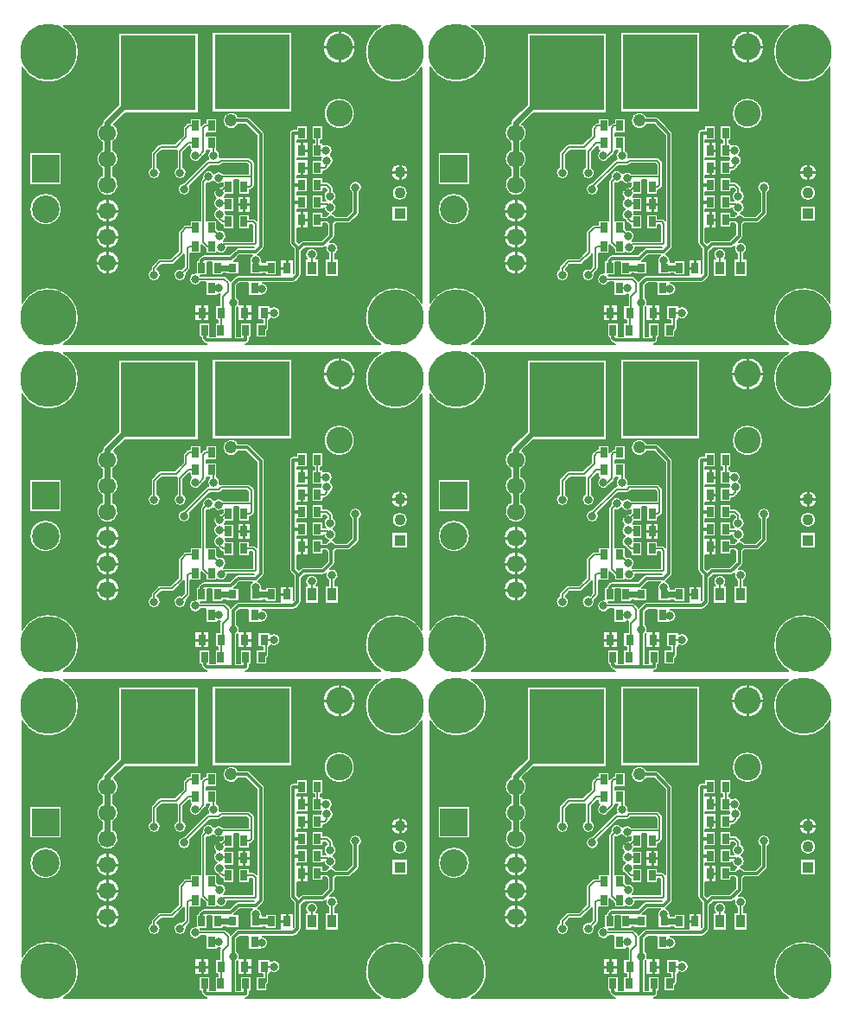
<source format=gbl>
G04 EasyPC Gerber Version 21.0.3 Build 4286 *
G04 #@! TF.Part,Single*
G04 #@! TF.FileFunction,Copper,L2,Bot *
G04 #@! TF.FilePolarity,Positive *
%FSLAX45Y45*%
%MOIN*%
G04 #@! TA.AperFunction,SMDPad*
%ADD25R,0.02559X0.03937*%
%ADD151R,0.03150X0.03543*%
%ADD152R,0.03150X0.03937*%
%ADD150R,0.03543X0.05118*%
%ADD153R,0.29134X0.29134*%
G04 #@! TA.AperFunction,ComponentPad*
%ADD75R,0.04331X0.04331*%
%ADD95R,0.10630X0.10630*%
G04 #@! TD.AperFunction*
%ADD70C,0.00500*%
%ADD20C,0.00787*%
%ADD71C,0.01000*%
%ADD121C,0.01181*%
G04 #@! TA.AperFunction,ViaPad*
%ADD77C,0.02362*%
%ADD144C,0.03200*%
G04 #@! TA.AperFunction,ComponentPad*
%ADD76C,0.04331*%
G04 #@! TA.AperFunction,ViaPad*
%ADD143C,0.04800*%
G04 #@! TA.AperFunction,ComponentPad*
%ADD74C,0.06693*%
%ADD142C,0.10236*%
%ADD96C,0.10630*%
G04 #@! TA.AperFunction,WasherPad*
%ADD137C,0.21654*%
X0Y0D02*
D02*
D70*
X167975Y137374D02*
G75*
G02X146139Y143242I-10130J5868D01*
G01*
G75*
G02X151978Y153372I11707*
G01*
X29855*
G75*
G02X35694Y143242I-5868J-10130*
G01*
G75*
G02X13857Y137374I-11707*
G01*
Y46748*
G75*
G02X35694Y40880I10130J-5868*
G01*
G75*
G02X29855Y30750I-11707*
G01*
X85033*
G75*
G02X84067Y31180I76J1469*
G01*
X83283Y31964*
G75*
G02X82851Y33006I1038J1041*
G01*
Y33307*
X82162*
Y39004*
X86481*
Y33689*
X88265*
Y39004*
X89446*
Y39957*
X88265*
Y45654*
X90036*
Y49148*
G75*
G02X90264Y49874I1274J0*
G01*
G75*
G02X89434Y49836I-528J2422*
G01*
Y49406*
X84524*
Y54567*
X82808*
G75*
G02X78200Y55841I-2128J1274*
G01*
G75*
G02X80981Y58302I2480*
G01*
Y63020*
X81673*
G75*
G02X82102Y63969I1468J-93*
G01*
X82886Y64753*
G75*
G02X83928Y65185I1041J-1038*
G01*
X93850*
X96176Y67510*
G75*
G02X97219Y67941I1040J-1040*
G01*
X103299*
X103311Y67953*
X93001*
G75*
G02X89040Y66057I-2478J93*
G01*
Y65591*
X84721*
Y67364*
G75*
G02X84503Y67539I683J1075*
G01*
X82938Y69104*
Y65591*
X78804*
Y60171*
G75*
G02X78430Y59270I-1274*
G01*
X77180Y58019*
G75*
G02X77254Y57415I-2405J-604*
G01*
G75*
G02X72294I-2480*
G01*
G75*
G02X75378Y59820I2480*
G01*
X76257Y60699*
Y65416*
G75*
G02X76068Y65176I-1089J661*
G01*
X72526Y61633*
G75*
G02X71625Y61260I-901J900*
G01*
X67684*
X66068Y59644*
Y59543*
G75*
G02X67274Y57415I-1274J-2128*
G01*
G75*
G02X62314I-2480*
G01*
G75*
G02X63520Y59543I2480*
G01*
Y60171*
G75*
G02X63894Y61072I1274*
G01*
X66255Y63433*
G75*
G02X67156Y63807I901J-900*
G01*
X71097*
X73894Y66604*
Y73557*
G75*
G02X74268Y74458I1274*
G01*
X76235Y76426*
G75*
G02X77137Y76799I901J-900*
G01*
X78619*
Y78374*
X82556*
Y93242*
G75*
G02X82930Y94143I1274*
G01*
X83393Y94607*
G75*
G02X87915Y96502I2405J604*
G01*
G75*
G02X91571Y96484I1820J-1685*
G01*
X101060*
Y99801*
X100625Y100236*
X91050*
X90636Y99822*
G75*
G02X89735Y99449I-901J900*
G01*
X86326*
X78535Y91658*
G75*
G02X78829Y90486I-2185J-1172*
G01*
G75*
G02X73869I-2480*
G01*
G75*
G02X76238Y92964I2480*
G01*
X84897Y101622*
G75*
G02X85778Y101996I901J-900*
G01*
G75*
G02X86144Y105354I1988J1482*
G01*
X85103*
Y105053*
G75*
G02X84730Y104152I-1274*
G01*
X83156Y102578*
G75*
G02X82905Y102383I-902J899*
G01*
G75*
G02X78200Y103478I-2225J1095*
G01*
G75*
G02X79058Y105354I2480*
G01*
X78619*
Y106929*
X78471*
X76068Y104526*
Y98913*
G75*
G02X77274Y96785I-1274J-2128*
G01*
G75*
G02X72314I-2480*
G01*
G75*
G02X73520Y98913I2480*
G01*
Y105053*
G75*
G02X73571Y105410I1274J1*
G01*
G75*
G02X73200Y105354I-372J1218*
G01*
X67822*
X66068Y103600*
Y98913*
G75*
G02X67274Y96785I-1274J-2128*
G01*
G75*
G02X62314I-2480*
G01*
G75*
G02X63520Y98913I2480*
G01*
Y104128*
G75*
G02X63894Y105029I1274*
G01*
X66393Y107528*
G75*
G02X67294Y107902I901J-900*
G01*
X72672*
X75863Y111093*
Y113715*
G75*
G02X76237Y114616I1274*
G01*
X77417Y115796*
G75*
G02X78318Y116169I901J-900*
G01*
X78619*
Y117744*
X82938*
Y115018*
X83716Y115796*
G75*
G02X84617Y116169I901J-900*
G01*
X84721*
Y117744*
X89040*
Y112047*
X85103*
Y111051*
X89040*
Y105606*
G75*
G02X90128Y102721I-1274J-2128*
G01*
G75*
G02X90522Y102783I394J-1211*
G01*
X101152*
G75*
G02X102054Y102410J-1274*
G01*
X103233Y101230*
G75*
G02X103607Y100329I-900J-901*
G01*
Y92061*
G75*
G02X103233Y91160I-1274*
G01*
X102447Y90374*
G75*
G02X101639Y90004I-901J900*
G01*
Y88425*
X97320*
Y93937*
X95536*
Y88425*
X92561*
G75*
G02X92117Y87429I-2432J487*
G01*
X95536*
Y81732*
X92357*
G75*
G02X92607Y80736I-2228J-1089*
G01*
X95536*
Y75039*
X91217*
Y76618*
G75*
G02X90409Y76988I92J1270*
G01*
X89229Y78168*
G75*
G02X89033Y78419I899J902*
G01*
G75*
G02X88920Y82809I1095J2225*
G01*
G75*
G02X88620Y86943I1209J2165*
G01*
G75*
G02X90733Y91317I1508J1969*
G01*
X91217Y91801*
Y92829*
G75*
G02X87618Y93526I-1482J1988*
G01*
G75*
G02X85194Y92806I-1820J1685*
G01*
X85103Y92715*
Y78374*
X89040*
Y75425*
X89671Y74813*
G75*
G02X91751Y70500I458J-2437*
G01*
X102635*
Y76573*
X102593Y76614*
X101639*
Y75039*
X97320*
Y80736*
X101639*
Y79161*
X103121*
G75*
G02X104022Y78788J-1274*
G01*
X104406Y78404*
Y111137*
X100150Y115394*
X97391*
G75*
G02X91180Y116864I-2932J1470*
G01*
G75*
G02X94256Y120138I3280*
G01*
X87097*
Y151031*
X117991*
Y120138*
X94663*
G75*
G02X97391Y118335I-203J-3274*
G01*
X100759*
G75*
G02X101800Y117902I0J-1470*
G01*
X106915Y112788*
G75*
G02X107347Y111746I-1038J-1041*
G01*
Y68439*
G75*
G02X106915Y67397I-1470J0*
G01*
X104950Y65432*
G75*
G02X104745Y65261I-1041J1040*
G01*
G75*
G02X106388Y62927I-837J-2334*
G01*
G75*
G02X106386Y62823I-2480J4*
G01*
X106560*
Y62232*
X107753*
Y63020*
X112072*
Y57323*
X107753*
Y58110*
X106560*
Y57520*
X101650*
Y61902*
G75*
G02X102547Y65000I2258J1026*
G01*
X97824*
X95647Y62823*
X97505*
Y57520*
X92595*
Y58110*
X91402*
Y57323*
X87083*
Y62244*
X85300*
Y57323*
X82668*
G75*
G02X82808Y57114I-1988J-1483*
G01*
X91704*
G75*
G02X92605Y56741J-1274*
G01*
X94178Y55167*
G75*
G02X94309Y55014I-901J-901*
G01*
X96174Y56879*
G75*
G02X97215Y57311I1041J-1038*
G01*
X113485*
Y63390*
X118544*
Y57989*
X118580Y58024*
Y67436*
X117435Y68580*
G75*
G02X117005Y69620I1040J1040*
G01*
G75*
G02Y69621I627J0*
G01*
G75*
G02Y69623I632J1*
G01*
Y112140*
G75*
G02X118475Y113610I1470*
G01*
X119564*
Y114988*
X123883*
Y109291*
X119946*
Y108665*
X124253*
Y102228*
X119946*
Y101972*
X124253*
Y95535*
X119946*
Y94909*
X123883*
Y89213*
X119946*
Y88217*
X123883*
Y82520*
X119946*
Y81894*
X124253*
Y75457*
X119946*
Y70229*
X120641Y69534*
X121370Y70265*
G75*
G02X122412Y70697I1041J-1038*
G01*
X129283*
X131572Y72985*
Y76678*
G75*
G02X131045Y77205I1470J1997*
G01*
X129985*
Y75827*
X125666*
Y81524*
X129985*
Y80146*
X131045*
G75*
G02X132119Y80977I1997J-1470*
G01*
G75*
G02X130181Y83150I530J2423*
G01*
X129985*
Y82520*
X125666*
Y88217*
X129985*
Y86012*
X130861*
G75*
G02X131375Y89858I1788J1719*
G01*
Y90156*
X130743Y90787*
X129985*
Y89213*
X125666*
Y94909*
X129985*
Y93335*
X131270*
G75*
G02X132172Y92961J-1274*
G01*
X133548Y91584*
G75*
G02X133922Y90683I-900J-901*
G01*
Y89858*
G75*
G02X133857Y85565I-1274J-2128*
G01*
G75*
G02X133572Y81098I-1209J-2165*
G01*
G75*
G02X135039Y80146I-530J-2423*
G01*
X139126*
X141020Y82040*
Y89178*
G75*
G02X140011Y91175I1470J1997*
G01*
G75*
G02X144971I2480*
G01*
G75*
G02X143961Y89178I-2480*
G01*
Y81434*
G75*
G02Y81432I-641J-1*
G01*
G75*
G02Y81431I-654J0*
G01*
G75*
G02X143531Y80391I-1470*
G01*
X140775Y77635*
G75*
G02X139732Y77205I-1040J1040*
G01*
X135039*
G75*
G02X134513Y76678I-1997J1470*
G01*
Y72376*
G75*
G02X134080Y71334I-1470J0*
G01*
X132792Y70046*
G75*
G02X134709Y65524I644J-2395*
G01*
Y63610*
X136087*
Y56732*
X130784*
Y63610*
X132162*
Y65524*
G75*
G02X131041Y68295I1274J2128*
G01*
X130934Y68188*
G75*
G02X129893Y67756I-1041J1038*
G01*
X125819*
G75*
G02X127387Y63610I-257J-2467*
G01*
X128213*
Y56732*
X122910*
Y63610*
X123737*
G75*
G02X125304Y67756I1825J1679*
G01*
X123021*
X121520Y66255*
Y57419*
G75*
G02Y57416I-641J-1*
G01*
G75*
G02Y57415I-654J0*
G01*
G75*
G02X121090Y56376I-1470*
G01*
X119515Y54801*
G75*
G02X118472Y54370I-1040J1040*
G01*
X106528*
G75*
G02X108750Y51904I-257J-2467*
G01*
G75*
G02X105969Y49442I-2480*
G01*
Y49406*
X101060*
Y54370*
X97824*
X96717Y53263*
Y48782*
G75*
G02X97607Y46024I-1470J-1997*
G01*
X102599*
Y39587*
X96950*
Y44983*
G75*
G02X96717Y44789I-1704J1803*
G01*
Y33689*
X97910*
Y39004*
X102229*
Y33307*
X101540*
Y32219*
G75*
G02X100146Y30750I-1470*
G01*
X151978*
G75*
G02X146139Y40880I5868J10130*
G01*
G75*
G02X167975Y46748I11707*
G01*
Y137374*
X156103Y96884D02*
G75*
G02X162934I3415D01*
G01*
G75*
G02X156103I-3415*
G01*
X156473Y84181D02*
X162564D01*
Y78091*
X156473*
Y84181*
Y89010D02*
G75*
G02X162564I3045D01*
G01*
G75*
G02X156473I-3045*
G01*
X42186Y62140D02*
G75*
G02X51379I4596D01*
G01*
G75*
G02X42186I-4596*
G01*
Y72140D02*
G75*
G02X51379I4596D01*
G01*
G75*
G02X42186I-4596*
G01*
Y82140D02*
G75*
G02X51379I4596D01*
G01*
G75*
G02X42186I-4596*
G01*
X51046Y150707D02*
X81940D01*
Y119813*
X53630*
X49330Y115512*
G75*
G02X48843Y108450I-2547J-3372*
G01*
Y105830*
G75*
G02Y98450I-2061J-3690*
G01*
Y95830*
G75*
G02X46782Y87913I-2061J-3690*
G01*
G75*
G02X44721Y95830J4226*
G01*
Y98450*
G75*
G02Y105830I2061J3690*
G01*
Y108450*
G75*
G02Y115830I2061J3690*
G01*
Y115880*
G75*
G02X45327Y117339I2061*
G01*
X51046Y123058*
Y150707*
X132758Y103627D02*
G75*
G02X132730Y99376I-1291J-2117D01*
G01*
G75*
G02X132367Y98640I-1263J165*
G01*
X131581Y97854*
G75*
G02X130680Y97480I-901J900*
G01*
X129985*
Y95906*
X125666*
Y101602*
X128989*
G75*
G02X129239Y102598I2478J-93*
G01*
X125666*
Y108295*
X126552*
Y109291*
X125666*
Y114988*
X129985*
Y109291*
X129099*
Y108295*
X129985*
Y107675*
G75*
G02X132758Y103627I1089J-2228*
G01*
X129824Y145211D02*
G75*
G02X142560I6368D01*
G01*
G75*
G02X129824I-6368*
G01*
X130194Y119620D02*
G75*
G02X142190I5998D01*
G01*
G75*
G02X130194I-5998*
G01*
X16709Y82770D02*
G75*
G02X29099I6195D01*
G01*
G75*
G02X16709I-6195*
G01*
Y104555D02*
X29099D01*
Y92165*
X16709*
Y104555*
X80414Y46024D02*
X86064D01*
Y39587*
X80414*
Y46024*
X96950Y87799D02*
X102009D01*
Y81362*
X96950*
Y87799*
X109709Y44926D02*
G75*
G02X113475Y42805I1285J-2121D01*
G01*
G75*
G02X109709Y40684I-2480*
G01*
Y39957*
X109119*
Y36943*
G75*
G02X108745Y36042I-1274*
G01*
X108331Y35628*
Y33307*
X104013*
Y39004*
X106572*
Y39957*
X104800*
Y45654*
X109709*
Y44926*
X84285Y31000D02*
G36*
G75*
G02X84067Y31180I822J1217D01*
G01*
X83283Y31964*
G75*
G02X82851Y33006I1038J1041*
G01*
Y33006*
Y33307*
X82162*
Y39004*
X86481*
Y33689*
X88265*
Y39004*
X89446*
Y39957*
X88265*
Y42805*
X86064*
Y39587*
X80414*
Y42805*
X35534*
G75*
G02X35694Y40880I-11548J-1926*
G01*
G75*
G02X30267Y31000I-11707*
G01*
X84285*
G37*
X146298Y42805D02*
G36*
X113475D01*
G75*
G02X109709Y40684I-2480J0*
G01*
Y39957*
X109119*
Y36943*
G75*
G02X108745Y36042I-1275J1*
G01*
X108331Y35628*
Y33307*
X104013*
Y39004*
X106572*
Y39957*
X104800*
Y42805*
X102599*
Y39587*
X96950*
Y42805*
X96717*
Y33689*
X97910*
Y39004*
X102229*
Y33307*
X101540*
Y32219*
G75*
G02X100893Y31000I-1471J0*
G01*
X151566*
G75*
G02X146139Y40880I6280J9880*
G01*
G75*
G02X146298Y42805I11707J0*
G01*
G37*
X88265D02*
G36*
Y45654D01*
X90036*
Y49148*
G75*
G02X90264Y49874I1276J0*
G01*
G75*
G02X89434Y49836I-528J2420*
G01*
Y49406*
X84524*
Y54567*
X82808*
G75*
G02X78200Y55841I-2128J1274*
G01*
Y55841*
G75*
G02X80981Y58302I2480*
G01*
Y62140*
X78804*
Y60171*
G75*
G02X78430Y59270I-1275J1*
G01*
X77180Y58019*
G75*
G02X77254Y57415I-2416J-606*
G01*
G75*
G02X72294I-2480*
G01*
G75*
G02X75378Y59820I2480*
G01*
X76257Y60699*
Y62140*
X73032*
X72526Y61633*
G75*
G02X71625Y61260I-902J902*
G01*
X67684*
X66068Y59644*
Y59543*
G75*
G02X67274Y57416I-1272J-2127*
G01*
G75*
G02Y57415I-2820J0*
G01*
G75*
G02X62314I-2480*
G01*
G75*
G02X63520Y59543I2480*
G01*
Y60171*
G75*
G02X63894Y61072I1275J-1*
G01*
X64961Y62140*
X51379*
G75*
G02X42186I-4596*
G01*
X14107*
Y47159*
G75*
G02X35534Y42805I9880J-6280*
G01*
X80414*
Y46024*
X86064*
Y42805*
X88265*
G37*
X96950D02*
G36*
Y44983D01*
G75*
G02X96717Y44789I-1617J1699*
G01*
Y42805*
X96950*
G37*
X113485Y62140D02*
G36*
X112072D01*
Y57323*
X107753*
Y58110*
X106560*
Y57520*
X101650*
Y61902*
G75*
G02X101557Y62140I2257J1026*
G01*
X97505*
Y57520*
X92595*
Y58110*
X91402*
Y57323*
X87083*
Y62140*
X85300*
Y57323*
X82668*
G75*
G02X82808Y57114I-2111J-1565*
G01*
X91704*
G75*
G02X92605Y56741I-1J-1275*
G01*
X94178Y55167*
G75*
G02X94309Y55014I-883J-886*
G01*
X96174Y56879*
G75*
G02X97215Y57311I1041J-1038*
G01*
X113485*
Y62140*
G37*
X118580D02*
G36*
X118544D01*
Y57989*
X118580Y58024*
Y62140*
G37*
X167725Y47159D02*
G36*
Y62140D01*
X136087*
Y56732*
X130784*
Y62140*
X128213*
Y56732*
X122910*
Y62140*
X121520*
Y57419*
Y57416*
Y57415*
Y57415*
G75*
G02X121090Y56376I-1470*
G01*
X119515Y54801*
G75*
G02X118472Y54370I-1040J1040*
G01*
X106528*
G75*
G02X108750Y51904I-257J-2466*
G01*
Y51903*
G75*
G02X105969Y49442I-2480*
G01*
Y49406*
X101060*
Y54370*
X97824*
X96717Y53263*
Y48782*
G75*
G02X97727Y46786I-1470J-1996*
G01*
G75*
G02X97607Y46024I-2480*
G01*
X102599*
Y42805*
X104800*
Y45654*
X109709*
Y44926*
G75*
G02X113475Y42805I1285J-2121*
G01*
X146298*
G75*
G02X167725Y47159I11547J-1926*
G01*
G37*
X73894Y72140D02*
G36*
X51379D01*
G75*
G02X42186I-4596*
G01*
X14107*
Y62140*
X42186*
G75*
G02X51379I4596*
G01*
X64961*
X66255Y63433*
G75*
G02X67156Y63807I902J-902*
G01*
X71097*
X73894Y66604*
Y72140*
G37*
X76257Y62140D02*
G36*
Y65416D01*
G75*
G02X76068Y65176I-1094J665*
G01*
X73032Y62140*
X76257*
G37*
X80981D02*
G36*
Y63020D01*
X81673*
G75*
G02X82102Y63969I1469J-93*
G01*
X82886Y64753*
G75*
G02X83928Y65185I1041J-1038*
G01*
X93850*
X96176Y67510*
G75*
G02X97219Y67941I1040J-1040*
G01*
X103299*
X103311Y67953*
X93001*
G75*
G02X89040Y66057I-2478J93*
G01*
Y65591*
X84721*
Y67364*
G75*
G02X84503Y67539I696J1092*
G01*
X82938Y69104*
Y65591*
X78804*
Y62140*
X80981*
G37*
X87083D02*
G36*
Y62244D01*
X85300*
Y62140*
X87083*
G37*
X102635Y72140D02*
G36*
X92598D01*
G75*
G02X91751Y70500I-2469J237*
G01*
X102635*
Y72140*
G37*
X101557Y62140D02*
G36*
G75*
G02X101428Y62927I2351J787D01*
G01*
G75*
G02X102547Y65000I2480*
G01*
X97824*
X95647Y62823*
X97505*
Y62140*
X101557*
G37*
X118580D02*
G36*
Y67436D01*
X117435Y68580*
G75*
G02X117005Y69620I1039J1039*
G01*
Y69620*
Y69621*
Y69623*
Y72140*
X107347*
Y68439*
Y68439*
G75*
G02X106915Y67397I-1470*
G01*
X104950Y65432*
G75*
G02X104745Y65261I-1026J1022*
G01*
G75*
G02X106388Y62927I-837J-2335*
G01*
G75*
G02X106386Y62823I-3499J27*
G01*
X106560*
Y62232*
X107753*
Y63020*
X112072*
Y62140*
X113485*
Y63390*
X118544*
Y62140*
X118580*
G37*
X130726Y72140D02*
G36*
X119946D01*
Y70229*
X120641Y69534*
X121370Y70265*
G75*
G02X122412Y70697I1041J-1038*
G01*
X129283*
X130726Y72140*
G37*
X122910Y62140D02*
G36*
Y63610D01*
X123737*
G75*
G02X123082Y65289I1824J1679*
G01*
G75*
G02X125304Y67756I2480*
G01*
X123021*
X121520Y66255*
Y62140*
X122910*
G37*
X130784D02*
G36*
Y63610D01*
X132162*
Y65524*
G75*
G02X130956Y67652I1274J2128*
G01*
G75*
G02X131041Y68295I2480J0*
G01*
X130934Y68188*
G75*
G02X129893Y67756I-1041J1038*
G01*
X125819*
G75*
G02X128042Y65289I-257J-2467*
G01*
G75*
G02X127387Y63610I-2480*
G01*
X128213*
Y62140*
X130784*
G37*
X136087D02*
G36*
X167725D01*
Y72140*
X134494*
G75*
G02X134080Y71334I-1451J236*
G01*
X132792Y70046*
G75*
G02X135916Y67652I644J-2395*
G01*
G75*
G02X134709Y65524I-2480*
G01*
Y63610*
X136087*
Y62140*
G37*
X73894Y72140D02*
G36*
Y73557D01*
G75*
G02X74268Y74458I1275J-1*
G01*
X76235Y76426*
G75*
G02X77137Y76799I902J-902*
G01*
X78619*
Y78374*
X82556*
Y81136*
X51268*
G75*
G02X42297I-4485J1004*
G01*
X28880*
G75*
G02X16929I-5976J1634*
G01*
X14107*
Y72140*
X42186*
G75*
G02X51379I4596*
G01*
X73894*
G37*
X104406Y81136D02*
G36*
X92559D01*
G75*
G02X92607Y80736I-2430J-493*
G01*
X95536*
Y75039*
X91217*
Y76618*
G75*
G02X90409Y76988I92J1270*
G01*
X89229Y78168*
G75*
G02X89033Y78419I899J901*
G01*
G75*
G02X87649Y80644I1096J2225*
G01*
G75*
G02X87698Y81136I2479J1*
G01*
X85103*
Y78374*
X89040*
Y75425*
X89671Y74813*
G75*
G02X92609Y72376I458J-2437*
G01*
G75*
G02X92598Y72140I-2480J-3*
G01*
X102635*
Y76573*
X102593Y76614*
X101639*
Y75039*
X97320*
Y80736*
X101639*
Y79161*
X103121*
G75*
G02X104022Y78788I-1J-1275*
G01*
X104406Y78404*
Y81136*
G37*
X117005D02*
G36*
X107347D01*
Y72140*
X117005*
Y81136*
G37*
X130726Y72140D02*
G36*
X131572Y72985D01*
Y76678*
G75*
G02X131045Y77205I1469J1995*
G01*
X129985*
Y75827*
X125666*
Y81136*
X124253*
Y75457*
X119946*
Y72140*
X130726*
G37*
X131635Y81136D02*
G36*
X129985D01*
Y80146*
X131045*
G75*
G02X132119Y80977I1995J-1468*
G01*
G75*
G02X131635Y81136I530J2424*
G01*
G37*
X140116D02*
G36*
X133661D01*
G75*
G02X133572Y81098I-1013J2260*
G01*
G75*
G02X135039Y80146I-530J-2422*
G01*
X139126*
X140116Y81136*
G37*
X162564D02*
G36*
Y78091D01*
X156473*
Y81136*
X143931*
G75*
G02X143531Y80391I-1440J295*
G01*
X140775Y77635*
G75*
G02X139732Y77205I-1040J1040*
G01*
X135039*
G75*
G02X134513Y76678I-1995J1469*
G01*
Y72376*
Y72376*
G75*
G02X134494Y72140I-1470J-1*
G01*
X167725*
Y81136*
X162564*
G37*
X42297D02*
G36*
G75*
G02X42186Y82140I4486J1004D01*
G01*
G75*
G02X42887Y84581I4596*
G01*
X28829*
G75*
G02X29099Y82770I-5924J-1811*
G01*
G75*
G02X28880Y81136I-6195*
G01*
X42297*
G37*
X16929D02*
G36*
G75*
G02X16709Y82770I5976J1634D01*
G01*
G75*
G02X16980Y84581I6195J0*
G01*
X14107*
Y81136*
X16929*
G37*
X82556Y84581D02*
G36*
X50677D01*
G75*
G02X51379Y82140I-3895J-2441*
G01*
G75*
G02X51268Y81136I-4597J0*
G01*
X82556*
Y84581*
G37*
X87680D02*
G36*
X85103D01*
Y81136*
X87698*
G75*
G02X88920Y82809I2431J-493*
G01*
G75*
G02X87680Y84581I1209J2166*
G01*
G37*
X104406D02*
G36*
X102009D01*
Y81362*
X96950*
Y84581*
X95536*
Y81732*
X92357*
G75*
G02X92559Y81136I-2228J-1088*
G01*
X104406*
Y84581*
G37*
X117005Y81136D02*
G36*
Y84581D01*
X107347*
Y81136*
X117005*
G37*
X125666Y84581D02*
G36*
X123883D01*
Y82520*
X119946*
Y81894*
X124253*
Y81136*
X125666*
Y81524*
X129985*
Y81136*
X131635*
G75*
G02X130181Y83150I1013J2263*
G01*
X129985*
Y82520*
X125666*
Y84581*
G37*
X141020D02*
G36*
X134829D01*
G75*
G02X135128Y83400I-2181J-1181*
G01*
G75*
G02X133661Y81136I-2480*
G01*
X140116*
X141020Y82040*
Y84581*
G37*
X143961D02*
G36*
Y81434D01*
Y81432*
Y81431*
Y81431*
G75*
G02X143931Y81136I-1469*
G01*
X156473*
Y84181*
X162564*
Y81136*
X167725*
Y84581*
X143961*
G37*
X82556Y89010D02*
G36*
X78342D01*
G75*
G02X74357I-1993J1476*
G01*
X49622*
G75*
G02X46782Y87913I-2840J3130*
G01*
G75*
G02X43942Y89010J4226*
G01*
X14107*
Y84581*
X16980*
G75*
G02X28829I5924J-1811*
G01*
X42887*
G75*
G02X50677I3895J-2441*
G01*
X82556*
Y89010*
G37*
X87651D02*
G36*
X85103D01*
Y84581*
X87680*
G75*
G02X87649Y84974I2448J391*
G01*
G75*
G02X88620Y86943I2480J0*
G01*
G75*
G02X87649Y88911I1508J1969*
G01*
G75*
G02X87651Y89010I2478J0*
G01*
G37*
X104406D02*
G36*
X101639D01*
Y88425*
X97320*
Y89010*
X95536*
Y88425*
X92561*
G75*
G02X92117Y87429I-2434J487*
G01*
X95536*
Y84581*
X96950*
Y87799*
X102009*
Y84581*
X104406*
Y89010*
G37*
X117005Y84581D02*
G36*
Y89010D01*
X107347*
Y84581*
X117005*
G37*
X125666D02*
G36*
Y88217D01*
X129985*
Y86012*
X130861*
G75*
G02X130169Y87730I1788J1719*
G01*
G75*
G02X130524Y89010I2480*
G01*
X119946*
Y88217*
X123883*
Y84581*
X125666*
G37*
X141020Y89010D02*
G36*
X134773D01*
G75*
G02X135128Y87730I-2125J-1280*
G01*
G75*
G02X133857Y85565I-2480*
G01*
G75*
G02X134829Y84581I-1209J-2166*
G01*
X141020*
Y89010*
G37*
X143961D02*
G36*
Y84581D01*
X167725*
Y89010*
X162564*
G75*
G02X156473I-3045*
G01*
X143961*
G37*
X43942D02*
G36*
G75*
G02X42556Y92140I2840J3130D01*
G01*
G75*
G02X44721Y95830I4226*
G01*
Y96884*
X29099*
Y92165*
X16709*
Y96884*
X14107*
Y89010*
X43942*
G37*
X80158Y96884D02*
G36*
X77272D01*
G75*
G02X77274Y96786I-2475J-99*
G01*
G75*
G02Y96785I-2820J0*
G01*
G75*
G02X72314I-2480*
G01*
G75*
G02X72316Y96884I2481J0*
G01*
X67272*
G75*
G02X67274Y96786I-2475J-99*
G01*
G75*
G02Y96785I-2820J0*
G01*
G75*
G02X62314I-2480*
G01*
G75*
G02X62316Y96884I2481J0*
G01*
X48843*
Y95830*
G75*
G02X51009Y92140I-2061J-3690*
G01*
G75*
G02X49622Y89010I-4226*
G01*
X74357*
G75*
G02X73869Y90486I1993J1476*
G01*
G75*
G02X76238Y92964I2480*
G01*
X80158Y96884*
G37*
X83968D02*
G36*
X83761D01*
X78535Y91658*
G75*
G02X78829Y90486I-2186J-1172*
G01*
G75*
G02X78342Y89010I-2480*
G01*
X82556*
Y93242*
G75*
G02X82930Y94143I1275J-1*
G01*
X83393Y94607*
G75*
G02X83318Y95211I2406J605*
G01*
G75*
G02X83968Y96884I2480J0*
G01*
G37*
X88365D02*
G36*
X87628D01*
G75*
G02X87915Y96502I-1830J-1673*
G01*
G75*
G02X88365Y96884I1820J-1685*
G01*
G37*
X87651Y89010D02*
G36*
G75*
G02X90733Y91317I2478J-98D01*
G01*
X91217Y91801*
Y92829*
G75*
G02X87618Y93526I-1482J1988*
G01*
G75*
G02X85194Y92806I-1820J1686*
G01*
X85103Y92715*
Y89010*
X87651*
G37*
X101060Y96884D02*
G36*
X91106D01*
G75*
G02X91571Y96484I-1370J-2067*
G01*
X101060*
Y96884*
G37*
X97320Y89010D02*
G36*
Y93937D01*
X95536*
Y89010*
X97320*
G37*
X117005Y96884D02*
G36*
X107347D01*
Y89010*
X117005*
Y96884*
G37*
X104406D02*
G36*
X103607D01*
Y92061*
G75*
G02X103233Y91160I-1275J1*
G01*
X102447Y90374*
G75*
G02X101639Y90004I-901J900*
G01*
Y89010*
X104406*
Y96884*
G37*
X143961Y89010D02*
G36*
X156473D01*
G75*
G02X162564I3045*
G01*
X167725*
Y96884*
X162934*
G75*
G02X156103I-3415*
G01*
X129985*
Y95906*
X125666*
Y96884*
X124253*
Y95535*
X119946*
Y94909*
X123883*
Y89213*
X119946*
Y89010*
X130524*
G75*
G02X131375Y89858I2125J-1280*
G01*
Y90156*
X130743Y90787*
X129985*
Y89213*
X125666*
Y94909*
X129985*
Y93335*
X131270*
G75*
G02X132172Y92961I-1J-1275*
G01*
X133548Y91584*
G75*
G02X133922Y90683I-902J-902*
G01*
Y89858*
G75*
G02X134773Y89010I-1274J-2128*
G01*
X141020*
Y89178*
G75*
G02X140011Y91174I1469J1996*
G01*
G75*
G02Y91175I2148J0*
G01*
G75*
G02X144971I2480*
G01*
G75*
G02Y91174I-2148J0*
G01*
G75*
G02X143961Y89178I-2478*
G01*
Y89010*
G37*
X47608Y119620D02*
G36*
X14107D01*
Y96884*
X16709*
Y104555*
X29099*
Y96884*
X44721*
Y98450*
G75*
G02X42556Y102140I2061J3690*
G01*
G75*
G02X44721Y105830I4226*
G01*
Y108450*
G75*
G02X42556Y112140I2061J3690*
G01*
G75*
G02X44721Y115830I4226*
G01*
Y115880*
G75*
G02X45327Y117339I2061*
G01*
X47608Y119620*
G37*
X72316Y96884D02*
G36*
G75*
G02X73520Y98913I2478J-98D01*
G01*
Y105053*
G75*
G02Y105056I1361J2*
G01*
G75*
G02X73571Y105410I1259*
G01*
G75*
G02X73200Y105354I-370J1202*
G01*
X67822*
X66068Y103600*
Y98913*
G75*
G02X67272Y96884I-1272J-2127*
G01*
X72316*
G37*
X80158D02*
G36*
X84897Y101622D01*
G75*
G02X85778Y101996I901J-900*
G01*
G75*
G02X85287Y103478I1988J1482*
G01*
G75*
G02X86144Y105354I2480*
G01*
X85103*
Y105053*
G75*
G02X84730Y104152I-1275J1*
G01*
X83156Y102578*
G75*
G02X82905Y102383I-901J899*
G01*
G75*
G02X78200Y103478I-2225J1095*
G01*
G75*
G02X79058Y105354I2481J0*
G01*
X78619*
Y106929*
X78471*
X76068Y104526*
Y98913*
G75*
G02X77272Y96884I-1272J-2127*
G01*
X80158*
G37*
X104406D02*
G36*
Y111137D01*
X100150Y115394*
X97391*
G75*
G02X91180Y116864I-2932J1470*
G01*
G75*
G02Y116865I4511J0*
G01*
G75*
G02X92681Y119620I3279*
G01*
X53437*
X49330Y115512*
G75*
G02X51009Y112140I-2547J-3372*
G01*
G75*
G02X48843Y108450I-4226*
G01*
Y105830*
G75*
G02X51009Y102140I-2061J-3690*
G01*
G75*
G02X48843Y98450I-4226*
G01*
Y96884*
X62316*
G75*
G02X63520Y98913I2478J-98*
G01*
Y104128*
G75*
G02X63894Y105029I1275J-1*
G01*
X66393Y107528*
G75*
G02X67294Y107902I902J-902*
G01*
X72672*
X75863Y111093*
Y113715*
G75*
G02X76237Y114616I1275J-1*
G01*
X77417Y115796*
G75*
G02X78318Y116169I902J-902*
G01*
X78619*
Y117744*
X82938*
Y115018*
X83716Y115796*
G75*
G02X84617Y116169I902J-902*
G01*
X84721*
Y117744*
X89040*
Y112047*
X85103*
Y111051*
X89040*
Y105606*
G75*
G02X90246Y103478I-1274J-2128*
G01*
G75*
G02X90128Y102721I-2480*
G01*
G75*
G02X90522Y102783I395J-1213*
G01*
X101152*
G75*
G02X102054Y102410I-1J-1275*
G01*
X103233Y101230*
G75*
G02X103607Y100329I-902J-902*
G01*
Y96884*
X104406*
G37*
X101060D02*
G36*
Y99801D01*
X100625Y100236*
X91050*
X90636Y99822*
G75*
G02X89735Y99449I-902J902*
G01*
X86326*
X83761Y96884*
X83968*
G75*
G02X87628I1830J-1673*
G01*
X88365*
G75*
G02X91106I1370J-2067*
G01*
X101060*
G37*
X124253D02*
G36*
X125666D01*
Y101602*
X128989*
G75*
G02X129239Y102598I2478J-93*
G01*
X125666*
Y108295*
X126552*
Y109291*
X125666*
Y114988*
X129985*
Y109291*
X129099*
Y108295*
X129985*
Y107675*
G75*
G02X133554Y105447I1089J-2228*
G01*
G75*
G02X132758Y103627I-2480J0*
G01*
G75*
G02X133947Y101510I-1291J-2117*
G01*
G75*
G02X132730Y99376I-2480*
G01*
G75*
G02X132367Y98640I-1263J165*
G01*
X131581Y97854*
G75*
G02X130680Y97480I-902J902*
G01*
X129985*
Y96884*
X156103*
G75*
G02X162934I3415*
G01*
X167725*
Y119620*
X142190*
G75*
G02X130194I-5998*
G01*
X96238*
G75*
G02X97391Y118335I-1778J-2755*
G01*
X100759*
G75*
G02X101800Y117902I0J-1470*
G01*
X106915Y112788*
G75*
G02X107347Y111746I-1038J-1041*
G01*
Y111746*
Y96884*
X117005*
Y112140*
G75*
G02X118475Y113610I1470*
G01*
X119564*
Y114988*
X123883*
Y109291*
X119946*
Y108665*
X124253*
Y102228*
X119946*
Y101972*
X124253*
Y96884*
G37*
X51046Y145211D02*
G36*
X35527D01*
G75*
G02X35694Y143242I-11541J-1968*
G01*
G75*
G02X14107Y136963I-11707J0*
G01*
Y119620*
X47608*
X51046Y123058*
Y145211*
G37*
X87097D02*
G36*
X81940D01*
Y119813*
X53630*
X53437Y119620*
X92681*
G75*
G02X94256Y120138I1778J-2755*
G01*
X87097*
Y145211*
G37*
X146305D02*
G36*
X142560D01*
G75*
G02X129824I-6368*
G01*
X117991*
Y120138*
X94663*
G75*
G02X96238Y119620I-203J-3273*
G01*
X130194*
G75*
G02X142190I5998*
G01*
X167725*
Y136963*
G75*
G02X146139Y143242I-9880J6280*
G01*
G75*
G02X146305Y145211I11707J1*
G01*
G37*
X151566Y153122D02*
G36*
X30267D01*
G75*
G02X35527Y145211I-6279J-9880*
G01*
X51046*
Y150707*
X81940*
Y145211*
X87097*
Y151031*
X117991*
Y145211*
X129824*
G75*
G02X142560I6368*
G01*
X146305*
G75*
G02X151566Y153122I11540J-1969*
G01*
G37*
X167975Y263359D02*
G75*
G02X146139Y269226I-10130J5868D01*
G01*
G75*
G02X151978Y279356I11707*
G01*
X29855*
G75*
G02X35694Y269226I-5868J-10130*
G01*
G75*
G02X13857Y263359I-11707*
G01*
Y172732*
G75*
G02X35694Y166864I10130J-5868*
G01*
G75*
G02X29855Y156734I-11707*
G01*
X85033*
G75*
G02X84067Y157165I76J1469*
G01*
X83283Y157948*
G75*
G02X82851Y158990I1038J1041*
G01*
Y159291*
X82162*
Y164988*
X86481*
Y159673*
X88265*
Y164988*
X89446*
Y165941*
X88265*
Y171638*
X90036*
Y175132*
G75*
G02X90264Y175859I1274J0*
G01*
G75*
G02X89434Y175820I-528J2422*
G01*
Y175390*
X84524*
Y180551*
X82808*
G75*
G02X78200Y181825I-2128J1274*
G01*
G75*
G02X80981Y184286I2480*
G01*
Y189004*
X81673*
G75*
G02X82102Y189953I1468J-93*
G01*
X82886Y190737*
G75*
G02X83928Y191169I1041J-1038*
G01*
X93850*
X96176Y193494*
G75*
G02X97219Y193925I1040J-1040*
G01*
X103299*
X103311Y193937*
X93001*
G75*
G02X89040Y192041I-2478J93*
G01*
Y191575*
X84721*
Y193348*
G75*
G02X84503Y193523I683J1075*
G01*
X82938Y195089*
Y191575*
X78804*
Y186156*
G75*
G02X78430Y185254I-1274*
G01*
X77180Y184004*
G75*
G02X77254Y183400I-2405J-604*
G01*
G75*
G02X72294I-2480*
G01*
G75*
G02X75378Y185805I2480*
G01*
X76257Y186683*
Y191400*
G75*
G02X76068Y191160I-1089J661*
G01*
X72526Y187618*
G75*
G02X71625Y187244I-901J900*
G01*
X67684*
X66068Y185628*
Y185528*
G75*
G02X67274Y183400I-1274J-2128*
G01*
G75*
G02X62314I-2480*
G01*
G75*
G02X63520Y185528I2480*
G01*
Y186156*
G75*
G02X63894Y187057I1274*
G01*
X66255Y189418*
G75*
G02X67156Y189791I901J-900*
G01*
X71097*
X73894Y192589*
Y199541*
G75*
G02X74268Y200443I1274*
G01*
X76235Y202410*
G75*
G02X77137Y202783I901J-900*
G01*
X78619*
Y204358*
X82556*
Y219226*
G75*
G02X82930Y220128I1274*
G01*
X83393Y220591*
G75*
G02X87915Y222486I2405J604*
G01*
G75*
G02X91571Y222469I1820J-1685*
G01*
X101060*
Y225785*
X100625Y226220*
X91050*
X90636Y225807*
G75*
G02X89735Y225433I-901J900*
G01*
X86326*
X78535Y217642*
G75*
G02X78829Y216470I-2185J-1172*
G01*
G75*
G02X73869I-2480*
G01*
G75*
G02X76238Y218948I2480*
G01*
X84897Y227607*
G75*
G02X85778Y227980I901J-900*
G01*
G75*
G02X86144Y231339I1988J1482*
G01*
X85103*
Y231037*
G75*
G02X84730Y230136I-1274*
G01*
X83156Y228563*
G75*
G02X82905Y228367I-902J899*
G01*
G75*
G02X78200Y229463I-2225J1095*
G01*
G75*
G02X79058Y231339I2480*
G01*
X78619*
Y232913*
X78471*
X76068Y230510*
Y224898*
G75*
G02X77274Y222770I-1274J-2128*
G01*
G75*
G02X72314I-2480*
G01*
G75*
G02X73520Y224898I2480*
G01*
Y231037*
G75*
G02X73571Y231394I1274J1*
G01*
G75*
G02X73200Y231339I-372J1218*
G01*
X67822*
X66068Y229585*
Y224898*
G75*
G02X67274Y222770I-1274J-2128*
G01*
G75*
G02X62314I-2480*
G01*
G75*
G02X63520Y224898I2480*
G01*
Y230112*
G75*
G02X63894Y231013I1274*
G01*
X66393Y233512*
G75*
G02X67294Y233886I901J-900*
G01*
X72672*
X75863Y237077*
Y239699*
G75*
G02X76237Y240600I1274*
G01*
X77417Y241780*
G75*
G02X78318Y242154I901J-900*
G01*
X78619*
Y243728*
X82938*
Y241002*
X83716Y241780*
G75*
G02X84617Y242154I901J-900*
G01*
X84721*
Y243728*
X89040*
Y238031*
X85103*
Y237035*
X89040*
Y231591*
G75*
G02X90128Y228705I-1274J-2128*
G01*
G75*
G02X90522Y228768I394J-1211*
G01*
X101152*
G75*
G02X102054Y228394J-1274*
G01*
X103233Y227214*
G75*
G02X103607Y226313I-900J-901*
G01*
Y218045*
G75*
G02X103233Y217144I-1274*
G01*
X102447Y216358*
G75*
G02X101639Y215988I-901J900*
G01*
Y214409*
X97320*
Y219921*
X95536*
Y214409*
X92561*
G75*
G02X92117Y213413I-2432J487*
G01*
X95536*
Y207717*
X92357*
G75*
G02X92607Y206720I-2228J-1089*
G01*
X95536*
Y201024*
X91217*
Y202602*
G75*
G02X90409Y202972I92J1270*
G01*
X89229Y204152*
G75*
G02X89033Y204403I899J902*
G01*
G75*
G02X88920Y208793I1095J2225*
G01*
G75*
G02X88620Y212927I1209J2165*
G01*
G75*
G02X90733Y217301I1508J1969*
G01*
X91217Y217785*
Y218813*
G75*
G02X87618Y219510I-1482J1988*
G01*
G75*
G02X85194Y218790I-1820J1685*
G01*
X85103Y218699*
Y204358*
X89040*
Y201409*
X89671Y200798*
G75*
G02X91751Y196484I458J-2437*
G01*
X102635*
Y202557*
X102593Y202598*
X101639*
Y201024*
X97320*
Y206720*
X101639*
Y205146*
X103121*
G75*
G02X104022Y204772J-1274*
G01*
X104406Y204388*
Y237121*
X100150Y241378*
X97391*
G75*
G02X91180Y242848I-2932J1470*
G01*
G75*
G02X94256Y246122I3280*
G01*
X87097*
Y277016*
X117991*
Y246122*
X94663*
G75*
G02X97391Y244319I-203J-3274*
G01*
X100759*
G75*
G02X101800Y243887I0J-1470*
G01*
X106915Y238772*
G75*
G02X107347Y237730I-1038J-1041*
G01*
Y194423*
G75*
G02X106915Y193381I-1470J0*
G01*
X104950Y191417*
G75*
G02X104745Y191246I-1041J1040*
G01*
G75*
G02X106388Y188911I-837J-2334*
G01*
G75*
G02X106386Y188807I-2480J4*
G01*
X106560*
Y188217*
X107753*
Y189004*
X112072*
Y183307*
X107753*
Y184094*
X106560*
Y183504*
X101650*
Y187886*
G75*
G02X102547Y190984I2258J1026*
G01*
X97824*
X95647Y188807*
X97505*
Y183504*
X92595*
Y184094*
X91402*
Y183307*
X87083*
Y188228*
X85300*
Y183307*
X82668*
G75*
G02X82808Y183098I-1988J-1483*
G01*
X91704*
G75*
G02X92605Y182725J-1274*
G01*
X94178Y181151*
G75*
G02X94309Y180998I-901J-901*
G01*
X96174Y182863*
G75*
G02X97215Y183295I1041J-1038*
G01*
X113485*
Y189374*
X118544*
Y183973*
X118580Y184009*
Y193420*
X117435Y194565*
G75*
G02X117005Y195604I1040J1040*
G01*
G75*
G02Y195605I627J0*
G01*
G75*
G02Y195607I632J1*
G01*
Y238124*
G75*
G02X118475Y239594I1470*
G01*
X119564*
Y240972*
X123883*
Y235276*
X119946*
Y234650*
X124253*
Y228213*
X119946*
Y227957*
X124253*
Y221520*
X119946*
Y220894*
X123883*
Y215197*
X119946*
Y214201*
X123883*
Y208504*
X119946*
Y207878*
X124253*
Y201441*
X119946*
Y196213*
X120641Y195519*
X121370Y196249*
G75*
G02X122412Y196681I1041J-1038*
G01*
X129283*
X131572Y198969*
Y202663*
G75*
G02X131045Y203189I1470J1997*
G01*
X129985*
Y201811*
X125666*
Y207508*
X129985*
Y206130*
X131045*
G75*
G02X132119Y206961I1997J-1470*
G01*
G75*
G02X130181Y209134I530J2423*
G01*
X129985*
Y208504*
X125666*
Y214201*
X129985*
Y211996*
X130861*
G75*
G02X131375Y215843I1788J1719*
G01*
Y216140*
X130743Y216772*
X129985*
Y215197*
X125666*
Y220894*
X129985*
Y219319*
X131270*
G75*
G02X132172Y218945J-1274*
G01*
X133548Y217569*
G75*
G02X133922Y216667I-900J-901*
G01*
Y215843*
G75*
G02X133857Y211549I-1274J-2128*
G01*
G75*
G02X133572Y207082I-1209J-2165*
G01*
G75*
G02X135039Y206130I-530J-2423*
G01*
X139126*
X141020Y208024*
Y215163*
G75*
G02X140011Y217159I1470J1997*
G01*
G75*
G02X144971I2480*
G01*
G75*
G02X143961Y215163I-2480*
G01*
Y207419*
G75*
G02Y207416I-641J-1*
G01*
G75*
G02Y207415I-654J0*
G01*
G75*
G02X143531Y206376I-1470*
G01*
X140775Y203620*
G75*
G02X139732Y203189I-1040J1040*
G01*
X135039*
G75*
G02X134513Y202663I-1997J1470*
G01*
Y198360*
G75*
G02X134080Y197319I-1470J0*
G01*
X132792Y196031*
G75*
G02X134709Y191508I644J-2395*
G01*
Y189594*
X136087*
Y182717*
X130784*
Y189594*
X132162*
Y191508*
G75*
G02X131041Y194280I1274J2128*
G01*
X130934Y194172*
G75*
G02X129893Y193740I-1041J1038*
G01*
X125819*
G75*
G02X127387Y189594I-257J-2467*
G01*
X128213*
Y182717*
X122910*
Y189594*
X123737*
G75*
G02X125304Y193740I1825J1679*
G01*
X123021*
X121520Y192239*
Y183403*
G75*
G02Y183400I-641J-1*
G01*
G75*
G02X121090Y182360I-1470J-1*
G01*
X119515Y180785*
G75*
G02X118472Y180354I-1040J1040*
G01*
X106528*
G75*
G02X108750Y177888I-257J-2467*
G01*
G75*
G02X105969Y175426I-2480*
G01*
Y175390*
X101060*
Y180354*
X97824*
X96717Y179247*
Y174767*
G75*
G02X97607Y172008I-1470J-1997*
G01*
X102599*
Y165571*
X96950*
Y170967*
G75*
G02X96717Y170773I-1704J1803*
G01*
Y159673*
X97910*
Y164988*
X102229*
Y159291*
X101540*
Y158203*
G75*
G02X100146Y156734I-1470*
G01*
X151978*
G75*
G02X146139Y166864I5868J10130*
G01*
G75*
G02X167975Y172732I11707*
G01*
Y263359*
X156103Y222868D02*
G75*
G02X162934I3415D01*
G01*
G75*
G02X156103I-3415*
G01*
X156473Y210165D02*
X162564D01*
Y204075*
X156473*
Y210165*
Y214994D02*
G75*
G02X162564I3045D01*
G01*
G75*
G02X156473I-3045*
G01*
X42186Y188124D02*
G75*
G02X51379I4596D01*
G01*
G75*
G02X42186I-4596*
G01*
Y198124D02*
G75*
G02X51379I4596D01*
G01*
G75*
G02X42186I-4596*
G01*
Y208124D02*
G75*
G02X51379I4596D01*
G01*
G75*
G02X42186I-4596*
G01*
X51046Y276691D02*
X81940D01*
Y245797*
X53630*
X49330Y241496*
G75*
G02X48843Y234434I-2547J-3372*
G01*
Y231814*
G75*
G02Y224434I-2061J-3690*
G01*
Y221814*
G75*
G02X46782Y213898I-2061J-3690*
G01*
G75*
G02X44721Y221814J4226*
G01*
Y224434*
G75*
G02Y231814I2061J3690*
G01*
Y234434*
G75*
G02Y241814I2061J3690*
G01*
Y241864*
G75*
G02X45327Y243324I2061*
G01*
X51046Y249043*
Y276691*
X132758Y229611D02*
G75*
G02X132730Y225360I-1291J-2117D01*
G01*
G75*
G02X132367Y224624I-1263J165*
G01*
X131581Y223838*
G75*
G02X130680Y223465I-901J900*
G01*
X129985*
Y221890*
X125666*
Y227587*
X128989*
G75*
G02X129239Y228583I2478J-93*
G01*
X125666*
Y234280*
X126552*
Y235276*
X125666*
Y240972*
X129985*
Y235276*
X129099*
Y234280*
X129985*
Y233659*
G75*
G02X132758Y229611I1089J-2228*
G01*
X129824Y271195D02*
G75*
G02X142560I6368D01*
G01*
G75*
G02X129824I-6368*
G01*
X130194Y245604D02*
G75*
G02X142190I5998D01*
G01*
G75*
G02X130194I-5998*
G01*
X16709Y208754D02*
G75*
G02X29099I6195D01*
G01*
G75*
G02X16709I-6195*
G01*
Y230539D02*
X29099D01*
Y218150*
X16709*
Y230539*
X80414Y172008D02*
X86064D01*
Y165571*
X80414*
Y172008*
X96950Y213783D02*
X102009D01*
Y207346*
X96950*
Y213783*
X109709Y170910D02*
G75*
G02X113475Y168789I1285J-2121D01*
G01*
G75*
G02X109709Y166669I-2480*
G01*
Y165941*
X109119*
Y162927*
G75*
G02X108745Y162026I-1274*
G01*
X108331Y161612*
Y159291*
X104013*
Y164988*
X106572*
Y165941*
X104800*
Y171638*
X109709*
Y170910*
X84285Y156984D02*
G36*
G75*
G02X84067Y157165I822J1217D01*
G01*
X83283Y157948*
G75*
G02X82851Y158990I1038J1041*
G01*
Y158990*
Y159291*
X82162*
Y164988*
X86481*
Y159673*
X88265*
Y164988*
X89446*
Y165941*
X88265*
Y168789*
X86064*
Y165571*
X80414*
Y168789*
X35534*
G75*
G02X35694Y166864I-11548J-1926*
G01*
G75*
G02X30267Y156984I-11707*
G01*
X84285*
G37*
X146298Y168789D02*
G36*
X113475D01*
G75*
G02X109709Y166669I-2480J0*
G01*
Y165941*
X109119*
Y162927*
G75*
G02X108745Y162026I-1275J1*
G01*
X108331Y161612*
Y159291*
X104013*
Y164988*
X106572*
Y165941*
X104800*
Y168789*
X102599*
Y165571*
X96950*
Y168789*
X96717*
Y159673*
X97910*
Y164988*
X102229*
Y159291*
X101540*
Y158203*
G75*
G02X100893Y156984I-1471J0*
G01*
X151566*
G75*
G02X146139Y166864I6280J9880*
G01*
G75*
G02X146298Y168789I11707J0*
G01*
G37*
X88265D02*
G36*
Y171638D01*
X90036*
Y175132*
G75*
G02X90264Y175859I1276J0*
G01*
G75*
G02X89434Y175820I-528J2420*
G01*
Y175390*
X84524*
Y180551*
X82808*
G75*
G02X78200Y181825I-2128J1274*
G01*
Y181825*
G75*
G02X80981Y184286I2480*
G01*
Y188124*
X78804*
Y186156*
G75*
G02X78430Y185254I-1275J1*
G01*
X77180Y184004*
G75*
G02X77254Y183400I-2416J-606*
G01*
G75*
G02X72294I-2480*
G01*
G75*
G02X75378Y185805I2480*
G01*
X76257Y186683*
Y188124*
X73032*
X72526Y187618*
G75*
G02X71625Y187244I-902J902*
G01*
X67684*
X66068Y185628*
Y185528*
G75*
G02X67274Y183400I-1272J-2127*
G01*
G75*
G02X62314Y183400I-2480J-1*
G01*
G75*
G02X63520Y185528I2480*
G01*
Y186156*
G75*
G02X63894Y187057I1275J-1*
G01*
X64961Y188124*
X51379*
G75*
G02X42186I-4596*
G01*
X14107*
Y173144*
G75*
G02X35534Y168789I9880J-6280*
G01*
X80414*
Y172008*
X86064*
Y168789*
X88265*
G37*
X96950D02*
G36*
Y170967D01*
G75*
G02X96717Y170773I-1617J1699*
G01*
Y168789*
X96950*
G37*
X113485Y188124D02*
G36*
X112072D01*
Y183307*
X107753*
Y184094*
X106560*
Y183504*
X101650*
Y187886*
G75*
G02X101557Y188124I2257J1026*
G01*
X97505*
Y183504*
X92595*
Y184094*
X91402*
Y183307*
X87083*
Y188124*
X85300*
Y183307*
X82668*
G75*
G02X82808Y183098I-2111J-1565*
G01*
X91704*
G75*
G02X92605Y182725I-1J-1275*
G01*
X94178Y181151*
G75*
G02X94309Y180998I-883J-886*
G01*
X96174Y182863*
G75*
G02X97215Y183295I1041J-1038*
G01*
X113485*
Y188124*
G37*
X118580D02*
G36*
X118544D01*
Y183973*
X118580Y184009*
Y188124*
G37*
X167725Y173144D02*
G36*
Y188124D01*
X136087*
Y182717*
X130784*
Y188124*
X128213*
Y182717*
X122910*
Y188124*
X121520*
Y183403*
Y183400*
Y183400*
Y183399*
G75*
G02X121090Y182360I-1470*
G01*
X119515Y180785*
G75*
G02X118472Y180354I-1040J1040*
G01*
X106528*
G75*
G02X108750Y177889I-257J-2466*
G01*
G75*
G02Y177888I-3222J0*
G01*
Y177887*
G75*
G02X105969Y175426I-2480*
G01*
Y175390*
X101060*
Y180354*
X97824*
X96717Y179247*
Y174767*
G75*
G02X97727Y172770I-1470J-1996*
G01*
G75*
G02X97607Y172008I-2480*
G01*
X102599*
Y168789*
X104800*
Y171638*
X109709*
Y170910*
G75*
G02X113475Y168789I1285J-2121*
G01*
X146298*
G75*
G02X167725Y173144I11547J-1926*
G01*
G37*
X73894Y198124D02*
G36*
X51379D01*
G75*
G02X42186I-4596*
G01*
X14107*
Y188124*
X42186*
G75*
G02X51379I4596*
G01*
X64961*
X66255Y189418*
G75*
G02X67156Y189791I902J-902*
G01*
X71097*
X73894Y192589*
Y198124*
G37*
X76257Y188124D02*
G36*
Y191400D01*
G75*
G02X76068Y191160I-1094J665*
G01*
X73032Y188124*
X76257*
G37*
X80981D02*
G36*
Y189004D01*
X81673*
G75*
G02X82102Y189953I1469J-93*
G01*
X82886Y190737*
G75*
G02X83928Y191169I1041J-1038*
G01*
X93850*
X96176Y193494*
G75*
G02X97219Y193925I1040J-1040*
G01*
X103299*
X103311Y193937*
X93001*
G75*
G02X89040Y192041I-2478J93*
G01*
Y191575*
X84721*
Y193348*
G75*
G02X84503Y193523I696J1092*
G01*
X82938Y195089*
Y191575*
X78804*
Y188124*
X80981*
G37*
X87083D02*
G36*
Y188228D01*
X85300*
Y188124*
X87083*
G37*
X102635Y198124D02*
G36*
X92598D01*
G75*
G02X91751Y196484I-2469J237*
G01*
X102635*
Y198124*
G37*
X101557Y188124D02*
G36*
G75*
G02X101428Y188911I2351J787D01*
G01*
G75*
G02X102547Y190984I2480*
G01*
X97824*
X95647Y188807*
X97505*
Y188124*
X101557*
G37*
X118580D02*
G36*
Y193420D01*
X117435Y194565*
G75*
G02X117005Y195604I1039J1039*
G01*
Y195604*
Y195605*
Y195607*
Y198124*
X107347*
Y194423*
Y194423*
G75*
G02X106915Y193381I-1470*
G01*
X104950Y191417*
G75*
G02X104745Y191246I-1026J1022*
G01*
G75*
G02X106388Y188911I-837J-2335*
G01*
G75*
G02X106386Y188807I-3499J27*
G01*
X106560*
Y188217*
X107753*
Y189004*
X112072*
Y188124*
X113485*
Y189374*
X118544*
Y188124*
X118580*
G37*
X130726Y198124D02*
G36*
X119946D01*
Y196213*
X120641Y195519*
X121370Y196249*
G75*
G02X122412Y196681I1041J-1038*
G01*
X129283*
X130726Y198124*
G37*
X122910Y188124D02*
G36*
Y189594D01*
X123737*
G75*
G02X123082Y191274I1824J1679*
G01*
G75*
G02X125304Y193740I2480*
G01*
X123021*
X121520Y192239*
Y188124*
X122910*
G37*
X130784D02*
G36*
Y189594D01*
X132162*
Y191508*
G75*
G02X130956Y193636I1274J2128*
G01*
G75*
G02X131041Y194280I2480J0*
G01*
X130934Y194172*
G75*
G02X129893Y193740I-1041J1038*
G01*
X125819*
G75*
G02X128042Y191274I-257J-2467*
G01*
G75*
G02X127387Y189594I-2480*
G01*
X128213*
Y188124*
X130784*
G37*
X136087D02*
G36*
X167725D01*
Y198124*
X134494*
G75*
G02X134080Y197319I-1451J236*
G01*
X132792Y196031*
G75*
G02X135916Y193636I644J-2395*
G01*
G75*
G02X134709Y191508I-2480*
G01*
Y189594*
X136087*
Y188124*
G37*
X73894Y198124D02*
G36*
Y199541D01*
G75*
G02X74268Y200443I1275J-1*
G01*
X76235Y202410*
G75*
G02X77137Y202783I902J-902*
G01*
X78619*
Y204358*
X82556*
Y207120*
X51268*
G75*
G02X42297I-4485J1004*
G01*
X28880*
G75*
G02X16929I-5976J1634*
G01*
X14107*
Y198124*
X42186*
G75*
G02X51379I4596*
G01*
X73894*
G37*
X104406Y207120D02*
G36*
X92559D01*
G75*
G02X92607Y206720I-2430J-493*
G01*
X95536*
Y201024*
X91217*
Y202602*
G75*
G02X90409Y202972I92J1270*
G01*
X89229Y204152*
G75*
G02X89033Y204403I899J901*
G01*
G75*
G02X87649Y206628I1096J2225*
G01*
G75*
G02X87698Y207120I2479J1*
G01*
X85103*
Y204358*
X89040*
Y201409*
X89671Y200798*
G75*
G02X92609Y198360I458J-2437*
G01*
G75*
G02X92598Y198124I-2480J-3*
G01*
X102635*
Y202557*
X102593Y202598*
X101639*
Y201024*
X97320*
Y206720*
X101639*
Y205146*
X103121*
G75*
G02X104022Y204772I-1J-1275*
G01*
X104406Y204388*
Y207120*
G37*
X117005D02*
G36*
X107347D01*
Y198124*
X117005*
Y207120*
G37*
X130726Y198124D02*
G36*
X131572Y198969D01*
Y202663*
G75*
G02X131045Y203189I1469J1995*
G01*
X129985*
Y201811*
X125666*
Y207120*
X124253*
Y201441*
X119946*
Y198124*
X130726*
G37*
X131635Y207120D02*
G36*
X129985D01*
Y206130*
X131045*
G75*
G02X132119Y206961I1995J-1468*
G01*
G75*
G02X131635Y207120I530J2424*
G01*
G37*
X140116D02*
G36*
X133661D01*
G75*
G02X133572Y207082I-1013J2260*
G01*
G75*
G02X135039Y206130I-530J-2422*
G01*
X139126*
X140116Y207120*
G37*
X162564D02*
G36*
Y204075D01*
X156473*
Y207120*
X143931*
G75*
G02X143531Y206376I-1440J295*
G01*
X140775Y203620*
G75*
G02X139732Y203189I-1040J1040*
G01*
X135039*
G75*
G02X134513Y202663I-1995J1469*
G01*
Y198360*
Y198360*
G75*
G02X134494Y198124I-1470J-1*
G01*
X167725*
Y207120*
X162564*
G37*
X42297D02*
G36*
G75*
G02X42186Y208124I4486J1004D01*
G01*
G75*
G02X42887Y210565I4596*
G01*
X28829*
G75*
G02X29099Y208754I-5924J-1811*
G01*
G75*
G02X28880Y207120I-6195*
G01*
X42297*
G37*
X16929D02*
G36*
G75*
G02X16709Y208754I5976J1634D01*
G01*
G75*
G02X16980Y210565I6195J0*
G01*
X14107*
Y207120*
X16929*
G37*
X82556Y210565D02*
G36*
X50677D01*
G75*
G02X51379Y208124I-3895J-2441*
G01*
G75*
G02X51268Y207120I-4597J0*
G01*
X82556*
Y210565*
G37*
X87680D02*
G36*
X85103D01*
Y207120*
X87698*
G75*
G02X88920Y208793I2431J-493*
G01*
G75*
G02X87680Y210565I1209J2166*
G01*
G37*
X104406D02*
G36*
X102009D01*
Y207346*
X96950*
Y210565*
X95536*
Y207717*
X92357*
G75*
G02X92559Y207120I-2228J-1088*
G01*
X104406*
Y210565*
G37*
X117005Y207120D02*
G36*
Y210565D01*
X107347*
Y207120*
X117005*
G37*
X125666Y210565D02*
G36*
X123883D01*
Y208504*
X119946*
Y207878*
X124253*
Y207120*
X125666*
Y207508*
X129985*
Y207120*
X131635*
G75*
G02X130181Y209134I1013J2263*
G01*
X129985*
Y208504*
X125666*
Y210565*
G37*
X141020D02*
G36*
X134829D01*
G75*
G02X135128Y209384I-2181J-1181*
G01*
G75*
G02X133661Y207120I-2480*
G01*
X140116*
X141020Y208024*
Y210565*
G37*
X143961D02*
G36*
Y207419D01*
Y207416*
Y207415*
Y207415*
G75*
G02X143931Y207120I-1469*
G01*
X156473*
Y210165*
X162564*
Y207120*
X167725*
Y210565*
X143961*
G37*
X82556Y214994D02*
G36*
X78342D01*
G75*
G02X74357I-1993J1476*
G01*
X49622*
G75*
G02X46782Y213898I-2840J3130*
G01*
G75*
G02X43942Y214994J4226*
G01*
X14107*
Y210565*
X16980*
G75*
G02X28829I5924J-1811*
G01*
X42887*
G75*
G02X50677I3895J-2441*
G01*
X82556*
Y214994*
G37*
X87651D02*
G36*
X85103D01*
Y210565*
X87680*
G75*
G02X87649Y210959I2448J391*
G01*
G75*
G02X88620Y212927I2480J0*
G01*
G75*
G02X87649Y214896I1508J1969*
G01*
G75*
G02X87651Y214994I2478J0*
G01*
G37*
X104406D02*
G36*
X101639D01*
Y214409*
X97320*
Y214994*
X95536*
Y214409*
X92561*
G75*
G02X92117Y213413I-2434J487*
G01*
X95536*
Y210565*
X96950*
Y213783*
X102009*
Y210565*
X104406*
Y214994*
G37*
X117005Y210565D02*
G36*
Y214994D01*
X107347*
Y210565*
X117005*
G37*
X125666D02*
G36*
Y214201D01*
X129985*
Y211996*
X130861*
G75*
G02X130169Y213715I1788J1719*
G01*
G75*
G02X130524Y214994I2480*
G01*
X119946*
Y214201*
X123883*
Y210565*
X125666*
G37*
X141020Y214994D02*
G36*
X134773D01*
G75*
G02X135128Y213715I-2125J-1280*
G01*
G75*
G02X133857Y211549I-2480*
G01*
G75*
G02X134829Y210565I-1209J-2166*
G01*
X141020*
Y214994*
G37*
X143961D02*
G36*
Y210565D01*
X167725*
Y214994*
X162564*
G75*
G02X156473I-3045*
G01*
X143961*
G37*
X43942D02*
G36*
G75*
G02X42556Y218124I2840J3130D01*
G01*
G75*
G02X44721Y221814I4226*
G01*
Y222868*
X29099*
Y218150*
X16709*
Y222868*
X14107*
Y214994*
X43942*
G37*
X80158Y222868D02*
G36*
X77272D01*
G75*
G02X77274Y222770I-2475J-99*
G01*
G75*
G02X72314Y222770I-2480J-1*
G01*
G75*
G02X72316Y222868I2481J0*
G01*
X67272*
G75*
G02X67274Y222770I-2475J-99*
G01*
G75*
G02X62314Y222770I-2480J-1*
G01*
G75*
G02X62316Y222868I2481J0*
G01*
X48843*
Y221814*
G75*
G02X51009Y218124I-2061J-3690*
G01*
G75*
G02X49622Y214994I-4226*
G01*
X74357*
G75*
G02X73869Y216470I1993J1476*
G01*
G75*
G02X76238Y218948I2480*
G01*
X80158Y222868*
G37*
X83968D02*
G36*
X83761D01*
X78535Y217642*
G75*
G02X78829Y216470I-2186J-1172*
G01*
G75*
G02X78342Y214994I-2480*
G01*
X82556*
Y219226*
G75*
G02X82930Y220128I1275J-1*
G01*
X83393Y220591*
G75*
G02X83318Y221195I2406J605*
G01*
G75*
G02X83968Y222868I2480J0*
G01*
G37*
X88365D02*
G36*
X87628D01*
G75*
G02X87915Y222486I-1830J-1673*
G01*
G75*
G02X88365Y222868I1820J-1685*
G01*
G37*
X87651Y214994D02*
G36*
G75*
G02X90733Y217301I2478J-98D01*
G01*
X91217Y217785*
Y218813*
G75*
G02X87618Y219510I-1482J1988*
G01*
G75*
G02X85194Y218790I-1820J1686*
G01*
X85103Y218699*
Y214994*
X87651*
G37*
X101060Y222868D02*
G36*
X91106D01*
G75*
G02X91571Y222469I-1370J-2067*
G01*
X101060*
Y222868*
G37*
X97320Y214994D02*
G36*
Y219921D01*
X95536*
Y214994*
X97320*
G37*
X117005Y222868D02*
G36*
X107347D01*
Y214994*
X117005*
Y222868*
G37*
X104406D02*
G36*
X103607D01*
Y218045*
G75*
G02X103233Y217144I-1275J1*
G01*
X102447Y216358*
G75*
G02X101639Y215988I-901J900*
G01*
Y214994*
X104406*
Y222868*
G37*
X143961Y214994D02*
G36*
X156473D01*
G75*
G02X162564I3045*
G01*
X167725*
Y222868*
X162934*
G75*
G02X156103I-3415*
G01*
X129985*
Y221890*
X125666*
Y222868*
X124253*
Y221520*
X119946*
Y220894*
X123883*
Y215197*
X119946*
Y214994*
X130524*
G75*
G02X131375Y215843I2125J-1280*
G01*
Y216140*
X130743Y216772*
X129985*
Y215197*
X125666*
Y220894*
X129985*
Y219319*
X131270*
G75*
G02X132172Y218945I-1J-1275*
G01*
X133548Y217569*
G75*
G02X133922Y216667I-902J-902*
G01*
Y215843*
G75*
G02X134773Y214994I-1274J-2128*
G01*
X141020*
Y215163*
G75*
G02X140011Y217159I1469J1996*
G01*
G75*
G02X144971Y217159I2480J1*
G01*
G75*
G02X143961Y215163I-2478J-1*
G01*
Y214994*
G37*
X47608Y245604D02*
G36*
X14107D01*
Y222868*
X16709*
Y230539*
X29099*
Y222868*
X44721*
Y224434*
G75*
G02X42556Y228124I2061J3690*
G01*
G75*
G02X44721Y231814I4226*
G01*
Y234434*
G75*
G02X42556Y238124I2061J3690*
G01*
G75*
G02X44721Y241814I4226*
G01*
Y241864*
G75*
G02X45327Y243324I2061*
G01*
X47608Y245604*
G37*
X72316Y222868D02*
G36*
G75*
G02X73520Y224898I2478J-98D01*
G01*
Y231037*
G75*
G02Y231040I1361J2*
G01*
G75*
G02X73571Y231394I1259*
G01*
G75*
G02X73200Y231339I-370J1202*
G01*
X67822*
X66068Y229585*
Y224898*
G75*
G02X67272Y222868I-1272J-2127*
G01*
X72316*
G37*
X80158D02*
G36*
X84897Y227607D01*
G75*
G02X85778Y227980I901J-900*
G01*
G75*
G02X85287Y229463I1988J1482*
G01*
G75*
G02X86144Y231339I2480*
G01*
X85103*
Y231037*
G75*
G02X84730Y230136I-1275J1*
G01*
X83156Y228563*
G75*
G02X82905Y228367I-901J899*
G01*
G75*
G02X78200Y229463I-2225J1095*
G01*
G75*
G02X79058Y231339I2481J0*
G01*
X78619*
Y232913*
X78471*
X76068Y230510*
Y224898*
G75*
G02X77272Y222868I-1272J-2127*
G01*
X80158*
G37*
X104406D02*
G36*
Y237121D01*
X100150Y241378*
X97391*
G75*
G02X91180Y242848I-2932J1470*
G01*
G75*
G02Y242849I4511J0*
G01*
G75*
G02X92681Y245604I3279*
G01*
X53437*
X49330Y241496*
G75*
G02X51009Y238124I-2547J-3372*
G01*
G75*
G02X48843Y234434I-4226*
G01*
Y231814*
G75*
G02X51009Y228124I-2061J-3690*
G01*
G75*
G02X48843Y224434I-4226*
G01*
Y222868*
X62316*
G75*
G02X63520Y224898I2478J-98*
G01*
Y230112*
G75*
G02X63894Y231013I1275J-1*
G01*
X66393Y233512*
G75*
G02X67294Y233886I902J-902*
G01*
X72672*
X75863Y237077*
Y239699*
G75*
G02X76237Y240600I1275J-1*
G01*
X77417Y241780*
G75*
G02X78318Y242154I902J-902*
G01*
X78619*
Y243728*
X82938*
Y241002*
X83716Y241780*
G75*
G02X84617Y242154I902J-902*
G01*
X84721*
Y243728*
X89040*
Y238031*
X85103*
Y237035*
X89040*
Y231591*
G75*
G02X90246Y229463I-1274J-2128*
G01*
G75*
G02X90128Y228705I-2480*
G01*
G75*
G02X90522Y228768I395J-1213*
G01*
X101152*
G75*
G02X102054Y228394I-1J-1275*
G01*
X103233Y227214*
G75*
G02X103607Y226313I-902J-902*
G01*
Y222868*
X104406*
G37*
X101060D02*
G36*
Y225785D01*
X100625Y226220*
X91050*
X90636Y225807*
G75*
G02X89735Y225433I-902J902*
G01*
X86326*
X83761Y222868*
X83968*
G75*
G02X87628I1830J-1673*
G01*
X88365*
G75*
G02X91106I1370J-2067*
G01*
X101060*
G37*
X124253D02*
G36*
X125666D01*
Y227587*
X128989*
G75*
G02X129239Y228583I2478J-93*
G01*
X125666*
Y234280*
X126552*
Y235276*
X125666*
Y240972*
X129985*
Y235276*
X129099*
Y234280*
X129985*
Y233659*
G75*
G02X133554Y231431I1089J-2228*
G01*
G75*
G02X132758Y229611I-2480J0*
G01*
G75*
G02X133947Y227494I-1291J-2117*
G01*
G75*
G02X132730Y225360I-2480*
G01*
G75*
G02X132367Y224624I-1263J165*
G01*
X131581Y223838*
G75*
G02X130680Y223465I-902J902*
G01*
X129985*
Y222868*
X156103*
G75*
G02X162934I3415*
G01*
X167725*
Y245604*
X142190*
G75*
G02X130194I-5998*
G01*
X96238*
G75*
G02X97391Y244319I-1778J-2755*
G01*
X100759*
G75*
G02X101800Y243887I0J-1470*
G01*
X106915Y238772*
G75*
G02X107347Y237731I-1038J-1041*
G01*
Y237730*
Y222868*
X117005*
Y238124*
G75*
G02X118475Y239594I1470*
G01*
X119564*
Y240972*
X123883*
Y235276*
X119946*
Y234650*
X124253*
Y228213*
X119946*
Y227957*
X124253*
Y222868*
G37*
X51046Y271195D02*
G36*
X35527D01*
G75*
G02X35694Y269226I-11541J-1968*
G01*
G75*
G02X14107Y262947I-11707J0*
G01*
Y245604*
X47608*
X51046Y249043*
Y271195*
G37*
X87097D02*
G36*
X81940D01*
Y245797*
X53630*
X53437Y245604*
X92681*
G75*
G02X94256Y246122I1778J-2755*
G01*
X87097*
Y271195*
G37*
X146305D02*
G36*
X142560D01*
G75*
G02X129824I-6368*
G01*
X117991*
Y246122*
X94663*
G75*
G02X96238Y245604I-203J-3273*
G01*
X130194*
G75*
G02X142190I5998*
G01*
X167725*
Y262947*
G75*
G02X146139Y269226I-9880J6280*
G01*
G75*
G02X146305Y271195I11707J1*
G01*
G37*
X151566Y279106D02*
G36*
X30267D01*
G75*
G02X35527Y271195I-6279J-9880*
G01*
X51046*
Y276691*
X81940*
Y271195*
X87097*
Y277016*
X117991*
Y271195*
X129824*
G75*
G02X142560I6368*
G01*
X146305*
G75*
G02X151566Y279106I11540J-1969*
G01*
G37*
X167975Y389343D02*
G75*
G02X146139Y395211I-10130J5868D01*
G01*
G75*
G02X151978Y405341I11707*
G01*
X29855*
G75*
G02X35694Y395211I-5868J-10130*
G01*
G75*
G02X13857Y389343I-11707*
G01*
Y298716*
G75*
G02X35694Y292848I10130J-5868*
G01*
G75*
G02X29855Y282719I-11707*
G01*
X85033*
G75*
G02X84067Y283149I76J1469*
G01*
X83283Y283933*
G75*
G02X82851Y284974I1038J1041*
G01*
Y285276*
X82162*
Y290972*
X86481*
Y285657*
X88265*
Y290972*
X89446*
Y291925*
X88265*
Y297622*
X90036*
Y301116*
G75*
G02X90264Y301843I1274J0*
G01*
G75*
G02X89434Y301804I-528J2422*
G01*
Y301374*
X84524*
Y306535*
X82808*
G75*
G02X78200Y307809I-2128J1274*
G01*
G75*
G02X80981Y310270I2480*
G01*
Y314988*
X81673*
G75*
G02X82102Y315937I1468J-93*
G01*
X82886Y316721*
G75*
G02X83928Y317154I1041J-1038*
G01*
X93850*
X96176Y319479*
G75*
G02X97219Y319909I1040J-1040*
G01*
X103299*
X103311Y319921*
X93001*
G75*
G02X89040Y318026I-2478J93*
G01*
Y317559*
X84721*
Y319333*
G75*
G02X84503Y319507I683J1075*
G01*
X82938Y321073*
Y317559*
X78804*
Y312140*
G75*
G02X78430Y311239I-1274*
G01*
X77180Y309988*
G75*
G02X77254Y309384I-2405J-604*
G01*
G75*
G02X72294I-2480*
G01*
G75*
G02X75378Y311789I2480*
G01*
X76257Y312667*
Y317384*
G75*
G02X76068Y317144I-1089J661*
G01*
X72526Y313602*
G75*
G02X71625Y313228I-901J900*
G01*
X67684*
X66068Y311612*
Y311512*
G75*
G02X67274Y309384I-1274J-2128*
G01*
G75*
G02X62314I-2480*
G01*
G75*
G02X63520Y311512I2480*
G01*
Y312140*
G75*
G02X63894Y313041I1274*
G01*
X66255Y315402*
G75*
G02X67156Y315776I901J-900*
G01*
X71097*
X73894Y318573*
Y325526*
G75*
G02X74268Y326427I1274*
G01*
X76235Y328394*
G75*
G02X77137Y328768I901J-900*
G01*
X78619*
Y330343*
X82556*
Y345211*
G75*
G02X82930Y346112I1274*
G01*
X83393Y346575*
G75*
G02X87915Y348470I2405J604*
G01*
G75*
G02X91571Y348453I1820J-1685*
G01*
X101060*
Y351770*
X100625Y352205*
X91050*
X90636Y351791*
G75*
G02X89735Y351417I-901J900*
G01*
X86326*
X78535Y343626*
G75*
G02X78829Y342455I-2185J-1172*
G01*
G75*
G02X73869I-2480*
G01*
G75*
G02X76238Y344932I2480*
G01*
X84897Y353591*
G75*
G02X85778Y353965I901J-900*
G01*
G75*
G02X86144Y357323I1988J1482*
G01*
X85103*
Y357022*
G75*
G02X84730Y356120I-1274*
G01*
X83156Y354547*
G75*
G02X82905Y354352I-902J899*
G01*
G75*
G02X78200Y355447I-2225J1095*
G01*
G75*
G02X79058Y357323I2480*
G01*
X78619*
Y358898*
X78471*
X76068Y356494*
Y350882*
G75*
G02X77274Y348754I-1274J-2128*
G01*
G75*
G02X72314I-2480*
G01*
G75*
G02X73520Y350882I2480*
G01*
Y357022*
G75*
G02X73571Y357378I1274J1*
G01*
G75*
G02X73200Y357323I-372J1218*
G01*
X67822*
X66068Y355569*
Y350882*
G75*
G02X67274Y348754I-1274J-2128*
G01*
G75*
G02X62314I-2480*
G01*
G75*
G02X63520Y350882I2480*
G01*
Y356096*
G75*
G02X63894Y356998I1274*
G01*
X66393Y359496*
G75*
G02X67294Y359870I901J-900*
G01*
X72672*
X75863Y363061*
Y365683*
G75*
G02X76237Y366584I1274*
G01*
X77417Y367764*
G75*
G02X78318Y368138I901J-900*
G01*
X78619*
Y369713*
X82938*
Y366986*
X83716Y367764*
G75*
G02X84617Y368138I901J-900*
G01*
X84721*
Y369713*
X89040*
Y364016*
X85103*
Y363020*
X89040*
Y357575*
G75*
G02X90128Y354689I-1274J-2128*
G01*
G75*
G02X90522Y354752I394J-1211*
G01*
X101152*
G75*
G02X102054Y354378J-1274*
G01*
X103233Y353198*
G75*
G02X103607Y352297I-900J-901*
G01*
Y344030*
G75*
G02X103233Y343128I-1274*
G01*
X102447Y342342*
G75*
G02X101639Y341972I-901J900*
G01*
Y340394*
X97320*
Y345906*
X95536*
Y340394*
X92561*
G75*
G02X92117Y339398I-2432J487*
G01*
X95536*
Y333701*
X92357*
G75*
G02X92607Y332705I-2228J-1089*
G01*
X95536*
Y327008*
X91217*
Y328586*
G75*
G02X90409Y328956I92J1270*
G01*
X89229Y330136*
G75*
G02X89033Y330387I899J902*
G01*
G75*
G02X88920Y334778I1095J2225*
G01*
G75*
G02X88620Y338911I1209J2165*
G01*
G75*
G02X90733Y343285I1508J1969*
G01*
X91217Y343770*
Y344797*
G75*
G02X87618Y345494I-1482J1988*
G01*
G75*
G02X85194Y344774I-1820J1685*
G01*
X85103Y344683*
Y330343*
X89040*
Y327394*
X89671Y326782*
G75*
G02X91751Y322469I458J-2437*
G01*
X102635*
Y328541*
X102593Y328583*
X101639*
Y327008*
X97320*
Y332705*
X101639*
Y331130*
X103121*
G75*
G02X104022Y330756J-1274*
G01*
X104406Y330372*
Y363106*
X100150Y367362*
X97391*
G75*
G02X91180Y368833I-2932J1470*
G01*
G75*
G02X94256Y372106I3280*
G01*
X87097*
Y403000*
X117991*
Y372106*
X94663*
G75*
G02X97391Y370303I-203J-3274*
G01*
X100759*
G75*
G02X101800Y369871I0J-1470*
G01*
X106915Y364756*
G75*
G02X107347Y363715I-1038J-1041*
G01*
Y320407*
G75*
G02X106915Y319366I-1470J0*
G01*
X104950Y317401*
G75*
G02X104745Y317230I-1041J1040*
G01*
G75*
G02X106388Y314896I-837J-2334*
G01*
G75*
G02X106386Y314791I-2480J4*
G01*
X106560*
Y314201*
X107753*
Y314988*
X112072*
Y309291*
X107753*
Y310079*
X106560*
Y309488*
X101650*
Y313870*
G75*
G02X102547Y316969I2258J1026*
G01*
X97824*
X95647Y314791*
X97505*
Y309488*
X92595*
Y310079*
X91402*
Y309291*
X87083*
Y314213*
X85300*
Y309291*
X82668*
G75*
G02X82808Y309083I-1988J-1483*
G01*
X91704*
G75*
G02X92605Y308709J-1274*
G01*
X94178Y307135*
G75*
G02X94309Y306982I-901J-901*
G01*
X96174Y308847*
G75*
G02X97215Y309280I1041J-1038*
G01*
X113485*
Y315358*
X118544*
Y309957*
X118580Y309993*
Y319405*
X117435Y320549*
G75*
G02X117005Y321589I1040J1040*
G01*
G75*
G02Y321592I632J2*
G01*
Y364108*
G75*
G02X118475Y365579I1470*
G01*
X119564*
Y366957*
X123883*
Y361260*
X119946*
Y360634*
X124253*
Y354197*
X119946*
Y353941*
X124253*
Y347504*
X119946*
Y346878*
X123883*
Y341181*
X119946*
Y340185*
X123883*
Y334488*
X119946*
Y333862*
X124253*
Y327425*
X119946*
Y322198*
X120641Y321503*
X121370Y322233*
G75*
G02X122412Y322665I1041J-1038*
G01*
X129283*
X131572Y324954*
Y328647*
G75*
G02X131045Y329173I1470J1997*
G01*
X129985*
Y327795*
X125666*
Y333492*
X129985*
Y332114*
X131045*
G75*
G02X132119Y332945I1997J-1470*
G01*
G75*
G02X130181Y335118I530J2423*
G01*
X129985*
Y334488*
X125666*
Y340185*
X129985*
Y337980*
X130861*
G75*
G02X131375Y341827I1788J1719*
G01*
Y342124*
X130743Y342756*
X129985*
Y341181*
X125666*
Y346878*
X129985*
Y345303*
X131270*
G75*
G02X132172Y344930J-1274*
G01*
X133548Y343553*
G75*
G02X133922Y342652I-900J-901*
G01*
Y341827*
G75*
G02X133857Y337533I-1274J-2128*
G01*
G75*
G02X133572Y333067I-1209J-2165*
G01*
G75*
G02X135039Y332114I-530J-2423*
G01*
X139126*
X141020Y334009*
Y341147*
G75*
G02X140011Y343144I1470J1997*
G01*
G75*
G02X144971I2480*
G01*
G75*
G02X143961Y341147I-2480*
G01*
Y333403*
G75*
G02Y333400I-641J-1*
G01*
G75*
G02X143531Y332360I-1470J-1*
G01*
X140775Y329604*
G75*
G02X139732Y329173I-1040J1040*
G01*
X135039*
G75*
G02X134513Y328647I-1997J1470*
G01*
Y324344*
G75*
G02X134080Y323303I-1470J0*
G01*
X132792Y322015*
G75*
G02X134709Y317492I644J-2395*
G01*
Y315579*
X136087*
Y308701*
X130784*
Y315579*
X132162*
Y317492*
G75*
G02X131041Y320264I1274J2128*
G01*
X130934Y320157*
G75*
G02X129893Y319724I-1041J1038*
G01*
X125819*
G75*
G02X127387Y315579I-257J-2467*
G01*
X128213*
Y308701*
X122910*
Y315579*
X123737*
G75*
G02X125304Y319724I1825J1679*
G01*
X123021*
X121520Y318224*
Y309387*
G75*
G02Y309385I-641J-1*
G01*
G75*
G02Y309384I-654J0*
G01*
G75*
G02X121090Y308344I-1470*
G01*
X119515Y306769*
G75*
G02X118472Y306339I-1040J1040*
G01*
X106528*
G75*
G02X108750Y303872I-257J-2467*
G01*
G75*
G02X105969Y301411I-2480*
G01*
Y301374*
X101060*
Y306339*
X97824*
X96717Y305231*
Y300751*
G75*
G02X97607Y297992I-1470J-1997*
G01*
X102599*
Y291555*
X96950*
Y296951*
G75*
G02X96717Y296757I-1704J1803*
G01*
Y285657*
X97910*
Y290972*
X102229*
Y285276*
X101540*
Y284187*
G75*
G02X100146Y282719I-1470*
G01*
X151978*
G75*
G02X146139Y292848I5868J10130*
G01*
G75*
G02X167975Y298716I11707*
G01*
Y389343*
X156103Y348852D02*
G75*
G02X162934I3415D01*
G01*
G75*
G02X156103I-3415*
G01*
X156473Y336150D02*
X162564D01*
Y330059*
X156473*
Y336150*
Y340978D02*
G75*
G02X162564I3045D01*
G01*
G75*
G02X156473I-3045*
G01*
X42186Y314108D02*
G75*
G02X51379I4596D01*
G01*
G75*
G02X42186I-4596*
G01*
Y324108D02*
G75*
G02X51379I4596D01*
G01*
G75*
G02X42186I-4596*
G01*
Y334108D02*
G75*
G02X51379I4596D01*
G01*
G75*
G02X42186I-4596*
G01*
X51046Y402675D02*
X81940D01*
Y371781*
X53630*
X49330Y367481*
G75*
G02X48843Y360419I-2547J-3372*
G01*
Y357798*
G75*
G02Y350419I-2061J-3690*
G01*
Y347798*
G75*
G02X46782Y339882I-2061J-3690*
G01*
G75*
G02X44721Y347798J4226*
G01*
Y350419*
G75*
G02Y357798I2061J3690*
G01*
Y360419*
G75*
G02Y367798I2061J3690*
G01*
Y367848*
G75*
G02X45327Y369308I2061*
G01*
X51046Y375027*
Y402675*
X132758Y355596D02*
G75*
G02X132730Y351344I-1291J-2117D01*
G01*
G75*
G02X132367Y350609I-1263J165*
G01*
X131581Y349822*
G75*
G02X130680Y349449I-901J900*
G01*
X129985*
Y347874*
X125666*
Y353571*
X128989*
G75*
G02X129239Y354567I2478J-93*
G01*
X125666*
Y360264*
X126552*
Y361260*
X125666*
Y366957*
X129985*
Y361260*
X129099*
Y360264*
X129985*
Y359644*
G75*
G02X132758Y355596I1089J-2228*
G01*
X129824Y397179D02*
G75*
G02X142560I6368D01*
G01*
G75*
G02X129824I-6368*
G01*
X130194Y371589D02*
G75*
G02X142190I5998D01*
G01*
G75*
G02X130194I-5998*
G01*
X16709Y334738D02*
G75*
G02X29099I6195D01*
G01*
G75*
G02X16709I-6195*
G01*
Y356524D02*
X29099D01*
Y344134*
X16709*
Y356524*
X80414Y297992D02*
X86064D01*
Y291555*
X80414*
Y297992*
X96950Y339768D02*
X102009D01*
Y333331*
X96950*
Y339768*
X109709Y296894D02*
G75*
G02X113475Y294774I1285J-2121D01*
G01*
G75*
G02X109709Y292653I-2480*
G01*
Y291925*
X109119*
Y288911*
G75*
G02X108745Y288010I-1274*
G01*
X108331Y287596*
Y285276*
X104013*
Y290972*
X106572*
Y291925*
X104800*
Y297622*
X109709*
Y296894*
X84285Y282969D02*
G36*
G75*
G02X84067Y283149I822J1217D01*
G01*
X83283Y283933*
G75*
G02X82851Y284974I1038J1041*
G01*
Y284974*
Y285276*
X82162*
Y290972*
X86481*
Y285657*
X88265*
Y290972*
X89446*
Y291925*
X88265*
Y294774*
X86064*
Y291555*
X80414*
Y294774*
X35534*
G75*
G02X35694Y292848I-11548J-1926*
G01*
G75*
G02X30267Y282969I-11707*
G01*
X84285*
G37*
X146298Y294774D02*
G36*
X113475D01*
G75*
G02X109709Y292653I-2480J0*
G01*
Y291925*
X109119*
Y288911*
G75*
G02X108745Y288010I-1275J1*
G01*
X108331Y287596*
Y285276*
X104013*
Y290972*
X106572*
Y291925*
X104800*
Y294774*
X102599*
Y291555*
X96950*
Y294774*
X96717*
Y285657*
X97910*
Y290972*
X102229*
Y285276*
X101540*
Y284187*
G75*
G02X100893Y282969I-1471J0*
G01*
X151566*
G75*
G02X146139Y292848I6280J9880*
G01*
G75*
G02X146298Y294774I11707J0*
G01*
G37*
X88265D02*
G36*
Y297622D01*
X90036*
Y301116*
G75*
G02X90264Y301843I1276J0*
G01*
G75*
G02X89434Y301804I-528J2420*
G01*
Y301374*
X84524*
Y306535*
X82808*
G75*
G02X78200Y307809I-2128J1274*
G01*
Y307809*
G75*
G02X80981Y310270I2480*
G01*
Y314108*
X78804*
Y312140*
G75*
G02X78430Y311239I-1275J1*
G01*
X77180Y309988*
G75*
G02X77254Y309384I-2416J-606*
G01*
G75*
G02X72294I-2480*
G01*
G75*
G02X75378Y311789I2480*
G01*
X76257Y312667*
Y314108*
X73032*
X72526Y313602*
G75*
G02X71625Y313228I-902J902*
G01*
X67684*
X66068Y311612*
Y311512*
G75*
G02X67274Y309385I-1272J-2127*
G01*
G75*
G02Y309384I-2820J0*
G01*
G75*
G02X62314I-2480*
G01*
G75*
G02X63520Y311512I2480*
G01*
Y312140*
G75*
G02X63894Y313041I1275J-1*
G01*
X64961Y314108*
X51379*
G75*
G02X42186I-4596*
G01*
X14107*
Y299128*
G75*
G02X35534Y294774I9880J-6280*
G01*
X80414*
Y297992*
X86064*
Y294774*
X88265*
G37*
X96950D02*
G36*
Y296951D01*
G75*
G02X96717Y296757I-1617J1699*
G01*
Y294774*
X96950*
G37*
X113485Y314108D02*
G36*
X112072D01*
Y309291*
X107753*
Y310079*
X106560*
Y309488*
X101650*
Y313870*
G75*
G02X101557Y314108I2257J1026*
G01*
X97505*
Y309488*
X92595*
Y310079*
X91402*
Y309291*
X87083*
Y314108*
X85300*
Y309291*
X82668*
G75*
G02X82808Y309083I-2111J-1565*
G01*
X91704*
G75*
G02X92605Y308709I-1J-1275*
G01*
X94178Y307135*
G75*
G02X94309Y306982I-883J-886*
G01*
X96174Y308847*
G75*
G02X97215Y309280I1041J-1038*
G01*
X113485*
Y314108*
G37*
X118580D02*
G36*
X118544D01*
Y309957*
X118580Y309993*
Y314108*
G37*
X167725Y299128D02*
G36*
Y314108D01*
X136087*
Y308701*
X130784*
Y314108*
X128213*
Y308701*
X122910*
Y314108*
X121520*
Y309387*
Y309385*
Y309384*
Y309383*
G75*
G02X121090Y308344I-1470*
G01*
X119515Y306769*
G75*
G02X118472Y306339I-1040J1040*
G01*
X106528*
G75*
G02X108750Y303873I-257J-2466*
G01*
G75*
G02Y303872I-3222J0*
G01*
Y303872*
G75*
G02X105969Y301411I-2480*
G01*
Y301374*
X101060*
Y306339*
X97824*
X96717Y305231*
Y300751*
G75*
G02X97727Y298754I-1470J-1996*
G01*
G75*
G02X97607Y297992I-2480*
G01*
X102599*
Y294774*
X104800*
Y297622*
X109709*
Y296894*
G75*
G02X113475Y294774I1285J-2121*
G01*
X146298*
G75*
G02X167725Y299128I11547J-1926*
G01*
G37*
X73894Y324108D02*
G36*
X51379D01*
G75*
G02X42186I-4596*
G01*
X14107*
Y314108*
X42186*
G75*
G02X51379I4596*
G01*
X64961*
X66255Y315402*
G75*
G02X67156Y315776I902J-902*
G01*
X71097*
X73894Y318573*
Y324108*
G37*
X76257Y314108D02*
G36*
Y317384D01*
G75*
G02X76068Y317144I-1094J665*
G01*
X73032Y314108*
X76257*
G37*
X80981D02*
G36*
Y314988D01*
X81673*
G75*
G02X82102Y315937I1469J-93*
G01*
X82886Y316721*
G75*
G02X83928Y317154I1041J-1038*
G01*
X93850*
X96176Y319479*
G75*
G02X97219Y319909I1040J-1040*
G01*
X103299*
X103311Y319921*
X93001*
G75*
G02X89040Y318026I-2478J93*
G01*
Y317559*
X84721*
Y319333*
G75*
G02X84503Y319507I696J1092*
G01*
X82938Y321073*
Y317559*
X78804*
Y314108*
X80981*
G37*
X87083D02*
G36*
Y314213D01*
X85300*
Y314108*
X87083*
G37*
X102635Y324108D02*
G36*
X92598D01*
G75*
G02X91751Y322469I-2469J237*
G01*
X102635*
Y324108*
G37*
X101557Y314108D02*
G36*
G75*
G02X101428Y314896I2351J787D01*
G01*
G75*
G02X102547Y316969I2480*
G01*
X97824*
X95647Y314791*
X97505*
Y314108*
X101557*
G37*
X118580D02*
G36*
Y319405D01*
X117435Y320549*
G75*
G02X117005Y321588I1039J1039*
G01*
Y321589*
Y321589*
Y321592*
Y324108*
X107347*
Y320407*
Y320407*
G75*
G02X106915Y319366I-1470*
G01*
X104950Y317401*
G75*
G02X104745Y317230I-1026J1022*
G01*
G75*
G02X106388Y314896I-837J-2335*
G01*
G75*
G02X106386Y314791I-3499J27*
G01*
X106560*
Y314201*
X107753*
Y314988*
X112072*
Y314108*
X113485*
Y315358*
X118544*
Y314108*
X118580*
G37*
X130726Y324108D02*
G36*
X119946D01*
Y322198*
X120641Y321503*
X121370Y322233*
G75*
G02X122412Y322665I1041J-1038*
G01*
X129283*
X130726Y324108*
G37*
X122910Y314108D02*
G36*
Y315579D01*
X123737*
G75*
G02X123082Y317258I1824J1679*
G01*
G75*
G02X125304Y319724I2480*
G01*
X123021*
X121520Y318224*
Y314108*
X122910*
G37*
X130784D02*
G36*
Y315579D01*
X132162*
Y317492*
G75*
G02X130956Y319620I1274J2128*
G01*
G75*
G02X131041Y320264I2480J0*
G01*
X130934Y320157*
G75*
G02X129893Y319724I-1041J1038*
G01*
X125819*
G75*
G02X128042Y317258I-257J-2467*
G01*
G75*
G02X127387Y315579I-2480*
G01*
X128213*
Y314108*
X130784*
G37*
X136087D02*
G36*
X167725D01*
Y324108*
X134494*
G75*
G02X134080Y323303I-1451J236*
G01*
X132792Y322015*
G75*
G02X135916Y319620I644J-2395*
G01*
G75*
G02X134709Y317492I-2480*
G01*
Y315579*
X136087*
Y314108*
G37*
X73894Y324108D02*
G36*
Y325526D01*
G75*
G02X74268Y326427I1275J-1*
G01*
X76235Y328394*
G75*
G02X77137Y328768I902J-902*
G01*
X78619*
Y330343*
X82556*
Y333104*
X51268*
G75*
G02X42297I-4485J1004*
G01*
X28880*
G75*
G02X16929I-5976J1634*
G01*
X14107*
Y324108*
X42186*
G75*
G02X51379I4596*
G01*
X73894*
G37*
X104406Y333104D02*
G36*
X92559D01*
G75*
G02X92607Y332705I-2430J-493*
G01*
X95536*
Y327008*
X91217*
Y328586*
G75*
G02X90409Y328956I92J1270*
G01*
X89229Y330136*
G75*
G02X89033Y330387I899J901*
G01*
G75*
G02X87649Y332612I1096J2225*
G01*
G75*
G02X87698Y333104I2479J1*
G01*
X85103*
Y330343*
X89040*
Y327394*
X89671Y326782*
G75*
G02X92609Y324344I458J-2437*
G01*
G75*
G02X92598Y324108I-2480J-3*
G01*
X102635*
Y328541*
X102593Y328583*
X101639*
Y327008*
X97320*
Y332705*
X101639*
Y331130*
X103121*
G75*
G02X104022Y330756I-1J-1275*
G01*
X104406Y330372*
Y333104*
G37*
X117005D02*
G36*
X107347D01*
Y324108*
X117005*
Y333104*
G37*
X130726Y324108D02*
G36*
X131572Y324954D01*
Y328647*
G75*
G02X131045Y329173I1469J1995*
G01*
X129985*
Y327795*
X125666*
Y333104*
X124253*
Y327425*
X119946*
Y324108*
X130726*
G37*
X131635Y333104D02*
G36*
X129985D01*
Y332114*
X131045*
G75*
G02X132119Y332945I1995J-1468*
G01*
G75*
G02X131635Y333104I530J2424*
G01*
G37*
X140116D02*
G36*
X133661D01*
G75*
G02X133572Y333067I-1013J2260*
G01*
G75*
G02X135039Y332114I-530J-2422*
G01*
X139126*
X140116Y333104*
G37*
X162564D02*
G36*
Y330059D01*
X156473*
Y333104*
X143931*
G75*
G02X143531Y332360I-1440J295*
G01*
X140775Y329604*
G75*
G02X139732Y329173I-1040J1040*
G01*
X135039*
G75*
G02X134513Y328647I-1995J1469*
G01*
Y324344*
Y324344*
G75*
G02X134494Y324108I-1470J-1*
G01*
X167725*
Y333104*
X162564*
G37*
X42297D02*
G36*
G75*
G02X42186Y334108I4486J1004D01*
G01*
G75*
G02X42887Y336549I4596*
G01*
X28829*
G75*
G02X29099Y334738I-5924J-1811*
G01*
G75*
G02X28880Y333104I-6195*
G01*
X42297*
G37*
X16929D02*
G36*
G75*
G02X16709Y334738I5976J1634D01*
G01*
G75*
G02X16980Y336549I6195J0*
G01*
X14107*
Y333104*
X16929*
G37*
X82556Y336549D02*
G36*
X50677D01*
G75*
G02X51379Y334108I-3895J-2441*
G01*
G75*
G02X51268Y333104I-4597J0*
G01*
X82556*
Y336549*
G37*
X87680D02*
G36*
X85103D01*
Y333104*
X87698*
G75*
G02X88920Y334778I2431J-493*
G01*
G75*
G02X87680Y336549I1209J2166*
G01*
G37*
X104406D02*
G36*
X102009D01*
Y333331*
X96950*
Y336549*
X95536*
Y333701*
X92357*
G75*
G02X92559Y333104I-2228J-1088*
G01*
X104406*
Y336549*
G37*
X117005Y333104D02*
G36*
Y336549D01*
X107347*
Y333104*
X117005*
G37*
X125666Y336549D02*
G36*
X123883D01*
Y334488*
X119946*
Y333862*
X124253*
Y333104*
X125666*
Y333492*
X129985*
Y333104*
X131635*
G75*
G02X130181Y335118I1013J2263*
G01*
X129985*
Y334488*
X125666*
Y336549*
G37*
X141020D02*
G36*
X134829D01*
G75*
G02X135128Y335368I-2181J-1181*
G01*
G75*
G02X133661Y333104I-2480*
G01*
X140116*
X141020Y334009*
Y336549*
G37*
X143961D02*
G36*
Y333403D01*
Y333400*
Y333400*
Y333399*
G75*
G02X143931Y333104I-1469*
G01*
X156473*
Y336150*
X162564*
Y333104*
X167725*
Y336549*
X143961*
G37*
X82556Y340978D02*
G36*
X78342D01*
G75*
G02X74357I-1993J1476*
G01*
X49622*
G75*
G02X46782Y339882I-2840J3130*
G01*
G75*
G02X43942Y340978J4226*
G01*
X14107*
Y336549*
X16980*
G75*
G02X28829I5924J-1811*
G01*
X42887*
G75*
G02X50677I3895J-2441*
G01*
X82556*
Y340978*
G37*
X87651D02*
G36*
X85103D01*
Y336549*
X87680*
G75*
G02X87649Y336943I2448J391*
G01*
G75*
G02X88620Y338911I2480J0*
G01*
G75*
G02X87649Y340880I1508J1969*
G01*
G75*
G02X87651Y340978I2478J0*
G01*
G37*
X104406D02*
G36*
X101639D01*
Y340394*
X97320*
Y340978*
X95536*
Y340394*
X92561*
G75*
G02X92117Y339398I-2434J487*
G01*
X95536*
Y336549*
X96950*
Y339768*
X102009*
Y336549*
X104406*
Y340978*
G37*
X117005Y336549D02*
G36*
Y340978D01*
X107347*
Y336549*
X117005*
G37*
X125666D02*
G36*
Y340185D01*
X129985*
Y337980*
X130861*
G75*
G02X130169Y339699I1788J1719*
G01*
G75*
G02X130524Y340978I2480*
G01*
X119946*
Y340185*
X123883*
Y336549*
X125666*
G37*
X141020Y340978D02*
G36*
X134773D01*
G75*
G02X135128Y339699I-2125J-1280*
G01*
G75*
G02X133857Y337533I-2480*
G01*
G75*
G02X134829Y336549I-1209J-2166*
G01*
X141020*
Y340978*
G37*
X143961D02*
G36*
Y336549D01*
X167725*
Y340978*
X162564*
G75*
G02X156473I-3045*
G01*
X143961*
G37*
X43942D02*
G36*
G75*
G02X42556Y344108I2840J3130D01*
G01*
G75*
G02X44721Y347798I4226*
G01*
Y348852*
X29099*
Y344134*
X16709*
Y348852*
X14107*
Y340978*
X43942*
G37*
X80158Y348852D02*
G36*
X77272D01*
G75*
G02X77274Y348755I-2475J-99*
G01*
G75*
G02Y348754I-2820J0*
G01*
G75*
G02X72314I-2480*
G01*
G75*
G02X72316Y348852I2481J0*
G01*
X67272*
G75*
G02X67274Y348755I-2475J-99*
G01*
G75*
G02Y348754I-2820J0*
G01*
G75*
G02X62314I-2480*
G01*
G75*
G02X62316Y348852I2481J0*
G01*
X48843*
Y347798*
G75*
G02X51009Y344108I-2061J-3690*
G01*
G75*
G02X49622Y340978I-4226*
G01*
X74357*
G75*
G02X73869Y342455I1993J1476*
G01*
G75*
G02X76238Y344932I2480*
G01*
X80158Y348852*
G37*
X83968D02*
G36*
X83761D01*
X78535Y343626*
G75*
G02X78829Y342455I-2186J-1172*
G01*
G75*
G02X78342Y340978I-2480*
G01*
X82556*
Y345211*
G75*
G02X82930Y346112I1275J-1*
G01*
X83393Y346575*
G75*
G02X83318Y347179I2406J605*
G01*
G75*
G02X83968Y348852I2480J0*
G01*
G37*
X88365D02*
G36*
X87628D01*
G75*
G02X87915Y348470I-1830J-1673*
G01*
G75*
G02X88365Y348852I1820J-1685*
G01*
G37*
X87651Y340978D02*
G36*
G75*
G02X90733Y343285I2478J-98D01*
G01*
X91217Y343770*
Y344797*
G75*
G02X87618Y345494I-1482J1988*
G01*
G75*
G02X85194Y344774I-1820J1686*
G01*
X85103Y344683*
Y340978*
X87651*
G37*
X101060Y348852D02*
G36*
X91106D01*
G75*
G02X91571Y348453I-1370J-2067*
G01*
X101060*
Y348852*
G37*
X97320Y340978D02*
G36*
Y345906D01*
X95536*
Y340978*
X97320*
G37*
X117005Y348852D02*
G36*
X107347D01*
Y340978*
X117005*
Y348852*
G37*
X104406D02*
G36*
X103607D01*
Y344030*
G75*
G02X103233Y343128I-1275J1*
G01*
X102447Y342342*
G75*
G02X101639Y341972I-901J900*
G01*
Y340978*
X104406*
Y348852*
G37*
X143961Y340978D02*
G36*
X156473D01*
G75*
G02X162564I3045*
G01*
X167725*
Y348852*
X162934*
G75*
G02X156103I-3415*
G01*
X129985*
Y347874*
X125666*
Y348852*
X124253*
Y347504*
X119946*
Y346878*
X123883*
Y341181*
X119946*
Y340978*
X130524*
G75*
G02X131375Y341827I2125J-1280*
G01*
Y342124*
X130743Y342756*
X129985*
Y341181*
X125666*
Y346878*
X129985*
Y345303*
X131270*
G75*
G02X132172Y344930I-1J-1275*
G01*
X133548Y343553*
G75*
G02X133922Y342652I-902J-902*
G01*
Y341827*
G75*
G02X134773Y340978I-1274J-2128*
G01*
X141020*
Y341147*
G75*
G02X140011Y343143I1469J1996*
G01*
G75*
G02Y343144I2148J0*
G01*
G75*
G02X144971I2480*
G01*
G75*
G02Y343143I-2148J0*
G01*
G75*
G02X143961Y341147I-2478*
G01*
Y340978*
G37*
X47608Y371589D02*
G36*
X14107D01*
Y348852*
X16709*
Y356524*
X29099*
Y348852*
X44721*
Y350419*
G75*
G02X42556Y354108I2061J3690*
G01*
G75*
G02X44721Y357798I4226*
G01*
Y360419*
G75*
G02X42556Y364108I2061J3690*
G01*
G75*
G02X44721Y367798I4226*
G01*
Y367848*
G75*
G02X45327Y369308I2061*
G01*
X47608Y371589*
G37*
X72316Y348852D02*
G36*
G75*
G02X73520Y350882I2478J-98D01*
G01*
Y357022*
G75*
G02Y357024I1361J2*
G01*
G75*
G02X73571Y357378I1259*
G01*
G75*
G02X73200Y357323I-370J1202*
G01*
X67822*
X66068Y355569*
Y350882*
G75*
G02X67272Y348852I-1272J-2127*
G01*
X72316*
G37*
X80158D02*
G36*
X84897Y353591D01*
G75*
G02X85778Y353965I901J-900*
G01*
G75*
G02X85287Y355447I1988J1482*
G01*
G75*
G02X86144Y357323I2480*
G01*
X85103*
Y357022*
G75*
G02X84730Y356120I-1275J1*
G01*
X83156Y354547*
G75*
G02X82905Y354352I-901J899*
G01*
G75*
G02X78200Y355447I-2225J1095*
G01*
G75*
G02X79058Y357323I2481J0*
G01*
X78619*
Y358898*
X78471*
X76068Y356494*
Y350882*
G75*
G02X77272Y348852I-1272J-2127*
G01*
X80158*
G37*
X104406D02*
G36*
Y363106D01*
X100150Y367362*
X97391*
G75*
G02X91180Y368833I-2932J1470*
G01*
G75*
G02X92681Y371589I3279J1*
G01*
X53437*
X49330Y367481*
G75*
G02X51009Y364108I-2547J-3372*
G01*
G75*
G02X48843Y360419I-4226*
G01*
Y357798*
G75*
G02X51009Y354108I-2061J-3690*
G01*
G75*
G02X48843Y350419I-4226*
G01*
Y348852*
X62316*
G75*
G02X63520Y350882I2478J-98*
G01*
Y356096*
G75*
G02X63894Y356998I1275J-1*
G01*
X66393Y359496*
G75*
G02X67294Y359870I902J-902*
G01*
X72672*
X75863Y363061*
Y365683*
G75*
G02X76237Y366584I1275J-1*
G01*
X77417Y367764*
G75*
G02X78318Y368138I902J-902*
G01*
X78619*
Y369713*
X82938*
Y366986*
X83716Y367764*
G75*
G02X84617Y368138I902J-902*
G01*
X84721*
Y369713*
X89040*
Y364016*
X85103*
Y363020*
X89040*
Y357575*
G75*
G02X90246Y355447I-1274J-2128*
G01*
G75*
G02X90128Y354689I-2480*
G01*
G75*
G02X90522Y354752I395J-1213*
G01*
X101152*
G75*
G02X102054Y354378I-1J-1275*
G01*
X103233Y353198*
G75*
G02X103607Y352297I-902J-902*
G01*
Y348852*
X104406*
G37*
X101060D02*
G36*
Y351770D01*
X100625Y352205*
X91050*
X90636Y351791*
G75*
G02X89735Y351417I-902J902*
G01*
X86326*
X83761Y348852*
X83968*
G75*
G02X87628I1830J-1673*
G01*
X88365*
G75*
G02X91106I1370J-2067*
G01*
X101060*
G37*
X124253D02*
G36*
X125666D01*
Y353571*
X128989*
G75*
G02X129239Y354567I2478J-93*
G01*
X125666*
Y360264*
X126552*
Y361260*
X125666*
Y366957*
X129985*
Y361260*
X129099*
Y360264*
X129985*
Y359644*
G75*
G02X133554Y357416I1089J-2228*
G01*
G75*
G02X132758Y355596I-2480J0*
G01*
G75*
G02X133947Y353478I-1291J-2117*
G01*
G75*
G02X132730Y351344I-2480*
G01*
G75*
G02X132367Y350609I-1263J165*
G01*
X131581Y349822*
G75*
G02X130680Y349449I-902J902*
G01*
X129985*
Y348852*
X156103*
G75*
G02X162934I3415*
G01*
X167725*
Y371589*
X142190*
G75*
G02X130194I-5998*
G01*
X96238*
G75*
G02X97391Y370303I-1778J-2755*
G01*
X100759*
G75*
G02X101800Y369871I0J-1470*
G01*
X106915Y364756*
G75*
G02X107347Y363715I-1038J-1041*
G01*
Y363715*
Y348852*
X117005*
Y364108*
G75*
G02X118475Y365579I1470*
G01*
X119564*
Y366957*
X123883*
Y361260*
X119946*
Y360634*
X124253*
Y354197*
X119946*
Y353941*
X124253*
Y348852*
G37*
X51046Y397179D02*
G36*
X35527D01*
G75*
G02X35694Y395211I-11541J-1968*
G01*
G75*
G02X14107Y388931I-11707J0*
G01*
Y371589*
X47608*
X51046Y375027*
Y397179*
G37*
X87097D02*
G36*
X81940D01*
Y371781*
X53630*
X53437Y371589*
X92681*
G75*
G02X94256Y372106I1778J-2755*
G01*
X87097*
Y397179*
G37*
X146305D02*
G36*
X142560D01*
G75*
G02X129824I-6368*
G01*
X117991*
Y372106*
X94663*
G75*
G02X96238Y371589I-203J-3273*
G01*
X130194*
G75*
G02X142190I5998*
G01*
X167725*
Y388931*
G75*
G02X146139Y395211I-9880J6280*
G01*
G75*
G02X146305Y397179I11707J1*
G01*
G37*
X151566Y405091D02*
G36*
X30267D01*
G75*
G02X35527Y397179I-6279J-9880*
G01*
X51046*
Y402675*
X81940*
Y397179*
X87097*
Y403000*
X117991*
Y397179*
X129824*
G75*
G02X142560I6368*
G01*
X146305*
G75*
G02X151566Y405091I11540J-1969*
G01*
G37*
X325456Y137374D02*
G75*
G02X303619Y143242I-10130J5868D01*
G01*
G75*
G02X309458Y153372I11707*
G01*
X187335*
G75*
G02X193174Y143242I-5868J-10130*
G01*
G75*
G02X171337Y137374I-11707*
G01*
Y46748*
G75*
G02X193174Y40880I10130J-5868*
G01*
G75*
G02X187335Y30750I-11707*
G01*
X242513*
G75*
G02X241548Y31180I76J1469*
G01*
X240764Y31964*
G75*
G02X240331Y33006I1038J1041*
G01*
Y33307*
X239643*
Y39004*
X243961*
Y33689*
X245745*
Y39004*
X246926*
Y39957*
X245745*
Y45654*
X247517*
Y49148*
G75*
G02X247744Y49874I1274J0*
G01*
G75*
G02X246914Y49836I-528J2422*
G01*
Y49406*
X242005*
Y54567*
X240288*
G75*
G02X235680Y55841I-2128J1274*
G01*
G75*
G02X238461Y58302I2480*
G01*
Y63020*
X239153*
G75*
G02X239583Y63969I1468J-93*
G01*
X240367Y64753*
G75*
G02X241408Y65185I1041J-1038*
G01*
X251331*
X253656Y67510*
G75*
G02X254699Y67941I1040J-1040*
G01*
X260780*
X260791Y67953*
X250481*
G75*
G02X246520Y66057I-2478J93*
G01*
Y65591*
X242202*
Y67364*
G75*
G02X241983Y67539I683J1075*
G01*
X240418Y69104*
Y65591*
X236284*
Y60171*
G75*
G02X235911Y59270I-1274*
G01*
X234660Y58019*
G75*
G02X234735Y57415I-2405J-604*
G01*
G75*
G02X229775I-2480*
G01*
G75*
G02X232859Y59820I2480*
G01*
X233737Y60699*
Y65416*
G75*
G02X233548Y65176I-1089J661*
G01*
X230006Y61633*
G75*
G02X229105Y61260I-901J900*
G01*
X225164*
X223548Y59644*
Y59543*
G75*
G02X224754Y57415I-1274J-2128*
G01*
G75*
G02X219794I-2480*
G01*
G75*
G02X221001Y59543I2480*
G01*
Y60171*
G75*
G02X221374Y61072I1274*
G01*
X223735Y63433*
G75*
G02X224637Y63807I901J-900*
G01*
X228578*
X231375Y66604*
Y73557*
G75*
G02X231748Y74458I1274*
G01*
X233716Y76426*
G75*
G02X234617Y76799I901J-900*
G01*
X236099*
Y78374*
X240036*
Y93242*
G75*
G02X240410Y94143I1274*
G01*
X240873Y94607*
G75*
G02X245396Y96502I2405J604*
G01*
G75*
G02X249051Y96484I1820J-1685*
G01*
X258540*
Y99801*
X258105Y100236*
X248530*
X248117Y99822*
G75*
G02X247215Y99449I-901J900*
G01*
X243806*
X236015Y91658*
G75*
G02X236309Y90486I-2185J-1172*
G01*
G75*
G02X231350I-2480*
G01*
G75*
G02X233719Y92964I2480*
G01*
X242377Y101622*
G75*
G02X243259Y101996I901J-900*
G01*
G75*
G02X243625Y105354I1988J1482*
G01*
X242583*
Y105053*
G75*
G02X242210Y104152I-1274*
G01*
X240636Y102578*
G75*
G02X240385Y102383I-902J899*
G01*
G75*
G02X235680Y103478I-2225J1095*
G01*
G75*
G02X236538Y105354I2480*
G01*
X236099*
Y106929*
X235952*
X233548Y104526*
Y98913*
G75*
G02X234754Y96785I-1274J-2128*
G01*
G75*
G02X229794I-2480*
G01*
G75*
G02X231001Y98913I2480*
G01*
Y105053*
G75*
G02X231052Y105410I1274J1*
G01*
G75*
G02X230680Y105354I-372J1218*
G01*
X225302*
X223548Y103600*
Y98913*
G75*
G02X224754Y96785I-1274J-2128*
G01*
G75*
G02X219794I-2480*
G01*
G75*
G02X221001Y98913I2480*
G01*
Y104128*
G75*
G02X221374Y105029I1274*
G01*
X223873Y107528*
G75*
G02X224774Y107902I901J-900*
G01*
X230152*
X233343Y111093*
Y113715*
G75*
G02X233717Y114616I1274*
G01*
X234897Y115796*
G75*
G02X235798Y116169I901J-900*
G01*
X236099*
Y117744*
X240418*
Y115018*
X241196Y115796*
G75*
G02X242097Y116169I901J-900*
G01*
X242202*
Y117744*
X246520*
Y112047*
X242583*
Y111051*
X246520*
Y105606*
G75*
G02X247608Y102721I-1274J-2128*
G01*
G75*
G02X248003Y102783I394J-1211*
G01*
X258633*
G75*
G02X259534Y102410J-1274*
G01*
X260714Y101230*
G75*
G02X261087Y100329I-900J-901*
G01*
Y92061*
G75*
G02X260714Y91160I-1274*
G01*
X259928Y90374*
G75*
G02X259119Y90004I-901J900*
G01*
Y88425*
X254800*
Y93937*
X253017*
Y88425*
X250041*
G75*
G02X249597Y87429I-2432J487*
G01*
X253017*
Y81732*
X249837*
G75*
G02X250087Y80736I-2228J-1089*
G01*
X253017*
Y75039*
X248698*
Y76618*
G75*
G02X247889Y76988I92J1270*
G01*
X246709Y78168*
G75*
G02X246514Y78419I899J902*
G01*
G75*
G02X246400Y82809I1095J2225*
G01*
G75*
G02X246101Y86943I1209J2165*
G01*
G75*
G02X248213Y91317I1508J1969*
G01*
X248698Y91801*
Y92829*
G75*
G02X245098Y93526I-1482J1988*
G01*
G75*
G02X242674Y92806I-1820J1685*
G01*
X242583Y92715*
Y78374*
X246520*
Y75425*
X247151Y74813*
G75*
G02X249231Y70500I458J-2437*
G01*
X260115*
Y76573*
X260074Y76614*
X259119*
Y75039*
X254800*
Y80736*
X259119*
Y79161*
X260601*
G75*
G02X261502Y78788J-1274*
G01*
X261887Y78404*
Y111137*
X257630Y115394*
X254872*
G75*
G02X248660Y116864I-2932J1470*
G01*
G75*
G02X251737Y120138I3280*
G01*
X244578*
Y151031*
X275471*
Y120138*
X252143*
G75*
G02X254872Y118335I-203J-3274*
G01*
X258239*
G75*
G02X259281Y117902I0J-1470*
G01*
X264395Y112788*
G75*
G02X264828Y111746I-1038J-1041*
G01*
Y68439*
G75*
G02X264395Y67397I-1470J0*
G01*
X262430Y65432*
G75*
G02X262226Y65261I-1041J1040*
G01*
G75*
G02X263869Y62927I-837J-2334*
G01*
G75*
G02X263866Y62823I-2480J4*
G01*
X264040*
Y62232*
X265233*
Y63020*
X269552*
Y57323*
X265233*
Y58110*
X264040*
Y57520*
X259131*
Y61902*
G75*
G02X260027Y65000I2258J1026*
G01*
X255305*
X253128Y62823*
X254985*
Y57520*
X250076*
Y58110*
X248883*
Y57323*
X244564*
Y62244*
X242780*
Y57323*
X240148*
G75*
G02X240288Y57114I-1988J-1483*
G01*
X249184*
G75*
G02X250085Y56741J-1274*
G01*
X251659Y55167*
G75*
G02X251789Y55014I-901J-901*
G01*
X253654Y56879*
G75*
G02X254696Y57311I1041J-1038*
G01*
X270965*
Y63390*
X276024*
Y57989*
X276060Y58024*
Y67436*
X274916Y68580*
G75*
G02X274485Y69620I1040J1040*
G01*
G75*
G02Y69621I627J0*
G01*
G75*
G02Y69623I632J1*
G01*
Y112140*
G75*
G02X275956Y113610I1470*
G01*
X277044*
Y114988*
X281363*
Y109291*
X277426*
Y108665*
X281733*
Y102228*
X277426*
Y101972*
X281733*
Y95535*
X277426*
Y94909*
X281363*
Y89213*
X277426*
Y88217*
X281363*
Y82520*
X277426*
Y81894*
X281733*
Y75457*
X277426*
Y70229*
X278121Y69534*
X278851Y70265*
G75*
G02X279893Y70697I1041J-1038*
G01*
X286764*
X289052Y72985*
Y76678*
G75*
G02X288526Y77205I1470J1997*
G01*
X287465*
Y75827*
X283146*
Y81524*
X287465*
Y80146*
X288526*
G75*
G02X289599Y80977I1997J-1470*
G01*
G75*
G02X287661Y83150I530J2423*
G01*
X287465*
Y82520*
X283146*
Y88217*
X287465*
Y86012*
X288341*
G75*
G02X288855Y89858I1788J1719*
G01*
Y90156*
X288223Y90787*
X287465*
Y89213*
X283146*
Y94909*
X287465*
Y93335*
X288751*
G75*
G02X289652Y92961J-1274*
G01*
X291029Y91584*
G75*
G02X291402Y90683I-900J-901*
G01*
Y89858*
G75*
G02X291337Y85565I-1274J-2128*
G01*
G75*
G02X291052Y81098I-1209J-2165*
G01*
G75*
G02X292519Y80146I-530J-2423*
G01*
X296606*
X298501Y82040*
Y89178*
G75*
G02X297491Y91175I1470J1997*
G01*
G75*
G02X302451I2480*
G01*
G75*
G02X301442Y89178I-2480*
G01*
Y81434*
G75*
G02Y81432I-641J-1*
G01*
G75*
G02Y81431I-654J0*
G01*
G75*
G02X301011Y80391I-1470*
G01*
X298255Y77635*
G75*
G02X297212Y77205I-1040J1040*
G01*
X292519*
G75*
G02X291993Y76678I-1997J1470*
G01*
Y72376*
G75*
G02X291561Y71334I-1470J0*
G01*
X290272Y70046*
G75*
G02X292190Y65524I644J-2395*
G01*
Y63610*
X293568*
Y56732*
X288265*
Y63610*
X289643*
Y65524*
G75*
G02X288521Y68295I1274J2128*
G01*
X288415Y68188*
G75*
G02X287373Y67756I-1041J1038*
G01*
X283300*
G75*
G02X284867Y63610I-257J-2467*
G01*
X285694*
Y56732*
X280391*
Y63610*
X281217*
G75*
G02X282785Y67756I1825J1679*
G01*
X280502*
X279001Y66255*
Y57419*
G75*
G02Y57416I-641J-1*
G01*
G75*
G02Y57415I-654J0*
G01*
G75*
G02X278570Y56376I-1470*
G01*
X276995Y54801*
G75*
G02X275952Y54370I-1040J1040*
G01*
X264008*
G75*
G02X266231Y51904I-257J-2467*
G01*
G75*
G02X263450Y49442I-2480*
G01*
Y49406*
X258540*
Y54370*
X255305*
X254198Y53263*
Y48782*
G75*
G02X255087Y46024I-1470J-1997*
G01*
X260080*
Y39587*
X254430*
Y44983*
G75*
G02X254198Y44789I-1704J1803*
G01*
Y33689*
X255391*
Y39004*
X259709*
Y33307*
X259020*
Y32219*
G75*
G02X257626Y30750I-1470*
G01*
X309458*
G75*
G02X303619Y40880I5868J10130*
G01*
G75*
G02X325456Y46748I11707*
G01*
Y137374*
X313583Y96884D02*
G75*
G02X320414I3415D01*
G01*
G75*
G02X313583I-3415*
G01*
X313954Y84181D02*
X320044D01*
Y78091*
X313954*
Y84181*
Y89010D02*
G75*
G02X320044I3045D01*
G01*
G75*
G02X313954I-3045*
G01*
X199666Y62140D02*
G75*
G02X208859I4596D01*
G01*
G75*
G02X199666I-4596*
G01*
Y72140D02*
G75*
G02X208859I4596D01*
G01*
G75*
G02X199666I-4596*
G01*
Y82140D02*
G75*
G02X208859I4596D01*
G01*
G75*
G02X199666I-4596*
G01*
X208526Y150707D02*
X239420D01*
Y119813*
X211110*
X206810Y115512*
G75*
G02X206324Y108450I-2547J-3372*
G01*
Y105830*
G75*
G02Y98450I-2061J-3690*
G01*
Y95830*
G75*
G02X204263Y87913I-2061J-3690*
G01*
G75*
G02X202202Y95830J4226*
G01*
Y98450*
G75*
G02Y105830I2061J3690*
G01*
Y108450*
G75*
G02Y115830I2061J3690*
G01*
Y115880*
G75*
G02X202807Y117339I2061*
G01*
X208526Y123058*
Y150707*
X290239Y103627D02*
G75*
G02X290210Y99376I-1291J-2117D01*
G01*
G75*
G02X289848Y98640I-1263J165*
G01*
X289061Y97854*
G75*
G02X288160Y97480I-901J900*
G01*
X287465*
Y95906*
X283146*
Y101602*
X286469*
G75*
G02X286719Y102598I2478J-93*
G01*
X283146*
Y108295*
X284032*
Y109291*
X283146*
Y114988*
X287465*
Y109291*
X286580*
Y108295*
X287465*
Y107675*
G75*
G02X290239Y103627I1089J-2228*
G01*
X287304Y145211D02*
G75*
G02X300040I6368D01*
G01*
G75*
G02X287304I-6368*
G01*
X287674Y119620D02*
G75*
G02X299670I5998D01*
G01*
G75*
G02X287674I-5998*
G01*
X174190Y82770D02*
G75*
G02X186580I6195D01*
G01*
G75*
G02X174190I-6195*
G01*
Y104555D02*
X186580D01*
Y92165*
X174190*
Y104555*
X237894Y46024D02*
X243544D01*
Y39587*
X237894*
Y46024*
X254430Y87799D02*
X259489D01*
Y81362*
X254430*
Y87799*
X267190Y44926D02*
G75*
G02X270955Y42805I1285J-2121D01*
G01*
G75*
G02X267190Y40684I-2480*
G01*
Y39957*
X266599*
Y36943*
G75*
G02X266226Y36042I-1274*
G01*
X265812Y35628*
Y33307*
X261493*
Y39004*
X264052*
Y39957*
X262280*
Y45654*
X267190*
Y44926*
X241766Y31000D02*
G36*
G75*
G02X241548Y31180I822J1217D01*
G01*
X240764Y31964*
G75*
G02X240331Y33006I1038J1041*
G01*
Y33006*
Y33307*
X239643*
Y39004*
X243961*
Y33689*
X245745*
Y39004*
X246926*
Y39957*
X245745*
Y42805*
X243544*
Y39587*
X237894*
Y42805*
X193015*
G75*
G02X193174Y40880I-11548J-1926*
G01*
G75*
G02X187747Y31000I-11707*
G01*
X241766*
G37*
X303778Y42805D02*
G36*
X270955D01*
G75*
G02X267190Y40684I-2480J0*
G01*
Y39957*
X266599*
Y36943*
G75*
G02X266226Y36042I-1275J1*
G01*
X265812Y35628*
Y33307*
X261493*
Y39004*
X264052*
Y39957*
X262280*
Y42805*
X260080*
Y39587*
X254430*
Y42805*
X254198*
Y33689*
X255391*
Y39004*
X259709*
Y33307*
X259020*
Y32219*
G75*
G02X258373Y31000I-1471J0*
G01*
X309046*
G75*
G02X303619Y40880I6280J9880*
G01*
G75*
G02X303778Y42805I11707J0*
G01*
G37*
X245745D02*
G36*
Y45654D01*
X247517*
Y49148*
G75*
G02X247744Y49874I1276J0*
G01*
G75*
G02X246914Y49836I-528J2420*
G01*
Y49406*
X242005*
Y54567*
X240288*
G75*
G02X235680Y55841I-2128J1274*
G01*
Y55841*
G75*
G02X238461Y58302I2480*
G01*
Y62140*
X236284*
Y60171*
G75*
G02X235911Y59270I-1275J1*
G01*
X234660Y58019*
G75*
G02X234735Y57415I-2416J-606*
G01*
G75*
G02X229775I-2480*
G01*
G75*
G02X232859Y59820I2480*
G01*
X233737Y60699*
Y62140*
X230513*
X230006Y61633*
G75*
G02X229105Y61260I-902J902*
G01*
X225164*
X223548Y59644*
Y59543*
G75*
G02X224754Y57416I-1272J-2127*
G01*
G75*
G02Y57415I-2820J0*
G01*
G75*
G02X219794I-2480*
G01*
G75*
G02X221001Y59543I2480*
G01*
Y60171*
G75*
G02X221374Y61072I1275J-1*
G01*
X222442Y62140*
X208859*
G75*
G02X199666I-4596*
G01*
X171587*
Y47159*
G75*
G02X193015Y42805I9880J-6280*
G01*
X237894*
Y46024*
X243544*
Y42805*
X245745*
G37*
X254430D02*
G36*
Y44983D01*
G75*
G02X254198Y44789I-1617J1699*
G01*
Y42805*
X254430*
G37*
X270965Y62140D02*
G36*
X269552D01*
Y57323*
X265233*
Y58110*
X264040*
Y57520*
X259131*
Y61902*
G75*
G02X259037Y62140I2257J1026*
G01*
X254985*
Y57520*
X250076*
Y58110*
X248883*
Y57323*
X244564*
Y62140*
X242780*
Y57323*
X240148*
G75*
G02X240288Y57114I-2111J-1565*
G01*
X249184*
G75*
G02X250085Y56741I-1J-1275*
G01*
X251659Y55167*
G75*
G02X251789Y55014I-883J-886*
G01*
X253654Y56879*
G75*
G02X254696Y57311I1041J-1038*
G01*
X270965*
Y62140*
G37*
X276060D02*
G36*
X276024D01*
Y57989*
X276060Y58024*
Y62140*
G37*
X325206Y47159D02*
G36*
Y62140D01*
X293568*
Y56732*
X288265*
Y62140*
X285694*
Y56732*
X280391*
Y62140*
X279001*
Y57419*
Y57416*
Y57415*
Y57415*
G75*
G02X278570Y56376I-1470*
G01*
X276995Y54801*
G75*
G02X275952Y54370I-1040J1040*
G01*
X264008*
G75*
G02X266231Y51904I-257J-2466*
G01*
Y51903*
G75*
G02X263450Y49442I-2480*
G01*
Y49406*
X258540*
Y54370*
X255305*
X254198Y53263*
Y48782*
G75*
G02X255207Y46786I-1470J-1996*
G01*
G75*
G02X255087Y46024I-2480*
G01*
X260080*
Y42805*
X262280*
Y45654*
X267190*
Y44926*
G75*
G02X270955Y42805I1285J-2121*
G01*
X303778*
G75*
G02X325206Y47159I11547J-1926*
G01*
G37*
X231375Y72140D02*
G36*
X208859D01*
G75*
G02X199666I-4596*
G01*
X171587*
Y62140*
X199666*
G75*
G02X208859I4596*
G01*
X222442*
X223735Y63433*
G75*
G02X224637Y63807I902J-902*
G01*
X228578*
X231375Y66604*
Y72140*
G37*
X233737Y62140D02*
G36*
Y65416D01*
G75*
G02X233548Y65176I-1094J665*
G01*
X230513Y62140*
X233737*
G37*
X238461D02*
G36*
Y63020D01*
X239153*
G75*
G02X239583Y63969I1469J-93*
G01*
X240367Y64753*
G75*
G02X241408Y65185I1041J-1038*
G01*
X251331*
X253656Y67510*
G75*
G02X254699Y67941I1040J-1040*
G01*
X260780*
X260791Y67953*
X250481*
G75*
G02X246520Y66057I-2478J93*
G01*
Y65591*
X242202*
Y67364*
G75*
G02X241983Y67539I696J1092*
G01*
X240418Y69104*
Y65591*
X236284*
Y62140*
X238461*
G37*
X244564D02*
G36*
Y62244D01*
X242780*
Y62140*
X244564*
G37*
X260115Y72140D02*
G36*
X250078D01*
G75*
G02X249231Y70500I-2469J237*
G01*
X260115*
Y72140*
G37*
X259037Y62140D02*
G36*
G75*
G02X258909Y62927I2351J787D01*
G01*
G75*
G02X260027Y65000I2480*
G01*
X255305*
X253128Y62823*
X254985*
Y62140*
X259037*
G37*
X276060D02*
G36*
Y67436D01*
X274916Y68580*
G75*
G02X274485Y69620I1039J1039*
G01*
Y69620*
Y69621*
Y69623*
Y72140*
X264828*
Y68439*
Y68439*
G75*
G02X264395Y67397I-1470*
G01*
X262430Y65432*
G75*
G02X262226Y65261I-1026J1022*
G01*
G75*
G02X263869Y62927I-837J-2335*
G01*
G75*
G02X263866Y62823I-3499J27*
G01*
X264040*
Y62232*
X265233*
Y63020*
X269552*
Y62140*
X270965*
Y63390*
X276024*
Y62140*
X276060*
G37*
X288207Y72140D02*
G36*
X277426D01*
Y70229*
X278121Y69534*
X278851Y70265*
G75*
G02X279893Y70697I1041J-1038*
G01*
X286764*
X288207Y72140*
G37*
X280391Y62140D02*
G36*
Y63610D01*
X281217*
G75*
G02X280562Y65289I1824J1679*
G01*
G75*
G02X282785Y67756I2480*
G01*
X280502*
X279001Y66255*
Y62140*
X280391*
G37*
X288265D02*
G36*
Y63610D01*
X289643*
Y65524*
G75*
G02X288436Y67652I1274J2128*
G01*
G75*
G02X288521Y68295I2480J0*
G01*
X288415Y68188*
G75*
G02X287373Y67756I-1041J1038*
G01*
X283300*
G75*
G02X285522Y65289I-257J-2467*
G01*
G75*
G02X284867Y63610I-2480*
G01*
X285694*
Y62140*
X288265*
G37*
X293568D02*
G36*
X325206D01*
Y72140*
X291974*
G75*
G02X291561Y71334I-1451J236*
G01*
X290272Y70046*
G75*
G02X293396Y67652I644J-2395*
G01*
G75*
G02X292190Y65524I-2480*
G01*
Y63610*
X293568*
Y62140*
G37*
X231375Y72140D02*
G36*
Y73557D01*
G75*
G02X231748Y74458I1275J-1*
G01*
X233716Y76426*
G75*
G02X234617Y76799I902J-902*
G01*
X236099*
Y78374*
X240036*
Y81136*
X208748*
G75*
G02X199777I-4485J1004*
G01*
X186360*
G75*
G02X174409I-5976J1634*
G01*
X171587*
Y72140*
X199666*
G75*
G02X208859I4596*
G01*
X231375*
G37*
X261887Y81136D02*
G36*
X250040D01*
G75*
G02X250087Y80736I-2430J-493*
G01*
X253017*
Y75039*
X248698*
Y76618*
G75*
G02X247889Y76988I92J1270*
G01*
X246709Y78168*
G75*
G02X246514Y78419I899J901*
G01*
G75*
G02X245129Y80644I1096J2225*
G01*
G75*
G02X245178Y81136I2479J1*
G01*
X242583*
Y78374*
X246520*
Y75425*
X247151Y74813*
G75*
G02X250089Y72376I458J-2437*
G01*
G75*
G02X250078Y72140I-2480J-3*
G01*
X260115*
Y76573*
X260074Y76614*
X259119*
Y75039*
X254800*
Y80736*
X259119*
Y79161*
X260601*
G75*
G02X261502Y78788I-1J-1275*
G01*
X261887Y78404*
Y81136*
G37*
X274485D02*
G36*
X264828D01*
Y72140*
X274485*
Y81136*
G37*
X288207Y72140D02*
G36*
X289052Y72985D01*
Y76678*
G75*
G02X288526Y77205I1469J1995*
G01*
X287465*
Y75827*
X283146*
Y81136*
X281733*
Y75457*
X277426*
Y72140*
X288207*
G37*
X289116Y81136D02*
G36*
X287465D01*
Y80146*
X288526*
G75*
G02X289599Y80977I1995J-1468*
G01*
G75*
G02X289116Y81136I530J2424*
G01*
G37*
X297596D02*
G36*
X291141D01*
G75*
G02X291052Y81098I-1013J2260*
G01*
G75*
G02X292519Y80146I-530J-2422*
G01*
X296606*
X297596Y81136*
G37*
X320044D02*
G36*
Y78091D01*
X313954*
Y81136*
X301412*
G75*
G02X301011Y80391I-1440J295*
G01*
X298255Y77635*
G75*
G02X297212Y77205I-1040J1040*
G01*
X292519*
G75*
G02X291993Y76678I-1995J1469*
G01*
Y72376*
Y72376*
G75*
G02X291974Y72140I-1470J-1*
G01*
X325206*
Y81136*
X320044*
G37*
X199777D02*
G36*
G75*
G02X199666Y82140I4486J1004D01*
G01*
G75*
G02X200368Y84581I4596*
G01*
X186309*
G75*
G02X186580Y82770I-5924J-1811*
G01*
G75*
G02X186360Y81136I-6195*
G01*
X199777*
G37*
X174409D02*
G36*
G75*
G02X174190Y82770I5976J1634D01*
G01*
G75*
G02X174460Y84581I6195J0*
G01*
X171587*
Y81136*
X174409*
G37*
X240036Y84581D02*
G36*
X208157D01*
G75*
G02X208859Y82140I-3895J-2441*
G01*
G75*
G02X208748Y81136I-4597J0*
G01*
X240036*
Y84581*
G37*
X245161D02*
G36*
X242583D01*
Y81136*
X245178*
G75*
G02X246400Y82809I2431J-493*
G01*
G75*
G02X245161Y84581I1209J2166*
G01*
G37*
X261887D02*
G36*
X259489D01*
Y81362*
X254430*
Y84581*
X253017*
Y81732*
X249837*
G75*
G02X250040Y81136I-2228J-1088*
G01*
X261887*
Y84581*
G37*
X274485Y81136D02*
G36*
Y84581D01*
X264828*
Y81136*
X274485*
G37*
X283146Y84581D02*
G36*
X281363D01*
Y82520*
X277426*
Y81894*
X281733*
Y81136*
X283146*
Y81524*
X287465*
Y81136*
X289116*
G75*
G02X287661Y83150I1013J2263*
G01*
X287465*
Y82520*
X283146*
Y84581*
G37*
X298501D02*
G36*
X292309D01*
G75*
G02X292609Y83400I-2181J-1181*
G01*
G75*
G02X291141Y81136I-2480*
G01*
X297596*
X298501Y82040*
Y84581*
G37*
X301442D02*
G36*
Y81434D01*
Y81432*
Y81431*
Y81431*
G75*
G02X301412Y81136I-1469*
G01*
X313954*
Y84181*
X320044*
Y81136*
X325206*
Y84581*
X301442*
G37*
X240036Y89010D02*
G36*
X235822D01*
G75*
G02X231837I-1993J1476*
G01*
X207103*
G75*
G02X204263Y87913I-2840J3130*
G01*
G75*
G02X201422Y89010J4226*
G01*
X171587*
Y84581*
X174460*
G75*
G02X186309I5924J-1811*
G01*
X200368*
G75*
G02X208157I3895J-2441*
G01*
X240036*
Y89010*
G37*
X245131D02*
G36*
X242583D01*
Y84581*
X245161*
G75*
G02X245130Y84974I2448J391*
G01*
G75*
G02X246101Y86943I2480J0*
G01*
G75*
G02X245129Y88911I1508J1969*
G01*
G75*
G02X245131Y89010I2478J0*
G01*
G37*
X261887D02*
G36*
X259119D01*
Y88425*
X254800*
Y89010*
X253017*
Y88425*
X250041*
G75*
G02X249597Y87429I-2434J487*
G01*
X253017*
Y84581*
X254430*
Y87799*
X259489*
Y84581*
X261887*
Y89010*
G37*
X274485Y84581D02*
G36*
Y89010D01*
X264828*
Y84581*
X274485*
G37*
X283146D02*
G36*
Y88217D01*
X287465*
Y86012*
X288341*
G75*
G02X287649Y87730I1788J1719*
G01*
G75*
G02X288004Y89010I2480*
G01*
X277426*
Y88217*
X281363*
Y84581*
X283146*
G37*
X298501Y89010D02*
G36*
X292253D01*
G75*
G02X292609Y87730I-2125J-1280*
G01*
G75*
G02X291337Y85565I-2480*
G01*
G75*
G02X292309Y84581I-1209J-2166*
G01*
X298501*
Y89010*
G37*
X301442D02*
G36*
Y84581D01*
X325206*
Y89010*
X320044*
G75*
G02X313954I-3045*
G01*
X301442*
G37*
X201422D02*
G36*
G75*
G02X200036Y92140I2840J3130D01*
G01*
G75*
G02X202202Y95830I4226*
G01*
Y96884*
X186580*
Y92165*
X174190*
Y96884*
X171587*
Y89010*
X201422*
G37*
X237639Y96884D02*
G36*
X234752D01*
G75*
G02X234754Y96786I-2475J-99*
G01*
G75*
G02Y96785I-2820J0*
G01*
G75*
G02X229794I-2480*
G01*
G75*
G02X229796Y96884I2481J0*
G01*
X224752*
G75*
G02X224754Y96786I-2475J-99*
G01*
G75*
G02Y96785I-2820J0*
G01*
G75*
G02X219794I-2480*
G01*
G75*
G02X219796Y96884I2481J0*
G01*
X206324*
Y95830*
G75*
G02X208489Y92140I-2061J-3690*
G01*
G75*
G02X207103Y89010I-4226*
G01*
X231837*
G75*
G02X231350Y90486I1993J1476*
G01*
G75*
G02X233719Y92964I2480*
G01*
X237639Y96884*
G37*
X241448D02*
G36*
X241241D01*
X236015Y91658*
G75*
G02X236309Y90486I-2186J-1172*
G01*
G75*
G02X235822Y89010I-2480*
G01*
X240036*
Y93242*
G75*
G02X240410Y94143I1275J-1*
G01*
X240873Y94607*
G75*
G02X240798Y95211I2406J605*
G01*
G75*
G02X241448Y96884I2480J0*
G01*
G37*
X245845D02*
G36*
X245109D01*
G75*
G02X245396Y96502I-1830J-1673*
G01*
G75*
G02X245845Y96884I1820J-1685*
G01*
G37*
X245131Y89010D02*
G36*
G75*
G02X248213Y91317I2478J-98D01*
G01*
X248698Y91801*
Y92829*
G75*
G02X245098Y93526I-1482J1988*
G01*
G75*
G02X242674Y92806I-1820J1686*
G01*
X242583Y92715*
Y89010*
X245131*
G37*
X258540Y96884D02*
G36*
X248586D01*
G75*
G02X249051Y96484I-1370J-2067*
G01*
X258540*
Y96884*
G37*
X254800Y89010D02*
G36*
Y93937D01*
X253017*
Y89010*
X254800*
G37*
X274485Y96884D02*
G36*
X264828D01*
Y89010*
X274485*
Y96884*
G37*
X261887D02*
G36*
X261087D01*
Y92061*
G75*
G02X260714Y91160I-1275J1*
G01*
X259928Y90374*
G75*
G02X259119Y90004I-901J900*
G01*
Y89010*
X261887*
Y96884*
G37*
X301442Y89010D02*
G36*
X313954D01*
G75*
G02X320044I3045*
G01*
X325206*
Y96884*
X320414*
G75*
G02X313583I-3415*
G01*
X287465*
Y95906*
X283146*
Y96884*
X281733*
Y95535*
X277426*
Y94909*
X281363*
Y89213*
X277426*
Y89010*
X288004*
G75*
G02X288855Y89858I2125J-1280*
G01*
Y90156*
X288223Y90787*
X287465*
Y89213*
X283146*
Y94909*
X287465*
Y93335*
X288751*
G75*
G02X289652Y92961I-1J-1275*
G01*
X291029Y91584*
G75*
G02X291402Y90683I-902J-902*
G01*
Y89858*
G75*
G02X292253Y89010I-1274J-2128*
G01*
X298501*
Y89178*
G75*
G02X297491Y91174I1469J1996*
G01*
G75*
G02Y91175I2148J0*
G01*
G75*
G02X302451I2480*
G01*
G75*
G02Y91174I-2148J0*
G01*
G75*
G02X301442Y89178I-2478*
G01*
Y89010*
G37*
X205088Y119620D02*
G36*
X171587D01*
Y96884*
X174190*
Y104555*
X186580*
Y96884*
X202202*
Y98450*
G75*
G02X200036Y102140I2061J3690*
G01*
G75*
G02X202202Y105830I4226*
G01*
Y108450*
G75*
G02X200036Y112140I2061J3690*
G01*
G75*
G02X202202Y115830I4226*
G01*
Y115880*
G75*
G02X202807Y117339I2061*
G01*
X205088Y119620*
G37*
X229796Y96884D02*
G36*
G75*
G02X231001Y98913I2478J-98D01*
G01*
Y105053*
G75*
G02Y105056I1361J2*
G01*
G75*
G02X231052Y105410I1259*
G01*
G75*
G02X230680Y105354I-370J1202*
G01*
X225302*
X223548Y103600*
Y98913*
G75*
G02X224752Y96884I-1272J-2127*
G01*
X229796*
G37*
X237639D02*
G36*
X242377Y101622D01*
G75*
G02X243259Y101996I901J-900*
G01*
G75*
G02X242767Y103478I1988J1482*
G01*
G75*
G02X243625Y105354I2480*
G01*
X242583*
Y105053*
G75*
G02X242210Y104152I-1275J1*
G01*
X240636Y102578*
G75*
G02X240385Y102383I-901J899*
G01*
G75*
G02X235680Y103478I-2225J1095*
G01*
G75*
G02X236538Y105354I2481J0*
G01*
X236099*
Y106929*
X235952*
X233548Y104526*
Y98913*
G75*
G02X234752Y96884I-1272J-2127*
G01*
X237639*
G37*
X261887D02*
G36*
Y111137D01*
X257630Y115394*
X254872*
G75*
G02X248660Y116864I-2932J1470*
G01*
G75*
G02Y116865I4511J0*
G01*
G75*
G02X250161Y119620I3279*
G01*
X210917*
X206810Y115512*
G75*
G02X208489Y112140I-2547J-3372*
G01*
G75*
G02X206324Y108450I-4226*
G01*
Y105830*
G75*
G02X208489Y102140I-2061J-3690*
G01*
G75*
G02X206324Y98450I-4226*
G01*
Y96884*
X219796*
G75*
G02X221001Y98913I2478J-98*
G01*
Y104128*
G75*
G02X221374Y105029I1275J-1*
G01*
X223873Y107528*
G75*
G02X224774Y107902I902J-902*
G01*
X230152*
X233343Y111093*
Y113715*
G75*
G02X233717Y114616I1275J-1*
G01*
X234897Y115796*
G75*
G02X235798Y116169I902J-902*
G01*
X236099*
Y117744*
X240418*
Y115018*
X241196Y115796*
G75*
G02X242097Y116169I902J-902*
G01*
X242202*
Y117744*
X246520*
Y112047*
X242583*
Y111051*
X246520*
Y105606*
G75*
G02X247727Y103478I-1274J-2128*
G01*
G75*
G02X247608Y102721I-2480*
G01*
G75*
G02X248003Y102783I395J-1213*
G01*
X258633*
G75*
G02X259534Y102410I-1J-1275*
G01*
X260714Y101230*
G75*
G02X261087Y100329I-902J-902*
G01*
Y96884*
X261887*
G37*
X258540D02*
G36*
Y99801D01*
X258105Y100236*
X248530*
X248117Y99822*
G75*
G02X247215Y99449I-902J902*
G01*
X243806*
X241241Y96884*
X241448*
G75*
G02X245109I1830J-1673*
G01*
X245845*
G75*
G02X248586I1370J-2067*
G01*
X258540*
G37*
X281733D02*
G36*
X283146D01*
Y101602*
X286469*
G75*
G02X286719Y102598I2478J-93*
G01*
X283146*
Y108295*
X284032*
Y109291*
X283146*
Y114988*
X287465*
Y109291*
X286580*
Y108295*
X287465*
Y107675*
G75*
G02X291034Y105447I1089J-2228*
G01*
G75*
G02X290239Y103627I-2480J0*
G01*
G75*
G02X291428Y101510I-1291J-2117*
G01*
G75*
G02X290210Y99376I-2480*
G01*
G75*
G02X289848Y98640I-1263J165*
G01*
X289061Y97854*
G75*
G02X288160Y97480I-902J902*
G01*
X287465*
Y96884*
X313583*
G75*
G02X320414I3415*
G01*
X325206*
Y119620*
X299670*
G75*
G02X287674I-5998*
G01*
X253719*
G75*
G02X254872Y118335I-1778J-2755*
G01*
X258239*
G75*
G02X259281Y117902I0J-1470*
G01*
X264395Y112788*
G75*
G02X264828Y111746I-1038J-1041*
G01*
Y111746*
Y96884*
X274485*
Y112140*
G75*
G02X275956Y113610I1470*
G01*
X277044*
Y114988*
X281363*
Y109291*
X277426*
Y108665*
X281733*
Y102228*
X277426*
Y101972*
X281733*
Y96884*
G37*
X208526Y145211D02*
G36*
X193007D01*
G75*
G02X193174Y143242I-11541J-1968*
G01*
G75*
G02X171587Y136963I-11707J0*
G01*
Y119620*
X205088*
X208526Y123058*
Y145211*
G37*
X244578D02*
G36*
X239420D01*
Y119813*
X211110*
X210917Y119620*
X250161*
G75*
G02X251737Y120138I1778J-2755*
G01*
X244578*
Y145211*
G37*
X303785D02*
G36*
X300040D01*
G75*
G02X287304I-6368*
G01*
X275471*
Y120138*
X252143*
G75*
G02X253719Y119620I-203J-3273*
G01*
X287674*
G75*
G02X299670I5998*
G01*
X325206*
Y136963*
G75*
G02X303619Y143242I-9880J6280*
G01*
G75*
G02X303785Y145211I11707J1*
G01*
G37*
X309046Y153122D02*
G36*
X187747D01*
G75*
G02X193007Y145211I-6279J-9880*
G01*
X208526*
Y150707*
X239420*
Y145211*
X244578*
Y151031*
X275471*
Y145211*
X287304*
G75*
G02X300040I6368*
G01*
X303785*
G75*
G02X309046Y153122I11540J-1969*
G01*
G37*
X325456Y263359D02*
G75*
G02X303619Y269226I-10130J5868D01*
G01*
G75*
G02X309458Y279356I11707*
G01*
X187335*
G75*
G02X193174Y269226I-5868J-10130*
G01*
G75*
G02X171337Y263359I-11707*
G01*
Y172732*
G75*
G02X193174Y166864I10130J-5868*
G01*
G75*
G02X187335Y156734I-11707*
G01*
X242513*
G75*
G02X241548Y157165I76J1469*
G01*
X240764Y157948*
G75*
G02X240331Y158990I1038J1041*
G01*
Y159291*
X239643*
Y164988*
X243961*
Y159673*
X245745*
Y164988*
X246926*
Y165941*
X245745*
Y171638*
X247517*
Y175132*
G75*
G02X247744Y175859I1274J0*
G01*
G75*
G02X246914Y175820I-528J2422*
G01*
Y175390*
X242005*
Y180551*
X240288*
G75*
G02X235680Y181825I-2128J1274*
G01*
G75*
G02X238461Y184286I2480*
G01*
Y189004*
X239153*
G75*
G02X239583Y189953I1468J-93*
G01*
X240367Y190737*
G75*
G02X241408Y191169I1041J-1038*
G01*
X251331*
X253656Y193494*
G75*
G02X254699Y193925I1040J-1040*
G01*
X260780*
X260791Y193937*
X250481*
G75*
G02X246520Y192041I-2478J93*
G01*
Y191575*
X242202*
Y193348*
G75*
G02X241983Y193523I683J1075*
G01*
X240418Y195089*
Y191575*
X236284*
Y186156*
G75*
G02X235911Y185254I-1274*
G01*
X234660Y184004*
G75*
G02X234735Y183400I-2405J-604*
G01*
G75*
G02X229775I-2480*
G01*
G75*
G02X232859Y185805I2480*
G01*
X233737Y186683*
Y191400*
G75*
G02X233548Y191160I-1089J661*
G01*
X230006Y187618*
G75*
G02X229105Y187244I-901J900*
G01*
X225164*
X223548Y185628*
Y185528*
G75*
G02X224754Y183400I-1274J-2128*
G01*
G75*
G02X219794I-2480*
G01*
G75*
G02X221001Y185528I2480*
G01*
Y186156*
G75*
G02X221374Y187057I1274*
G01*
X223735Y189418*
G75*
G02X224637Y189791I901J-900*
G01*
X228578*
X231375Y192589*
Y199541*
G75*
G02X231748Y200443I1274*
G01*
X233716Y202410*
G75*
G02X234617Y202783I901J-900*
G01*
X236099*
Y204358*
X240036*
Y219226*
G75*
G02X240410Y220128I1274*
G01*
X240873Y220591*
G75*
G02X245396Y222486I2405J604*
G01*
G75*
G02X249051Y222469I1820J-1685*
G01*
X258540*
Y225785*
X258105Y226220*
X248530*
X248117Y225807*
G75*
G02X247215Y225433I-901J900*
G01*
X243806*
X236015Y217642*
G75*
G02X236309Y216470I-2185J-1172*
G01*
G75*
G02X231350I-2480*
G01*
G75*
G02X233719Y218948I2480*
G01*
X242377Y227607*
G75*
G02X243259Y227980I901J-900*
G01*
G75*
G02X243625Y231339I1988J1482*
G01*
X242583*
Y231037*
G75*
G02X242210Y230136I-1274*
G01*
X240636Y228563*
G75*
G02X240385Y228367I-902J899*
G01*
G75*
G02X235680Y229463I-2225J1095*
G01*
G75*
G02X236538Y231339I2480*
G01*
X236099*
Y232913*
X235952*
X233548Y230510*
Y224898*
G75*
G02X234754Y222770I-1274J-2128*
G01*
G75*
G02X229794I-2480*
G01*
G75*
G02X231001Y224898I2480*
G01*
Y231037*
G75*
G02X231052Y231394I1274J1*
G01*
G75*
G02X230680Y231339I-372J1218*
G01*
X225302*
X223548Y229585*
Y224898*
G75*
G02X224754Y222770I-1274J-2128*
G01*
G75*
G02X219794I-2480*
G01*
G75*
G02X221001Y224898I2480*
G01*
Y230112*
G75*
G02X221374Y231013I1274*
G01*
X223873Y233512*
G75*
G02X224774Y233886I901J-900*
G01*
X230152*
X233343Y237077*
Y239699*
G75*
G02X233717Y240600I1274*
G01*
X234897Y241780*
G75*
G02X235798Y242154I901J-900*
G01*
X236099*
Y243728*
X240418*
Y241002*
X241196Y241780*
G75*
G02X242097Y242154I901J-900*
G01*
X242202*
Y243728*
X246520*
Y238031*
X242583*
Y237035*
X246520*
Y231591*
G75*
G02X247608Y228705I-1274J-2128*
G01*
G75*
G02X248003Y228768I394J-1211*
G01*
X258633*
G75*
G02X259534Y228394J-1274*
G01*
X260714Y227214*
G75*
G02X261087Y226313I-900J-901*
G01*
Y218045*
G75*
G02X260714Y217144I-1274*
G01*
X259928Y216358*
G75*
G02X259119Y215988I-901J900*
G01*
Y214409*
X254800*
Y219921*
X253017*
Y214409*
X250041*
G75*
G02X249597Y213413I-2432J487*
G01*
X253017*
Y207717*
X249837*
G75*
G02X250087Y206720I-2228J-1089*
G01*
X253017*
Y201024*
X248698*
Y202602*
G75*
G02X247889Y202972I92J1270*
G01*
X246709Y204152*
G75*
G02X246514Y204403I899J902*
G01*
G75*
G02X246400Y208793I1095J2225*
G01*
G75*
G02X246101Y212927I1209J2165*
G01*
G75*
G02X248213Y217301I1508J1969*
G01*
X248698Y217785*
Y218813*
G75*
G02X245098Y219510I-1482J1988*
G01*
G75*
G02X242674Y218790I-1820J1685*
G01*
X242583Y218699*
Y204358*
X246520*
Y201409*
X247151Y200798*
G75*
G02X249231Y196484I458J-2437*
G01*
X260115*
Y202557*
X260074Y202598*
X259119*
Y201024*
X254800*
Y206720*
X259119*
Y205146*
X260601*
G75*
G02X261502Y204772J-1274*
G01*
X261887Y204388*
Y237121*
X257630Y241378*
X254872*
G75*
G02X248660Y242848I-2932J1470*
G01*
G75*
G02X251737Y246122I3280*
G01*
X244578*
Y277016*
X275471*
Y246122*
X252143*
G75*
G02X254872Y244319I-203J-3274*
G01*
X258239*
G75*
G02X259281Y243887I0J-1470*
G01*
X264395Y238772*
G75*
G02X264828Y237730I-1038J-1041*
G01*
Y194423*
G75*
G02X264395Y193381I-1470J0*
G01*
X262430Y191417*
G75*
G02X262226Y191246I-1041J1040*
G01*
G75*
G02X263869Y188911I-837J-2334*
G01*
G75*
G02X263866Y188807I-2480J4*
G01*
X264040*
Y188217*
X265233*
Y189004*
X269552*
Y183307*
X265233*
Y184094*
X264040*
Y183504*
X259131*
Y187886*
G75*
G02X260027Y190984I2258J1026*
G01*
X255305*
X253128Y188807*
X254985*
Y183504*
X250076*
Y184094*
X248883*
Y183307*
X244564*
Y188228*
X242780*
Y183307*
X240148*
G75*
G02X240288Y183098I-1988J-1483*
G01*
X249184*
G75*
G02X250085Y182725J-1274*
G01*
X251659Y181151*
G75*
G02X251789Y180998I-901J-901*
G01*
X253654Y182863*
G75*
G02X254696Y183295I1041J-1038*
G01*
X270965*
Y189374*
X276024*
Y183973*
X276060Y184009*
Y193420*
X274916Y194565*
G75*
G02X274485Y195604I1040J1040*
G01*
G75*
G02Y195605I627J0*
G01*
G75*
G02Y195607I632J1*
G01*
Y238124*
G75*
G02X275956Y239594I1470*
G01*
X277044*
Y240972*
X281363*
Y235276*
X277426*
Y234650*
X281733*
Y228213*
X277426*
Y227957*
X281733*
Y221520*
X277426*
Y220894*
X281363*
Y215197*
X277426*
Y214201*
X281363*
Y208504*
X277426*
Y207878*
X281733*
Y201441*
X277426*
Y196213*
X278121Y195519*
X278851Y196249*
G75*
G02X279893Y196681I1041J-1038*
G01*
X286764*
X289052Y198969*
Y202663*
G75*
G02X288526Y203189I1470J1997*
G01*
X287465*
Y201811*
X283146*
Y207508*
X287465*
Y206130*
X288526*
G75*
G02X289599Y206961I1997J-1470*
G01*
G75*
G02X287661Y209134I530J2423*
G01*
X287465*
Y208504*
X283146*
Y214201*
X287465*
Y211996*
X288341*
G75*
G02X288855Y215843I1788J1719*
G01*
Y216140*
X288223Y216772*
X287465*
Y215197*
X283146*
Y220894*
X287465*
Y219319*
X288751*
G75*
G02X289652Y218945J-1274*
G01*
X291029Y217569*
G75*
G02X291402Y216667I-900J-901*
G01*
Y215843*
G75*
G02X291337Y211549I-1274J-2128*
G01*
G75*
G02X291052Y207082I-1209J-2165*
G01*
G75*
G02X292519Y206130I-530J-2423*
G01*
X296606*
X298501Y208024*
Y215163*
G75*
G02X297491Y217159I1470J1997*
G01*
G75*
G02X302451I2480*
G01*
G75*
G02X301442Y215163I-2480*
G01*
Y207419*
G75*
G02Y207416I-641J-1*
G01*
G75*
G02Y207415I-654J0*
G01*
G75*
G02X301011Y206376I-1470*
G01*
X298255Y203620*
G75*
G02X297212Y203189I-1040J1040*
G01*
X292519*
G75*
G02X291993Y202663I-1997J1470*
G01*
Y198360*
G75*
G02X291561Y197319I-1470J0*
G01*
X290272Y196031*
G75*
G02X292190Y191508I644J-2395*
G01*
Y189594*
X293568*
Y182717*
X288265*
Y189594*
X289643*
Y191508*
G75*
G02X288521Y194280I1274J2128*
G01*
X288415Y194172*
G75*
G02X287373Y193740I-1041J1038*
G01*
X283300*
G75*
G02X284867Y189594I-257J-2467*
G01*
X285694*
Y182717*
X280391*
Y189594*
X281217*
G75*
G02X282785Y193740I1825J1679*
G01*
X280502*
X279001Y192239*
Y183403*
G75*
G02Y183400I-641J-1*
G01*
G75*
G02X278570Y182360I-1470J-1*
G01*
X276995Y180785*
G75*
G02X275952Y180354I-1040J1040*
G01*
X264008*
G75*
G02X266231Y177888I-257J-2467*
G01*
G75*
G02X263450Y175426I-2480*
G01*
Y175390*
X258540*
Y180354*
X255305*
X254198Y179247*
Y174767*
G75*
G02X255087Y172008I-1470J-1997*
G01*
X260080*
Y165571*
X254430*
Y170967*
G75*
G02X254198Y170773I-1704J1803*
G01*
Y159673*
X255391*
Y164988*
X259709*
Y159291*
X259020*
Y158203*
G75*
G02X257626Y156734I-1470*
G01*
X309458*
G75*
G02X303619Y166864I5868J10130*
G01*
G75*
G02X325456Y172732I11707*
G01*
Y263359*
X313583Y222868D02*
G75*
G02X320414I3415D01*
G01*
G75*
G02X313583I-3415*
G01*
X313954Y210165D02*
X320044D01*
Y204075*
X313954*
Y210165*
Y214994D02*
G75*
G02X320044I3045D01*
G01*
G75*
G02X313954I-3045*
G01*
X199666Y188124D02*
G75*
G02X208859I4596D01*
G01*
G75*
G02X199666I-4596*
G01*
Y198124D02*
G75*
G02X208859I4596D01*
G01*
G75*
G02X199666I-4596*
G01*
Y208124D02*
G75*
G02X208859I4596D01*
G01*
G75*
G02X199666I-4596*
G01*
X208526Y276691D02*
X239420D01*
Y245797*
X211110*
X206810Y241496*
G75*
G02X206324Y234434I-2547J-3372*
G01*
Y231814*
G75*
G02Y224434I-2061J-3690*
G01*
Y221814*
G75*
G02X204263Y213898I-2061J-3690*
G01*
G75*
G02X202202Y221814J4226*
G01*
Y224434*
G75*
G02Y231814I2061J3690*
G01*
Y234434*
G75*
G02Y241814I2061J3690*
G01*
Y241864*
G75*
G02X202807Y243324I2061*
G01*
X208526Y249043*
Y276691*
X290239Y229611D02*
G75*
G02X290210Y225360I-1291J-2117D01*
G01*
G75*
G02X289848Y224624I-1263J165*
G01*
X289061Y223838*
G75*
G02X288160Y223465I-901J900*
G01*
X287465*
Y221890*
X283146*
Y227587*
X286469*
G75*
G02X286719Y228583I2478J-93*
G01*
X283146*
Y234280*
X284032*
Y235276*
X283146*
Y240972*
X287465*
Y235276*
X286580*
Y234280*
X287465*
Y233659*
G75*
G02X290239Y229611I1089J-2228*
G01*
X287304Y271195D02*
G75*
G02X300040I6368D01*
G01*
G75*
G02X287304I-6368*
G01*
X287674Y245604D02*
G75*
G02X299670I5998D01*
G01*
G75*
G02X287674I-5998*
G01*
X174190Y208754D02*
G75*
G02X186580I6195D01*
G01*
G75*
G02X174190I-6195*
G01*
Y230539D02*
X186580D01*
Y218150*
X174190*
Y230539*
X237894Y172008D02*
X243544D01*
Y165571*
X237894*
Y172008*
X254430Y213783D02*
X259489D01*
Y207346*
X254430*
Y213783*
X267190Y170910D02*
G75*
G02X270955Y168789I1285J-2121D01*
G01*
G75*
G02X267190Y166669I-2480*
G01*
Y165941*
X266599*
Y162927*
G75*
G02X266226Y162026I-1274*
G01*
X265812Y161612*
Y159291*
X261493*
Y164988*
X264052*
Y165941*
X262280*
Y171638*
X267190*
Y170910*
X241766Y156984D02*
G36*
G75*
G02X241548Y157165I822J1217D01*
G01*
X240764Y157948*
G75*
G02X240331Y158990I1038J1041*
G01*
Y158990*
Y159291*
X239643*
Y164988*
X243961*
Y159673*
X245745*
Y164988*
X246926*
Y165941*
X245745*
Y168789*
X243544*
Y165571*
X237894*
Y168789*
X193015*
G75*
G02X193174Y166864I-11548J-1926*
G01*
G75*
G02X187747Y156984I-11707*
G01*
X241766*
G37*
X303778Y168789D02*
G36*
X270955D01*
G75*
G02X267190Y166669I-2480J0*
G01*
Y165941*
X266599*
Y162927*
G75*
G02X266226Y162026I-1275J1*
G01*
X265812Y161612*
Y159291*
X261493*
Y164988*
X264052*
Y165941*
X262280*
Y168789*
X260080*
Y165571*
X254430*
Y168789*
X254198*
Y159673*
X255391*
Y164988*
X259709*
Y159291*
X259020*
Y158203*
G75*
G02X258373Y156984I-1471J0*
G01*
X309046*
G75*
G02X303619Y166864I6280J9880*
G01*
G75*
G02X303778Y168789I11707J0*
G01*
G37*
X245745D02*
G36*
Y171638D01*
X247517*
Y175132*
G75*
G02X247744Y175859I1276J0*
G01*
G75*
G02X246914Y175820I-528J2420*
G01*
Y175390*
X242005*
Y180551*
X240288*
G75*
G02X235680Y181825I-2128J1274*
G01*
Y181825*
G75*
G02X238461Y184286I2480*
G01*
Y188124*
X236284*
Y186156*
G75*
G02X235911Y185254I-1275J1*
G01*
X234660Y184004*
G75*
G02X234735Y183400I-2416J-606*
G01*
G75*
G02X229775I-2480*
G01*
G75*
G02X232859Y185805I2480*
G01*
X233737Y186683*
Y188124*
X230513*
X230006Y187618*
G75*
G02X229105Y187244I-902J902*
G01*
X225164*
X223548Y185628*
Y185528*
G75*
G02X224754Y183400I-1272J-2127*
G01*
G75*
G02X219794Y183400I-2480J-1*
G01*
G75*
G02X221001Y185528I2480*
G01*
Y186156*
G75*
G02X221374Y187057I1275J-1*
G01*
X222442Y188124*
X208859*
G75*
G02X199666I-4596*
G01*
X171587*
Y173144*
G75*
G02X193015Y168789I9880J-6280*
G01*
X237894*
Y172008*
X243544*
Y168789*
X245745*
G37*
X254430D02*
G36*
Y170967D01*
G75*
G02X254198Y170773I-1617J1699*
G01*
Y168789*
X254430*
G37*
X270965Y188124D02*
G36*
X269552D01*
Y183307*
X265233*
Y184094*
X264040*
Y183504*
X259131*
Y187886*
G75*
G02X259037Y188124I2257J1026*
G01*
X254985*
Y183504*
X250076*
Y184094*
X248883*
Y183307*
X244564*
Y188124*
X242780*
Y183307*
X240148*
G75*
G02X240288Y183098I-2111J-1565*
G01*
X249184*
G75*
G02X250085Y182725I-1J-1275*
G01*
X251659Y181151*
G75*
G02X251789Y180998I-883J-886*
G01*
X253654Y182863*
G75*
G02X254696Y183295I1041J-1038*
G01*
X270965*
Y188124*
G37*
X276060D02*
G36*
X276024D01*
Y183973*
X276060Y184009*
Y188124*
G37*
X325206Y173144D02*
G36*
Y188124D01*
X293568*
Y182717*
X288265*
Y188124*
X285694*
Y182717*
X280391*
Y188124*
X279001*
Y183403*
Y183400*
Y183400*
Y183399*
G75*
G02X278570Y182360I-1470*
G01*
X276995Y180785*
G75*
G02X275952Y180354I-1040J1040*
G01*
X264008*
G75*
G02X266231Y177889I-257J-2466*
G01*
G75*
G02Y177888I-3222J0*
G01*
Y177887*
G75*
G02X263450Y175426I-2480*
G01*
Y175390*
X258540*
Y180354*
X255305*
X254198Y179247*
Y174767*
G75*
G02X255207Y172770I-1470J-1996*
G01*
G75*
G02X255087Y172008I-2480*
G01*
X260080*
Y168789*
X262280*
Y171638*
X267190*
Y170910*
G75*
G02X270955Y168789I1285J-2121*
G01*
X303778*
G75*
G02X325206Y173144I11547J-1926*
G01*
G37*
X231375Y198124D02*
G36*
X208859D01*
G75*
G02X199666I-4596*
G01*
X171587*
Y188124*
X199666*
G75*
G02X208859I4596*
G01*
X222442*
X223735Y189418*
G75*
G02X224637Y189791I902J-902*
G01*
X228578*
X231375Y192589*
Y198124*
G37*
X233737Y188124D02*
G36*
Y191400D01*
G75*
G02X233548Y191160I-1094J665*
G01*
X230513Y188124*
X233737*
G37*
X238461D02*
G36*
Y189004D01*
X239153*
G75*
G02X239583Y189953I1469J-93*
G01*
X240367Y190737*
G75*
G02X241408Y191169I1041J-1038*
G01*
X251331*
X253656Y193494*
G75*
G02X254699Y193925I1040J-1040*
G01*
X260780*
X260791Y193937*
X250481*
G75*
G02X246520Y192041I-2478J93*
G01*
Y191575*
X242202*
Y193348*
G75*
G02X241983Y193523I696J1092*
G01*
X240418Y195089*
Y191575*
X236284*
Y188124*
X238461*
G37*
X244564D02*
G36*
Y188228D01*
X242780*
Y188124*
X244564*
G37*
X260115Y198124D02*
G36*
X250078D01*
G75*
G02X249231Y196484I-2469J237*
G01*
X260115*
Y198124*
G37*
X259037Y188124D02*
G36*
G75*
G02X258909Y188911I2351J787D01*
G01*
G75*
G02X260027Y190984I2480*
G01*
X255305*
X253128Y188807*
X254985*
Y188124*
X259037*
G37*
X276060D02*
G36*
Y193420D01*
X274916Y194565*
G75*
G02X274485Y195604I1039J1039*
G01*
Y195604*
Y195605*
Y195607*
Y198124*
X264828*
Y194423*
Y194423*
G75*
G02X264395Y193381I-1470*
G01*
X262430Y191417*
G75*
G02X262226Y191246I-1026J1022*
G01*
G75*
G02X263869Y188911I-837J-2335*
G01*
G75*
G02X263866Y188807I-3499J27*
G01*
X264040*
Y188217*
X265233*
Y189004*
X269552*
Y188124*
X270965*
Y189374*
X276024*
Y188124*
X276060*
G37*
X288207Y198124D02*
G36*
X277426D01*
Y196213*
X278121Y195519*
X278851Y196249*
G75*
G02X279893Y196681I1041J-1038*
G01*
X286764*
X288207Y198124*
G37*
X280391Y188124D02*
G36*
Y189594D01*
X281217*
G75*
G02X280562Y191274I1824J1679*
G01*
G75*
G02X282785Y193740I2480*
G01*
X280502*
X279001Y192239*
Y188124*
X280391*
G37*
X288265D02*
G36*
Y189594D01*
X289643*
Y191508*
G75*
G02X288436Y193636I1274J2128*
G01*
G75*
G02X288521Y194280I2480J0*
G01*
X288415Y194172*
G75*
G02X287373Y193740I-1041J1038*
G01*
X283300*
G75*
G02X285522Y191274I-257J-2467*
G01*
G75*
G02X284867Y189594I-2480*
G01*
X285694*
Y188124*
X288265*
G37*
X293568D02*
G36*
X325206D01*
Y198124*
X291974*
G75*
G02X291561Y197319I-1451J236*
G01*
X290272Y196031*
G75*
G02X293396Y193636I644J-2395*
G01*
G75*
G02X292190Y191508I-2480*
G01*
Y189594*
X293568*
Y188124*
G37*
X231375Y198124D02*
G36*
Y199541D01*
G75*
G02X231748Y200443I1275J-1*
G01*
X233716Y202410*
G75*
G02X234617Y202783I902J-902*
G01*
X236099*
Y204358*
X240036*
Y207120*
X208748*
G75*
G02X199777I-4485J1004*
G01*
X186360*
G75*
G02X174409I-5976J1634*
G01*
X171587*
Y198124*
X199666*
G75*
G02X208859I4596*
G01*
X231375*
G37*
X261887Y207120D02*
G36*
X250040D01*
G75*
G02X250087Y206720I-2430J-493*
G01*
X253017*
Y201024*
X248698*
Y202602*
G75*
G02X247889Y202972I92J1270*
G01*
X246709Y204152*
G75*
G02X246514Y204403I899J901*
G01*
G75*
G02X245129Y206628I1096J2225*
G01*
G75*
G02X245178Y207120I2479J1*
G01*
X242583*
Y204358*
X246520*
Y201409*
X247151Y200798*
G75*
G02X250089Y198360I458J-2437*
G01*
G75*
G02X250078Y198124I-2480J-3*
G01*
X260115*
Y202557*
X260074Y202598*
X259119*
Y201024*
X254800*
Y206720*
X259119*
Y205146*
X260601*
G75*
G02X261502Y204772I-1J-1275*
G01*
X261887Y204388*
Y207120*
G37*
X274485D02*
G36*
X264828D01*
Y198124*
X274485*
Y207120*
G37*
X288207Y198124D02*
G36*
X289052Y198969D01*
Y202663*
G75*
G02X288526Y203189I1469J1995*
G01*
X287465*
Y201811*
X283146*
Y207120*
X281733*
Y201441*
X277426*
Y198124*
X288207*
G37*
X289116Y207120D02*
G36*
X287465D01*
Y206130*
X288526*
G75*
G02X289599Y206961I1995J-1468*
G01*
G75*
G02X289116Y207120I530J2424*
G01*
G37*
X297596D02*
G36*
X291141D01*
G75*
G02X291052Y207082I-1013J2260*
G01*
G75*
G02X292519Y206130I-530J-2422*
G01*
X296606*
X297596Y207120*
G37*
X320044D02*
G36*
Y204075D01*
X313954*
Y207120*
X301412*
G75*
G02X301011Y206376I-1440J295*
G01*
X298255Y203620*
G75*
G02X297212Y203189I-1040J1040*
G01*
X292519*
G75*
G02X291993Y202663I-1995J1469*
G01*
Y198360*
Y198360*
G75*
G02X291974Y198124I-1470J-1*
G01*
X325206*
Y207120*
X320044*
G37*
X199777D02*
G36*
G75*
G02X199666Y208124I4486J1004D01*
G01*
G75*
G02X200368Y210565I4596*
G01*
X186309*
G75*
G02X186580Y208754I-5924J-1811*
G01*
G75*
G02X186360Y207120I-6195*
G01*
X199777*
G37*
X174409D02*
G36*
G75*
G02X174190Y208754I5976J1634D01*
G01*
G75*
G02X174460Y210565I6195J0*
G01*
X171587*
Y207120*
X174409*
G37*
X240036Y210565D02*
G36*
X208157D01*
G75*
G02X208859Y208124I-3895J-2441*
G01*
G75*
G02X208748Y207120I-4597J0*
G01*
X240036*
Y210565*
G37*
X245161D02*
G36*
X242583D01*
Y207120*
X245178*
G75*
G02X246400Y208793I2431J-493*
G01*
G75*
G02X245161Y210565I1209J2166*
G01*
G37*
X261887D02*
G36*
X259489D01*
Y207346*
X254430*
Y210565*
X253017*
Y207717*
X249837*
G75*
G02X250040Y207120I-2228J-1088*
G01*
X261887*
Y210565*
G37*
X274485Y207120D02*
G36*
Y210565D01*
X264828*
Y207120*
X274485*
G37*
X283146Y210565D02*
G36*
X281363D01*
Y208504*
X277426*
Y207878*
X281733*
Y207120*
X283146*
Y207508*
X287465*
Y207120*
X289116*
G75*
G02X287661Y209134I1013J2263*
G01*
X287465*
Y208504*
X283146*
Y210565*
G37*
X298501D02*
G36*
X292309D01*
G75*
G02X292609Y209384I-2181J-1181*
G01*
G75*
G02X291141Y207120I-2480*
G01*
X297596*
X298501Y208024*
Y210565*
G37*
X301442D02*
G36*
Y207419D01*
Y207416*
Y207415*
Y207415*
G75*
G02X301412Y207120I-1469*
G01*
X313954*
Y210165*
X320044*
Y207120*
X325206*
Y210565*
X301442*
G37*
X240036Y214994D02*
G36*
X235822D01*
G75*
G02X231837I-1993J1476*
G01*
X207103*
G75*
G02X204263Y213898I-2840J3130*
G01*
G75*
G02X201422Y214994J4226*
G01*
X171587*
Y210565*
X174460*
G75*
G02X186309I5924J-1811*
G01*
X200368*
G75*
G02X208157I3895J-2441*
G01*
X240036*
Y214994*
G37*
X245131D02*
G36*
X242583D01*
Y210565*
X245161*
G75*
G02X245130Y210959I2448J391*
G01*
G75*
G02X246101Y212927I2480J0*
G01*
G75*
G02X245129Y214896I1508J1969*
G01*
G75*
G02X245131Y214994I2478J0*
G01*
G37*
X261887D02*
G36*
X259119D01*
Y214409*
X254800*
Y214994*
X253017*
Y214409*
X250041*
G75*
G02X249597Y213413I-2434J487*
G01*
X253017*
Y210565*
X254430*
Y213783*
X259489*
Y210565*
X261887*
Y214994*
G37*
X274485Y210565D02*
G36*
Y214994D01*
X264828*
Y210565*
X274485*
G37*
X283146D02*
G36*
Y214201D01*
X287465*
Y211996*
X288341*
G75*
G02X287649Y213715I1788J1719*
G01*
G75*
G02X288004Y214994I2480*
G01*
X277426*
Y214201*
X281363*
Y210565*
X283146*
G37*
X298501Y214994D02*
G36*
X292253D01*
G75*
G02X292609Y213715I-2125J-1280*
G01*
G75*
G02X291337Y211549I-2480*
G01*
G75*
G02X292309Y210565I-1209J-2166*
G01*
X298501*
Y214994*
G37*
X301442D02*
G36*
Y210565D01*
X325206*
Y214994*
X320044*
G75*
G02X313954I-3045*
G01*
X301442*
G37*
X201422D02*
G36*
G75*
G02X200036Y218124I2840J3130D01*
G01*
G75*
G02X202202Y221814I4226*
G01*
Y222868*
X186580*
Y218150*
X174190*
Y222868*
X171587*
Y214994*
X201422*
G37*
X237639Y222868D02*
G36*
X234752D01*
G75*
G02X234754Y222770I-2475J-99*
G01*
G75*
G02X229794Y222770I-2480J-1*
G01*
G75*
G02X229796Y222868I2481J0*
G01*
X224752*
G75*
G02X224754Y222770I-2475J-99*
G01*
G75*
G02X219794Y222770I-2480J-1*
G01*
G75*
G02X219796Y222868I2481J0*
G01*
X206324*
Y221814*
G75*
G02X208489Y218124I-2061J-3690*
G01*
G75*
G02X207103Y214994I-4226*
G01*
X231837*
G75*
G02X231350Y216470I1993J1476*
G01*
G75*
G02X233719Y218948I2480*
G01*
X237639Y222868*
G37*
X241448D02*
G36*
X241241D01*
X236015Y217642*
G75*
G02X236309Y216470I-2186J-1172*
G01*
G75*
G02X235822Y214994I-2480*
G01*
X240036*
Y219226*
G75*
G02X240410Y220128I1275J-1*
G01*
X240873Y220591*
G75*
G02X240798Y221195I2406J605*
G01*
G75*
G02X241448Y222868I2480J0*
G01*
G37*
X245845D02*
G36*
X245109D01*
G75*
G02X245396Y222486I-1830J-1673*
G01*
G75*
G02X245845Y222868I1820J-1685*
G01*
G37*
X245131Y214994D02*
G36*
G75*
G02X248213Y217301I2478J-98D01*
G01*
X248698Y217785*
Y218813*
G75*
G02X245098Y219510I-1482J1988*
G01*
G75*
G02X242674Y218790I-1820J1686*
G01*
X242583Y218699*
Y214994*
X245131*
G37*
X258540Y222868D02*
G36*
X248586D01*
G75*
G02X249051Y222469I-1370J-2067*
G01*
X258540*
Y222868*
G37*
X254800Y214994D02*
G36*
Y219921D01*
X253017*
Y214994*
X254800*
G37*
X274485Y222868D02*
G36*
X264828D01*
Y214994*
X274485*
Y222868*
G37*
X261887D02*
G36*
X261087D01*
Y218045*
G75*
G02X260714Y217144I-1275J1*
G01*
X259928Y216358*
G75*
G02X259119Y215988I-901J900*
G01*
Y214994*
X261887*
Y222868*
G37*
X301442Y214994D02*
G36*
X313954D01*
G75*
G02X320044I3045*
G01*
X325206*
Y222868*
X320414*
G75*
G02X313583I-3415*
G01*
X287465*
Y221890*
X283146*
Y222868*
X281733*
Y221520*
X277426*
Y220894*
X281363*
Y215197*
X277426*
Y214994*
X288004*
G75*
G02X288855Y215843I2125J-1280*
G01*
Y216140*
X288223Y216772*
X287465*
Y215197*
X283146*
Y220894*
X287465*
Y219319*
X288751*
G75*
G02X289652Y218945I-1J-1275*
G01*
X291029Y217569*
G75*
G02X291402Y216667I-902J-902*
G01*
Y215843*
G75*
G02X292253Y214994I-1274J-2128*
G01*
X298501*
Y215163*
G75*
G02X297491Y217159I1469J1996*
G01*
G75*
G02X302451Y217159I2480J1*
G01*
G75*
G02X301442Y215163I-2478J-1*
G01*
Y214994*
G37*
X205088Y245604D02*
G36*
X171587D01*
Y222868*
X174190*
Y230539*
X186580*
Y222868*
X202202*
Y224434*
G75*
G02X200036Y228124I2061J3690*
G01*
G75*
G02X202202Y231814I4226*
G01*
Y234434*
G75*
G02X200036Y238124I2061J3690*
G01*
G75*
G02X202202Y241814I4226*
G01*
Y241864*
G75*
G02X202807Y243324I2061*
G01*
X205088Y245604*
G37*
X229796Y222868D02*
G36*
G75*
G02X231001Y224898I2478J-98D01*
G01*
Y231037*
G75*
G02Y231040I1361J2*
G01*
G75*
G02X231052Y231394I1259*
G01*
G75*
G02X230680Y231339I-370J1202*
G01*
X225302*
X223548Y229585*
Y224898*
G75*
G02X224752Y222868I-1272J-2127*
G01*
X229796*
G37*
X237639D02*
G36*
X242377Y227607D01*
G75*
G02X243259Y227980I901J-900*
G01*
G75*
G02X242767Y229463I1988J1482*
G01*
G75*
G02X243625Y231339I2480*
G01*
X242583*
Y231037*
G75*
G02X242210Y230136I-1275J1*
G01*
X240636Y228563*
G75*
G02X240385Y228367I-901J899*
G01*
G75*
G02X235680Y229463I-2225J1095*
G01*
G75*
G02X236538Y231339I2481J0*
G01*
X236099*
Y232913*
X235952*
X233548Y230510*
Y224898*
G75*
G02X234752Y222868I-1272J-2127*
G01*
X237639*
G37*
X261887D02*
G36*
Y237121D01*
X257630Y241378*
X254872*
G75*
G02X248660Y242848I-2932J1470*
G01*
G75*
G02Y242849I4511J0*
G01*
G75*
G02X250161Y245604I3279*
G01*
X210917*
X206810Y241496*
G75*
G02X208489Y238124I-2547J-3372*
G01*
G75*
G02X206324Y234434I-4226*
G01*
Y231814*
G75*
G02X208489Y228124I-2061J-3690*
G01*
G75*
G02X206324Y224434I-4226*
G01*
Y222868*
X219796*
G75*
G02X221001Y224898I2478J-98*
G01*
Y230112*
G75*
G02X221374Y231013I1275J-1*
G01*
X223873Y233512*
G75*
G02X224774Y233886I902J-902*
G01*
X230152*
X233343Y237077*
Y239699*
G75*
G02X233717Y240600I1275J-1*
G01*
X234897Y241780*
G75*
G02X235798Y242154I902J-902*
G01*
X236099*
Y243728*
X240418*
Y241002*
X241196Y241780*
G75*
G02X242097Y242154I902J-902*
G01*
X242202*
Y243728*
X246520*
Y238031*
X242583*
Y237035*
X246520*
Y231591*
G75*
G02X247727Y229463I-1274J-2128*
G01*
G75*
G02X247608Y228705I-2480*
G01*
G75*
G02X248003Y228768I395J-1213*
G01*
X258633*
G75*
G02X259534Y228394I-1J-1275*
G01*
X260714Y227214*
G75*
G02X261087Y226313I-902J-902*
G01*
Y222868*
X261887*
G37*
X258540D02*
G36*
Y225785D01*
X258105Y226220*
X248530*
X248117Y225807*
G75*
G02X247215Y225433I-902J902*
G01*
X243806*
X241241Y222868*
X241448*
G75*
G02X245109I1830J-1673*
G01*
X245845*
G75*
G02X248586I1370J-2067*
G01*
X258540*
G37*
X281733D02*
G36*
X283146D01*
Y227587*
X286469*
G75*
G02X286719Y228583I2478J-93*
G01*
X283146*
Y234280*
X284032*
Y235276*
X283146*
Y240972*
X287465*
Y235276*
X286580*
Y234280*
X287465*
Y233659*
G75*
G02X291034Y231431I1089J-2228*
G01*
G75*
G02X290239Y229611I-2480J0*
G01*
G75*
G02X291428Y227494I-1291J-2117*
G01*
G75*
G02X290210Y225360I-2480*
G01*
G75*
G02X289848Y224624I-1263J165*
G01*
X289061Y223838*
G75*
G02X288160Y223465I-902J902*
G01*
X287465*
Y222868*
X313583*
G75*
G02X320414I3415*
G01*
X325206*
Y245604*
X299670*
G75*
G02X287674I-5998*
G01*
X253719*
G75*
G02X254872Y244319I-1778J-2755*
G01*
X258239*
G75*
G02X259281Y243887I0J-1470*
G01*
X264395Y238772*
G75*
G02X264828Y237731I-1038J-1041*
G01*
Y237730*
Y222868*
X274485*
Y238124*
G75*
G02X275956Y239594I1470*
G01*
X277044*
Y240972*
X281363*
Y235276*
X277426*
Y234650*
X281733*
Y228213*
X277426*
Y227957*
X281733*
Y222868*
G37*
X208526Y271195D02*
G36*
X193007D01*
G75*
G02X193174Y269226I-11541J-1968*
G01*
G75*
G02X171587Y262947I-11707J0*
G01*
Y245604*
X205088*
X208526Y249043*
Y271195*
G37*
X244578D02*
G36*
X239420D01*
Y245797*
X211110*
X210917Y245604*
X250161*
G75*
G02X251737Y246122I1778J-2755*
G01*
X244578*
Y271195*
G37*
X303785D02*
G36*
X300040D01*
G75*
G02X287304I-6368*
G01*
X275471*
Y246122*
X252143*
G75*
G02X253719Y245604I-203J-3273*
G01*
X287674*
G75*
G02X299670I5998*
G01*
X325206*
Y262947*
G75*
G02X303619Y269226I-9880J6280*
G01*
G75*
G02X303785Y271195I11707J1*
G01*
G37*
X309046Y279106D02*
G36*
X187747D01*
G75*
G02X193007Y271195I-6279J-9880*
G01*
X208526*
Y276691*
X239420*
Y271195*
X244578*
Y277016*
X275471*
Y271195*
X287304*
G75*
G02X300040I6368*
G01*
X303785*
G75*
G02X309046Y279106I11540J-1969*
G01*
G37*
X325456Y389343D02*
G75*
G02X303619Y395211I-10130J5868D01*
G01*
G75*
G02X309458Y405341I11707*
G01*
X187335*
G75*
G02X193174Y395211I-5868J-10130*
G01*
G75*
G02X171337Y389343I-11707*
G01*
Y298716*
G75*
G02X193174Y292848I10130J-5868*
G01*
G75*
G02X187335Y282719I-11707*
G01*
X242513*
G75*
G02X241548Y283149I76J1469*
G01*
X240764Y283933*
G75*
G02X240331Y284974I1038J1041*
G01*
Y285276*
X239643*
Y290972*
X243961*
Y285657*
X245745*
Y290972*
X246926*
Y291925*
X245745*
Y297622*
X247517*
Y301116*
G75*
G02X247744Y301843I1274J0*
G01*
G75*
G02X246914Y301804I-528J2422*
G01*
Y301374*
X242005*
Y306535*
X240288*
G75*
G02X235680Y307809I-2128J1274*
G01*
G75*
G02X238461Y310270I2480*
G01*
Y314988*
X239153*
G75*
G02X239583Y315937I1468J-93*
G01*
X240367Y316721*
G75*
G02X241408Y317154I1041J-1038*
G01*
X251331*
X253656Y319479*
G75*
G02X254699Y319909I1040J-1040*
G01*
X260780*
X260791Y319921*
X250481*
G75*
G02X246520Y318026I-2478J93*
G01*
Y317559*
X242202*
Y319333*
G75*
G02X241983Y319507I683J1075*
G01*
X240418Y321073*
Y317559*
X236284*
Y312140*
G75*
G02X235911Y311239I-1274*
G01*
X234660Y309988*
G75*
G02X234735Y309384I-2405J-604*
G01*
G75*
G02X229775I-2480*
G01*
G75*
G02X232859Y311789I2480*
G01*
X233737Y312667*
Y317384*
G75*
G02X233548Y317144I-1089J661*
G01*
X230006Y313602*
G75*
G02X229105Y313228I-901J900*
G01*
X225164*
X223548Y311612*
Y311512*
G75*
G02X224754Y309384I-1274J-2128*
G01*
G75*
G02X219794I-2480*
G01*
G75*
G02X221001Y311512I2480*
G01*
Y312140*
G75*
G02X221374Y313041I1274*
G01*
X223735Y315402*
G75*
G02X224637Y315776I901J-900*
G01*
X228578*
X231375Y318573*
Y325526*
G75*
G02X231748Y326427I1274*
G01*
X233716Y328394*
G75*
G02X234617Y328768I901J-900*
G01*
X236099*
Y330343*
X240036*
Y345211*
G75*
G02X240410Y346112I1274*
G01*
X240873Y346575*
G75*
G02X245396Y348470I2405J604*
G01*
G75*
G02X249051Y348453I1820J-1685*
G01*
X258540*
Y351770*
X258105Y352205*
X248530*
X248117Y351791*
G75*
G02X247215Y351417I-901J900*
G01*
X243806*
X236015Y343626*
G75*
G02X236309Y342455I-2185J-1172*
G01*
G75*
G02X231350I-2480*
G01*
G75*
G02X233719Y344932I2480*
G01*
X242377Y353591*
G75*
G02X243259Y353965I901J-900*
G01*
G75*
G02X243625Y357323I1988J1482*
G01*
X242583*
Y357022*
G75*
G02X242210Y356120I-1274*
G01*
X240636Y354547*
G75*
G02X240385Y354352I-902J899*
G01*
G75*
G02X235680Y355447I-2225J1095*
G01*
G75*
G02X236538Y357323I2480*
G01*
X236099*
Y358898*
X235952*
X233548Y356494*
Y350882*
G75*
G02X234754Y348754I-1274J-2128*
G01*
G75*
G02X229794I-2480*
G01*
G75*
G02X231001Y350882I2480*
G01*
Y357022*
G75*
G02X231052Y357378I1274J1*
G01*
G75*
G02X230680Y357323I-372J1218*
G01*
X225302*
X223548Y355569*
Y350882*
G75*
G02X224754Y348754I-1274J-2128*
G01*
G75*
G02X219794I-2480*
G01*
G75*
G02X221001Y350882I2480*
G01*
Y356096*
G75*
G02X221374Y356998I1274*
G01*
X223873Y359496*
G75*
G02X224774Y359870I901J-900*
G01*
X230152*
X233343Y363061*
Y365683*
G75*
G02X233717Y366584I1274*
G01*
X234897Y367764*
G75*
G02X235798Y368138I901J-900*
G01*
X236099*
Y369713*
X240418*
Y366986*
X241196Y367764*
G75*
G02X242097Y368138I901J-900*
G01*
X242202*
Y369713*
X246520*
Y364016*
X242583*
Y363020*
X246520*
Y357575*
G75*
G02X247608Y354689I-1274J-2128*
G01*
G75*
G02X248003Y354752I394J-1211*
G01*
X258633*
G75*
G02X259534Y354378J-1274*
G01*
X260714Y353198*
G75*
G02X261087Y352297I-900J-901*
G01*
Y344030*
G75*
G02X260714Y343128I-1274*
G01*
X259928Y342342*
G75*
G02X259119Y341972I-901J900*
G01*
Y340394*
X254800*
Y345906*
X253017*
Y340394*
X250041*
G75*
G02X249597Y339398I-2432J487*
G01*
X253017*
Y333701*
X249837*
G75*
G02X250087Y332705I-2228J-1089*
G01*
X253017*
Y327008*
X248698*
Y328586*
G75*
G02X247889Y328956I92J1270*
G01*
X246709Y330136*
G75*
G02X246514Y330387I899J902*
G01*
G75*
G02X246400Y334778I1095J2225*
G01*
G75*
G02X246101Y338911I1209J2165*
G01*
G75*
G02X248213Y343285I1508J1969*
G01*
X248698Y343770*
Y344797*
G75*
G02X245098Y345494I-1482J1988*
G01*
G75*
G02X242674Y344774I-1820J1685*
G01*
X242583Y344683*
Y330343*
X246520*
Y327394*
X247151Y326782*
G75*
G02X249231Y322469I458J-2437*
G01*
X260115*
Y328541*
X260074Y328583*
X259119*
Y327008*
X254800*
Y332705*
X259119*
Y331130*
X260601*
G75*
G02X261502Y330756J-1274*
G01*
X261887Y330372*
Y363106*
X257630Y367362*
X254872*
G75*
G02X248660Y368833I-2932J1470*
G01*
G75*
G02X251737Y372106I3280*
G01*
X244578*
Y403000*
X275471*
Y372106*
X252143*
G75*
G02X254872Y370303I-203J-3274*
G01*
X258239*
G75*
G02X259281Y369871I0J-1470*
G01*
X264395Y364756*
G75*
G02X264828Y363715I-1038J-1041*
G01*
Y320407*
G75*
G02X264395Y319366I-1470J0*
G01*
X262430Y317401*
G75*
G02X262226Y317230I-1041J1040*
G01*
G75*
G02X263869Y314896I-837J-2334*
G01*
G75*
G02X263866Y314791I-2480J4*
G01*
X264040*
Y314201*
X265233*
Y314988*
X269552*
Y309291*
X265233*
Y310079*
X264040*
Y309488*
X259131*
Y313870*
G75*
G02X260027Y316969I2258J1026*
G01*
X255305*
X253128Y314791*
X254985*
Y309488*
X250076*
Y310079*
X248883*
Y309291*
X244564*
Y314213*
X242780*
Y309291*
X240148*
G75*
G02X240288Y309083I-1988J-1483*
G01*
X249184*
G75*
G02X250085Y308709J-1274*
G01*
X251659Y307135*
G75*
G02X251789Y306982I-901J-901*
G01*
X253654Y308847*
G75*
G02X254696Y309280I1041J-1038*
G01*
X270965*
Y315358*
X276024*
Y309957*
X276060Y309993*
Y319405*
X274916Y320549*
G75*
G02X274485Y321589I1040J1040*
G01*
G75*
G02Y321592I632J2*
G01*
Y364108*
G75*
G02X275956Y365579I1470*
G01*
X277044*
Y366957*
X281363*
Y361260*
X277426*
Y360634*
X281733*
Y354197*
X277426*
Y353941*
X281733*
Y347504*
X277426*
Y346878*
X281363*
Y341181*
X277426*
Y340185*
X281363*
Y334488*
X277426*
Y333862*
X281733*
Y327425*
X277426*
Y322198*
X278121Y321503*
X278851Y322233*
G75*
G02X279893Y322665I1041J-1038*
G01*
X286764*
X289052Y324954*
Y328647*
G75*
G02X288526Y329173I1470J1997*
G01*
X287465*
Y327795*
X283146*
Y333492*
X287465*
Y332114*
X288526*
G75*
G02X289599Y332945I1997J-1470*
G01*
G75*
G02X287661Y335118I530J2423*
G01*
X287465*
Y334488*
X283146*
Y340185*
X287465*
Y337980*
X288341*
G75*
G02X288855Y341827I1788J1719*
G01*
Y342124*
X288223Y342756*
X287465*
Y341181*
X283146*
Y346878*
X287465*
Y345303*
X288751*
G75*
G02X289652Y344930J-1274*
G01*
X291029Y343553*
G75*
G02X291402Y342652I-900J-901*
G01*
Y341827*
G75*
G02X291337Y337533I-1274J-2128*
G01*
G75*
G02X291052Y333067I-1209J-2165*
G01*
G75*
G02X292519Y332114I-530J-2423*
G01*
X296606*
X298501Y334009*
Y341147*
G75*
G02X297491Y343144I1470J1997*
G01*
G75*
G02X302451I2480*
G01*
G75*
G02X301442Y341147I-2480*
G01*
Y333403*
G75*
G02Y333400I-641J-1*
G01*
G75*
G02X301011Y332360I-1470J-1*
G01*
X298255Y329604*
G75*
G02X297212Y329173I-1040J1040*
G01*
X292519*
G75*
G02X291993Y328647I-1997J1470*
G01*
Y324344*
G75*
G02X291561Y323303I-1470J0*
G01*
X290272Y322015*
G75*
G02X292190Y317492I644J-2395*
G01*
Y315579*
X293568*
Y308701*
X288265*
Y315579*
X289643*
Y317492*
G75*
G02X288521Y320264I1274J2128*
G01*
X288415Y320157*
G75*
G02X287373Y319724I-1041J1038*
G01*
X283300*
G75*
G02X284867Y315579I-257J-2467*
G01*
X285694*
Y308701*
X280391*
Y315579*
X281217*
G75*
G02X282785Y319724I1825J1679*
G01*
X280502*
X279001Y318224*
Y309387*
G75*
G02Y309385I-641J-1*
G01*
G75*
G02Y309384I-654J0*
G01*
G75*
G02X278570Y308344I-1470*
G01*
X276995Y306769*
G75*
G02X275952Y306339I-1040J1040*
G01*
X264008*
G75*
G02X266231Y303872I-257J-2467*
G01*
G75*
G02X263450Y301411I-2480*
G01*
Y301374*
X258540*
Y306339*
X255305*
X254198Y305231*
Y300751*
G75*
G02X255087Y297992I-1470J-1997*
G01*
X260080*
Y291555*
X254430*
Y296951*
G75*
G02X254198Y296757I-1704J1803*
G01*
Y285657*
X255391*
Y290972*
X259709*
Y285276*
X259020*
Y284187*
G75*
G02X257626Y282719I-1470*
G01*
X309458*
G75*
G02X303619Y292848I5868J10130*
G01*
G75*
G02X325456Y298716I11707*
G01*
Y389343*
X313583Y348852D02*
G75*
G02X320414I3415D01*
G01*
G75*
G02X313583I-3415*
G01*
X313954Y336150D02*
X320044D01*
Y330059*
X313954*
Y336150*
Y340978D02*
G75*
G02X320044I3045D01*
G01*
G75*
G02X313954I-3045*
G01*
X199666Y314108D02*
G75*
G02X208859I4596D01*
G01*
G75*
G02X199666I-4596*
G01*
Y324108D02*
G75*
G02X208859I4596D01*
G01*
G75*
G02X199666I-4596*
G01*
Y334108D02*
G75*
G02X208859I4596D01*
G01*
G75*
G02X199666I-4596*
G01*
X208526Y402675D02*
X239420D01*
Y371781*
X211110*
X206810Y367481*
G75*
G02X206324Y360419I-2547J-3372*
G01*
Y357798*
G75*
G02Y350419I-2061J-3690*
G01*
Y347798*
G75*
G02X204263Y339882I-2061J-3690*
G01*
G75*
G02X202202Y347798J4226*
G01*
Y350419*
G75*
G02Y357798I2061J3690*
G01*
Y360419*
G75*
G02Y367798I2061J3690*
G01*
Y367848*
G75*
G02X202807Y369308I2061*
G01*
X208526Y375027*
Y402675*
X290239Y355596D02*
G75*
G02X290210Y351344I-1291J-2117D01*
G01*
G75*
G02X289848Y350609I-1263J165*
G01*
X289061Y349822*
G75*
G02X288160Y349449I-901J900*
G01*
X287465*
Y347874*
X283146*
Y353571*
X286469*
G75*
G02X286719Y354567I2478J-93*
G01*
X283146*
Y360264*
X284032*
Y361260*
X283146*
Y366957*
X287465*
Y361260*
X286580*
Y360264*
X287465*
Y359644*
G75*
G02X290239Y355596I1089J-2228*
G01*
X287304Y397179D02*
G75*
G02X300040I6368D01*
G01*
G75*
G02X287304I-6368*
G01*
X287674Y371589D02*
G75*
G02X299670I5998D01*
G01*
G75*
G02X287674I-5998*
G01*
X174190Y334738D02*
G75*
G02X186580I6195D01*
G01*
G75*
G02X174190I-6195*
G01*
Y356524D02*
X186580D01*
Y344134*
X174190*
Y356524*
X237894Y297992D02*
X243544D01*
Y291555*
X237894*
Y297992*
X254430Y339768D02*
X259489D01*
Y333331*
X254430*
Y339768*
X267190Y296894D02*
G75*
G02X270955Y294774I1285J-2121D01*
G01*
G75*
G02X267190Y292653I-2480*
G01*
Y291925*
X266599*
Y288911*
G75*
G02X266226Y288010I-1274*
G01*
X265812Y287596*
Y285276*
X261493*
Y290972*
X264052*
Y291925*
X262280*
Y297622*
X267190*
Y296894*
X241766Y282969D02*
G36*
G75*
G02X241548Y283149I822J1217D01*
G01*
X240764Y283933*
G75*
G02X240331Y284974I1038J1041*
G01*
Y284974*
Y285276*
X239643*
Y290972*
X243961*
Y285657*
X245745*
Y290972*
X246926*
Y291925*
X245745*
Y294774*
X243544*
Y291555*
X237894*
Y294774*
X193015*
G75*
G02X193174Y292848I-11548J-1926*
G01*
G75*
G02X187747Y282969I-11707*
G01*
X241766*
G37*
X303778Y294774D02*
G36*
X270955D01*
G75*
G02X267190Y292653I-2480J0*
G01*
Y291925*
X266599*
Y288911*
G75*
G02X266226Y288010I-1275J1*
G01*
X265812Y287596*
Y285276*
X261493*
Y290972*
X264052*
Y291925*
X262280*
Y294774*
X260080*
Y291555*
X254430*
Y294774*
X254198*
Y285657*
X255391*
Y290972*
X259709*
Y285276*
X259020*
Y284187*
G75*
G02X258373Y282969I-1471J0*
G01*
X309046*
G75*
G02X303619Y292848I6280J9880*
G01*
G75*
G02X303778Y294774I11707J0*
G01*
G37*
X245745D02*
G36*
Y297622D01*
X247517*
Y301116*
G75*
G02X247744Y301843I1276J0*
G01*
G75*
G02X246914Y301804I-528J2420*
G01*
Y301374*
X242005*
Y306535*
X240288*
G75*
G02X235680Y307809I-2128J1274*
G01*
Y307809*
G75*
G02X238461Y310270I2480*
G01*
Y314108*
X236284*
Y312140*
G75*
G02X235911Y311239I-1275J1*
G01*
X234660Y309988*
G75*
G02X234735Y309384I-2416J-606*
G01*
G75*
G02X229775I-2480*
G01*
G75*
G02X232859Y311789I2480*
G01*
X233737Y312667*
Y314108*
X230513*
X230006Y313602*
G75*
G02X229105Y313228I-902J902*
G01*
X225164*
X223548Y311612*
Y311512*
G75*
G02X224754Y309385I-1272J-2127*
G01*
G75*
G02Y309384I-2820J0*
G01*
G75*
G02X219794I-2480*
G01*
G75*
G02X221001Y311512I2480*
G01*
Y312140*
G75*
G02X221374Y313041I1275J-1*
G01*
X222442Y314108*
X208859*
G75*
G02X199666I-4596*
G01*
X171587*
Y299128*
G75*
G02X193015Y294774I9880J-6280*
G01*
X237894*
Y297992*
X243544*
Y294774*
X245745*
G37*
X254430D02*
G36*
Y296951D01*
G75*
G02X254198Y296757I-1617J1699*
G01*
Y294774*
X254430*
G37*
X270965Y314108D02*
G36*
X269552D01*
Y309291*
X265233*
Y310079*
X264040*
Y309488*
X259131*
Y313870*
G75*
G02X259037Y314108I2257J1026*
G01*
X254985*
Y309488*
X250076*
Y310079*
X248883*
Y309291*
X244564*
Y314108*
X242780*
Y309291*
X240148*
G75*
G02X240288Y309083I-2111J-1565*
G01*
X249184*
G75*
G02X250085Y308709I-1J-1275*
G01*
X251659Y307135*
G75*
G02X251789Y306982I-883J-886*
G01*
X253654Y308847*
G75*
G02X254696Y309280I1041J-1038*
G01*
X270965*
Y314108*
G37*
X276060D02*
G36*
X276024D01*
Y309957*
X276060Y309993*
Y314108*
G37*
X325206Y299128D02*
G36*
Y314108D01*
X293568*
Y308701*
X288265*
Y314108*
X285694*
Y308701*
X280391*
Y314108*
X279001*
Y309387*
Y309385*
Y309384*
Y309383*
G75*
G02X278570Y308344I-1470*
G01*
X276995Y306769*
G75*
G02X275952Y306339I-1040J1040*
G01*
X264008*
G75*
G02X266231Y303873I-257J-2466*
G01*
G75*
G02Y303872I-3222J0*
G01*
Y303872*
G75*
G02X263450Y301411I-2480*
G01*
Y301374*
X258540*
Y306339*
X255305*
X254198Y305231*
Y300751*
G75*
G02X255207Y298754I-1470J-1996*
G01*
G75*
G02X255087Y297992I-2480*
G01*
X260080*
Y294774*
X262280*
Y297622*
X267190*
Y296894*
G75*
G02X270955Y294774I1285J-2121*
G01*
X303778*
G75*
G02X325206Y299128I11547J-1926*
G01*
G37*
X231375Y324108D02*
G36*
X208859D01*
G75*
G02X199666I-4596*
G01*
X171587*
Y314108*
X199666*
G75*
G02X208859I4596*
G01*
X222442*
X223735Y315402*
G75*
G02X224637Y315776I902J-902*
G01*
X228578*
X231375Y318573*
Y324108*
G37*
X233737Y314108D02*
G36*
Y317384D01*
G75*
G02X233548Y317144I-1094J665*
G01*
X230513Y314108*
X233737*
G37*
X238461D02*
G36*
Y314988D01*
X239153*
G75*
G02X239583Y315937I1469J-93*
G01*
X240367Y316721*
G75*
G02X241408Y317154I1041J-1038*
G01*
X251331*
X253656Y319479*
G75*
G02X254699Y319909I1040J-1040*
G01*
X260780*
X260791Y319921*
X250481*
G75*
G02X246520Y318026I-2478J93*
G01*
Y317559*
X242202*
Y319333*
G75*
G02X241983Y319507I696J1092*
G01*
X240418Y321073*
Y317559*
X236284*
Y314108*
X238461*
G37*
X244564D02*
G36*
Y314213D01*
X242780*
Y314108*
X244564*
G37*
X260115Y324108D02*
G36*
X250078D01*
G75*
G02X249231Y322469I-2469J237*
G01*
X260115*
Y324108*
G37*
X259037Y314108D02*
G36*
G75*
G02X258909Y314896I2351J787D01*
G01*
G75*
G02X260027Y316969I2480*
G01*
X255305*
X253128Y314791*
X254985*
Y314108*
X259037*
G37*
X276060D02*
G36*
Y319405D01*
X274916Y320549*
G75*
G02X274485Y321588I1039J1039*
G01*
Y321589*
Y321589*
Y321592*
Y324108*
X264828*
Y320407*
Y320407*
G75*
G02X264395Y319366I-1470*
G01*
X262430Y317401*
G75*
G02X262226Y317230I-1026J1022*
G01*
G75*
G02X263869Y314896I-837J-2335*
G01*
G75*
G02X263866Y314791I-3499J27*
G01*
X264040*
Y314201*
X265233*
Y314988*
X269552*
Y314108*
X270965*
Y315358*
X276024*
Y314108*
X276060*
G37*
X288207Y324108D02*
G36*
X277426D01*
Y322198*
X278121Y321503*
X278851Y322233*
G75*
G02X279893Y322665I1041J-1038*
G01*
X286764*
X288207Y324108*
G37*
X280391Y314108D02*
G36*
Y315579D01*
X281217*
G75*
G02X280562Y317258I1824J1679*
G01*
G75*
G02X282785Y319724I2480*
G01*
X280502*
X279001Y318224*
Y314108*
X280391*
G37*
X288265D02*
G36*
Y315579D01*
X289643*
Y317492*
G75*
G02X288436Y319620I1274J2128*
G01*
G75*
G02X288521Y320264I2480J0*
G01*
X288415Y320157*
G75*
G02X287373Y319724I-1041J1038*
G01*
X283300*
G75*
G02X285522Y317258I-257J-2467*
G01*
G75*
G02X284867Y315579I-2480*
G01*
X285694*
Y314108*
X288265*
G37*
X293568D02*
G36*
X325206D01*
Y324108*
X291974*
G75*
G02X291561Y323303I-1451J236*
G01*
X290272Y322015*
G75*
G02X293396Y319620I644J-2395*
G01*
G75*
G02X292190Y317492I-2480*
G01*
Y315579*
X293568*
Y314108*
G37*
X231375Y324108D02*
G36*
Y325526D01*
G75*
G02X231748Y326427I1275J-1*
G01*
X233716Y328394*
G75*
G02X234617Y328768I902J-902*
G01*
X236099*
Y330343*
X240036*
Y333104*
X208748*
G75*
G02X199777I-4485J1004*
G01*
X186360*
G75*
G02X174409I-5976J1634*
G01*
X171587*
Y324108*
X199666*
G75*
G02X208859I4596*
G01*
X231375*
G37*
X261887Y333104D02*
G36*
X250040D01*
G75*
G02X250087Y332705I-2430J-493*
G01*
X253017*
Y327008*
X248698*
Y328586*
G75*
G02X247889Y328956I92J1270*
G01*
X246709Y330136*
G75*
G02X246514Y330387I899J901*
G01*
G75*
G02X245129Y332612I1096J2225*
G01*
G75*
G02X245178Y333104I2479J1*
G01*
X242583*
Y330343*
X246520*
Y327394*
X247151Y326782*
G75*
G02X250089Y324344I458J-2437*
G01*
G75*
G02X250078Y324108I-2480J-3*
G01*
X260115*
Y328541*
X260074Y328583*
X259119*
Y327008*
X254800*
Y332705*
X259119*
Y331130*
X260601*
G75*
G02X261502Y330756I-1J-1275*
G01*
X261887Y330372*
Y333104*
G37*
X274485D02*
G36*
X264828D01*
Y324108*
X274485*
Y333104*
G37*
X288207Y324108D02*
G36*
X289052Y324954D01*
Y328647*
G75*
G02X288526Y329173I1469J1995*
G01*
X287465*
Y327795*
X283146*
Y333104*
X281733*
Y327425*
X277426*
Y324108*
X288207*
G37*
X289116Y333104D02*
G36*
X287465D01*
Y332114*
X288526*
G75*
G02X289599Y332945I1995J-1468*
G01*
G75*
G02X289116Y333104I530J2424*
G01*
G37*
X297596D02*
G36*
X291141D01*
G75*
G02X291052Y333067I-1013J2260*
G01*
G75*
G02X292519Y332114I-530J-2422*
G01*
X296606*
X297596Y333104*
G37*
X320044D02*
G36*
Y330059D01*
X313954*
Y333104*
X301412*
G75*
G02X301011Y332360I-1440J295*
G01*
X298255Y329604*
G75*
G02X297212Y329173I-1040J1040*
G01*
X292519*
G75*
G02X291993Y328647I-1995J1469*
G01*
Y324344*
Y324344*
G75*
G02X291974Y324108I-1470J-1*
G01*
X325206*
Y333104*
X320044*
G37*
X199777D02*
G36*
G75*
G02X199666Y334108I4486J1004D01*
G01*
G75*
G02X200368Y336549I4596*
G01*
X186309*
G75*
G02X186580Y334738I-5924J-1811*
G01*
G75*
G02X186360Y333104I-6195*
G01*
X199777*
G37*
X174409D02*
G36*
G75*
G02X174190Y334738I5976J1634D01*
G01*
G75*
G02X174460Y336549I6195J0*
G01*
X171587*
Y333104*
X174409*
G37*
X240036Y336549D02*
G36*
X208157D01*
G75*
G02X208859Y334108I-3895J-2441*
G01*
G75*
G02X208748Y333104I-4597J0*
G01*
X240036*
Y336549*
G37*
X245161D02*
G36*
X242583D01*
Y333104*
X245178*
G75*
G02X246400Y334778I2431J-493*
G01*
G75*
G02X245161Y336549I1209J2166*
G01*
G37*
X261887D02*
G36*
X259489D01*
Y333331*
X254430*
Y336549*
X253017*
Y333701*
X249837*
G75*
G02X250040Y333104I-2228J-1088*
G01*
X261887*
Y336549*
G37*
X274485Y333104D02*
G36*
Y336549D01*
X264828*
Y333104*
X274485*
G37*
X283146Y336549D02*
G36*
X281363D01*
Y334488*
X277426*
Y333862*
X281733*
Y333104*
X283146*
Y333492*
X287465*
Y333104*
X289116*
G75*
G02X287661Y335118I1013J2263*
G01*
X287465*
Y334488*
X283146*
Y336549*
G37*
X298501D02*
G36*
X292309D01*
G75*
G02X292609Y335368I-2181J-1181*
G01*
G75*
G02X291141Y333104I-2480*
G01*
X297596*
X298501Y334009*
Y336549*
G37*
X301442D02*
G36*
Y333403D01*
Y333400*
Y333400*
Y333399*
G75*
G02X301412Y333104I-1469*
G01*
X313954*
Y336150*
X320044*
Y333104*
X325206*
Y336549*
X301442*
G37*
X240036Y340978D02*
G36*
X235822D01*
G75*
G02X231837I-1993J1476*
G01*
X207103*
G75*
G02X204263Y339882I-2840J3130*
G01*
G75*
G02X201422Y340978J4226*
G01*
X171587*
Y336549*
X174460*
G75*
G02X186309I5924J-1811*
G01*
X200368*
G75*
G02X208157I3895J-2441*
G01*
X240036*
Y340978*
G37*
X245131D02*
G36*
X242583D01*
Y336549*
X245161*
G75*
G02X245130Y336943I2448J391*
G01*
G75*
G02X246101Y338911I2480J0*
G01*
G75*
G02X245129Y340880I1508J1969*
G01*
G75*
G02X245131Y340978I2478J0*
G01*
G37*
X261887D02*
G36*
X259119D01*
Y340394*
X254800*
Y340978*
X253017*
Y340394*
X250041*
G75*
G02X249597Y339398I-2434J487*
G01*
X253017*
Y336549*
X254430*
Y339768*
X259489*
Y336549*
X261887*
Y340978*
G37*
X274485Y336549D02*
G36*
Y340978D01*
X264828*
Y336549*
X274485*
G37*
X283146D02*
G36*
Y340185D01*
X287465*
Y337980*
X288341*
G75*
G02X287649Y339699I1788J1719*
G01*
G75*
G02X288004Y340978I2480*
G01*
X277426*
Y340185*
X281363*
Y336549*
X283146*
G37*
X298501Y340978D02*
G36*
X292253D01*
G75*
G02X292609Y339699I-2125J-1280*
G01*
G75*
G02X291337Y337533I-2480*
G01*
G75*
G02X292309Y336549I-1209J-2166*
G01*
X298501*
Y340978*
G37*
X301442D02*
G36*
Y336549D01*
X325206*
Y340978*
X320044*
G75*
G02X313954I-3045*
G01*
X301442*
G37*
X201422D02*
G36*
G75*
G02X200036Y344108I2840J3130D01*
G01*
G75*
G02X202202Y347798I4226*
G01*
Y348852*
X186580*
Y344134*
X174190*
Y348852*
X171587*
Y340978*
X201422*
G37*
X237639Y348852D02*
G36*
X234752D01*
G75*
G02X234754Y348755I-2475J-99*
G01*
G75*
G02Y348754I-2820J0*
G01*
G75*
G02X229794I-2480*
G01*
G75*
G02X229796Y348852I2481J0*
G01*
X224752*
G75*
G02X224754Y348755I-2475J-99*
G01*
G75*
G02Y348754I-2820J0*
G01*
G75*
G02X219794I-2480*
G01*
G75*
G02X219796Y348852I2481J0*
G01*
X206324*
Y347798*
G75*
G02X208489Y344108I-2061J-3690*
G01*
G75*
G02X207103Y340978I-4226*
G01*
X231837*
G75*
G02X231350Y342455I1993J1476*
G01*
G75*
G02X233719Y344932I2480*
G01*
X237639Y348852*
G37*
X241448D02*
G36*
X241241D01*
X236015Y343626*
G75*
G02X236309Y342455I-2186J-1172*
G01*
G75*
G02X235822Y340978I-2480*
G01*
X240036*
Y345211*
G75*
G02X240410Y346112I1275J-1*
G01*
X240873Y346575*
G75*
G02X240798Y347179I2406J605*
G01*
G75*
G02X241448Y348852I2480J0*
G01*
G37*
X245845D02*
G36*
X245109D01*
G75*
G02X245396Y348470I-1830J-1673*
G01*
G75*
G02X245845Y348852I1820J-1685*
G01*
G37*
X245131Y340978D02*
G36*
G75*
G02X248213Y343285I2478J-98D01*
G01*
X248698Y343770*
Y344797*
G75*
G02X245098Y345494I-1482J1988*
G01*
G75*
G02X242674Y344774I-1820J1686*
G01*
X242583Y344683*
Y340978*
X245131*
G37*
X258540Y348852D02*
G36*
X248586D01*
G75*
G02X249051Y348453I-1370J-2067*
G01*
X258540*
Y348852*
G37*
X254800Y340978D02*
G36*
Y345906D01*
X253017*
Y340978*
X254800*
G37*
X274485Y348852D02*
G36*
X264828D01*
Y340978*
X274485*
Y348852*
G37*
X261887D02*
G36*
X261087D01*
Y344030*
G75*
G02X260714Y343128I-1275J1*
G01*
X259928Y342342*
G75*
G02X259119Y341972I-901J900*
G01*
Y340978*
X261887*
Y348852*
G37*
X301442Y340978D02*
G36*
X313954D01*
G75*
G02X320044I3045*
G01*
X325206*
Y348852*
X320414*
G75*
G02X313583I-3415*
G01*
X287465*
Y347874*
X283146*
Y348852*
X281733*
Y347504*
X277426*
Y346878*
X281363*
Y341181*
X277426*
Y340978*
X288004*
G75*
G02X288855Y341827I2125J-1280*
G01*
Y342124*
X288223Y342756*
X287465*
Y341181*
X283146*
Y346878*
X287465*
Y345303*
X288751*
G75*
G02X289652Y344930I-1J-1275*
G01*
X291029Y343553*
G75*
G02X291402Y342652I-902J-902*
G01*
Y341827*
G75*
G02X292253Y340978I-1274J-2128*
G01*
X298501*
Y341147*
G75*
G02X297491Y343143I1469J1996*
G01*
G75*
G02Y343144I2148J0*
G01*
G75*
G02X302451I2480*
G01*
G75*
G02Y343143I-2148J0*
G01*
G75*
G02X301442Y341147I-2478*
G01*
Y340978*
G37*
X205088Y371589D02*
G36*
X171587D01*
Y348852*
X174190*
Y356524*
X186580*
Y348852*
X202202*
Y350419*
G75*
G02X200036Y354108I2061J3690*
G01*
G75*
G02X202202Y357798I4226*
G01*
Y360419*
G75*
G02X200036Y364108I2061J3690*
G01*
G75*
G02X202202Y367798I4226*
G01*
Y367848*
G75*
G02X202807Y369308I2061*
G01*
X205088Y371589*
G37*
X229796Y348852D02*
G36*
G75*
G02X231001Y350882I2478J-98D01*
G01*
Y357022*
G75*
G02Y357024I1361J2*
G01*
G75*
G02X231052Y357378I1259*
G01*
G75*
G02X230680Y357323I-370J1202*
G01*
X225302*
X223548Y355569*
Y350882*
G75*
G02X224752Y348852I-1272J-2127*
G01*
X229796*
G37*
X237639D02*
G36*
X242377Y353591D01*
G75*
G02X243259Y353965I901J-900*
G01*
G75*
G02X242767Y355447I1988J1482*
G01*
G75*
G02X243625Y357323I2480*
G01*
X242583*
Y357022*
G75*
G02X242210Y356120I-1275J1*
G01*
X240636Y354547*
G75*
G02X240385Y354352I-901J899*
G01*
G75*
G02X235680Y355447I-2225J1095*
G01*
G75*
G02X236538Y357323I2481J0*
G01*
X236099*
Y358898*
X235952*
X233548Y356494*
Y350882*
G75*
G02X234752Y348852I-1272J-2127*
G01*
X237639*
G37*
X261887D02*
G36*
Y363106D01*
X257630Y367362*
X254872*
G75*
G02X248660Y368833I-2932J1470*
G01*
G75*
G02X250161Y371589I3279J1*
G01*
X210917*
X206810Y367481*
G75*
G02X208489Y364108I-2547J-3372*
G01*
G75*
G02X206324Y360419I-4226*
G01*
Y357798*
G75*
G02X208489Y354108I-2061J-3690*
G01*
G75*
G02X206324Y350419I-4226*
G01*
Y348852*
X219796*
G75*
G02X221001Y350882I2478J-98*
G01*
Y356096*
G75*
G02X221374Y356998I1275J-1*
G01*
X223873Y359496*
G75*
G02X224774Y359870I902J-902*
G01*
X230152*
X233343Y363061*
Y365683*
G75*
G02X233717Y366584I1275J-1*
G01*
X234897Y367764*
G75*
G02X235798Y368138I902J-902*
G01*
X236099*
Y369713*
X240418*
Y366986*
X241196Y367764*
G75*
G02X242097Y368138I902J-902*
G01*
X242202*
Y369713*
X246520*
Y364016*
X242583*
Y363020*
X246520*
Y357575*
G75*
G02X247727Y355447I-1274J-2128*
G01*
G75*
G02X247608Y354689I-2480*
G01*
G75*
G02X248003Y354752I395J-1213*
G01*
X258633*
G75*
G02X259534Y354378I-1J-1275*
G01*
X260714Y353198*
G75*
G02X261087Y352297I-902J-902*
G01*
Y348852*
X261887*
G37*
X258540D02*
G36*
Y351770D01*
X258105Y352205*
X248530*
X248117Y351791*
G75*
G02X247215Y351417I-902J902*
G01*
X243806*
X241241Y348852*
X241448*
G75*
G02X245109I1830J-1673*
G01*
X245845*
G75*
G02X248586I1370J-2067*
G01*
X258540*
G37*
X281733D02*
G36*
X283146D01*
Y353571*
X286469*
G75*
G02X286719Y354567I2478J-93*
G01*
X283146*
Y360264*
X284032*
Y361260*
X283146*
Y366957*
X287465*
Y361260*
X286580*
Y360264*
X287465*
Y359644*
G75*
G02X291034Y357416I1089J-2228*
G01*
G75*
G02X290239Y355596I-2480J0*
G01*
G75*
G02X291428Y353478I-1291J-2117*
G01*
G75*
G02X290210Y351344I-2480*
G01*
G75*
G02X289848Y350609I-1263J165*
G01*
X289061Y349822*
G75*
G02X288160Y349449I-902J902*
G01*
X287465*
Y348852*
X313583*
G75*
G02X320414I3415*
G01*
X325206*
Y371589*
X299670*
G75*
G02X287674I-5998*
G01*
X253719*
G75*
G02X254872Y370303I-1778J-2755*
G01*
X258239*
G75*
G02X259281Y369871I0J-1470*
G01*
X264395Y364756*
G75*
G02X264828Y363715I-1038J-1041*
G01*
Y363715*
Y348852*
X274485*
Y364108*
G75*
G02X275956Y365579I1470*
G01*
X277044*
Y366957*
X281363*
Y361260*
X277426*
Y360634*
X281733*
Y354197*
X277426*
Y353941*
X281733*
Y348852*
G37*
X208526Y397179D02*
G36*
X193007D01*
G75*
G02X193174Y395211I-11541J-1968*
G01*
G75*
G02X171587Y388931I-11707J0*
G01*
Y371589*
X205088*
X208526Y375027*
Y397179*
G37*
X244578D02*
G36*
X239420D01*
Y371781*
X211110*
X210917Y371589*
X250161*
G75*
G02X251737Y372106I1778J-2755*
G01*
X244578*
Y397179*
G37*
X303785D02*
G36*
X300040D01*
G75*
G02X287304I-6368*
G01*
X275471*
Y372106*
X252143*
G75*
G02X253719Y371589I-203J-3273*
G01*
X287674*
G75*
G02X299670I5998*
G01*
X325206*
Y388931*
G75*
G02X303619Y395211I-9880J6280*
G01*
G75*
G02X303785Y397179I11707J1*
G01*
G37*
X309046Y405091D02*
G36*
X187747D01*
G75*
G02X193007Y397179I-6279J-9880*
G01*
X208526*
Y402675*
X239420*
Y397179*
X244578*
Y403000*
X275471*
Y397179*
X287304*
G75*
G02X300040I6368*
G01*
X303785*
G75*
G02X309046Y405091I11540J-1969*
G01*
G37*
D02*
D71*
X43936Y62140D02*
X41936D01*
X43936Y72140D02*
X41936D01*
X43936Y82140D02*
X41936D01*
X43936Y188124D02*
X41936D01*
X43936Y198124D02*
X41936D01*
X43936Y208124D02*
X41936D01*
X43936Y314108D02*
X41936D01*
X43936Y324108D02*
X41936D01*
X43936Y334108D02*
X41936D01*
X46782Y59293D02*
Y57293D01*
Y64986D02*
Y66986D01*
Y69293D02*
Y67293D01*
Y74986D02*
Y76986D01*
Y79293D02*
Y77293D01*
Y84986D02*
Y86986D01*
Y185278D02*
Y183278D01*
Y190970D02*
Y192970D01*
Y195278D02*
Y193278D01*
Y200970D02*
Y202970D01*
Y205278D02*
Y203278D01*
Y210970D02*
Y212970D01*
Y311262D02*
Y309262D01*
Y316955D02*
Y318955D01*
Y321262D02*
Y319262D01*
Y326955D02*
Y328955D01*
Y331262D02*
Y329262D01*
Y336955D02*
Y338955D01*
X49629Y62140D02*
X51629D01*
X49629Y72140D02*
X51629D01*
X49629Y82140D02*
X51629D01*
X49629Y188124D02*
X51629D01*
X49629Y198124D02*
X51629D01*
X49629Y208124D02*
X51629D01*
X49629Y314108D02*
X51629D01*
X49629Y324108D02*
X51629D01*
X49629Y334108D02*
X51629D01*
X82164Y42805D02*
X80164D01*
X82164Y168789D02*
X80164D01*
X82164Y294774D02*
X80164D01*
X83239Y41337D02*
Y39337D01*
Y44274D02*
Y46274D01*
Y167321D02*
Y165321D01*
Y170258D02*
Y172258D01*
Y293305D02*
Y291305D01*
Y296242D02*
Y298242D01*
X84314Y42805D02*
X86314D01*
X84314Y168789D02*
X86314D01*
X84314Y294774D02*
X86314D01*
X98084Y107022D02*
X96084D01*
X98084Y233006D02*
X96084D01*
X98084Y358990D02*
X96084D01*
X98700Y84581D02*
X96700D01*
X98700Y210565D02*
X96700D01*
X98700Y336549D02*
X96700D01*
X99184Y105922D02*
Y103922D01*
Y108122D02*
Y110122D01*
Y231906D02*
Y229906D01*
Y234106D02*
Y236106D01*
Y357890D02*
Y355890D01*
Y360090D02*
Y362090D01*
X99479Y83112D02*
Y81112D01*
Y86049D02*
Y88049D01*
Y209096D02*
Y207096D01*
Y212033D02*
Y214033D01*
Y335081D02*
Y333081D01*
Y338018D02*
Y340018D01*
X99774Y41337D02*
Y39337D01*
Y44274D02*
Y46274D01*
Y167321D02*
Y165321D01*
Y170258D02*
Y172258D01*
Y293305D02*
Y291305D01*
Y296242D02*
Y298242D01*
X100259Y84581D02*
X102259D01*
X100259Y210565D02*
X102259D01*
X100259Y336549D02*
X102259D01*
X100284Y107022D02*
X102284D01*
X100284Y233006D02*
X102284D01*
X100284Y358990D02*
X102284D01*
X100849Y42805D02*
X102849D01*
X100849Y168789D02*
X102849D01*
X100849Y294774D02*
X102849D01*
X105564Y118045D02*
X103564D01*
X105564Y244030D02*
X103564D01*
X105564Y370014D02*
X103564D01*
X106664Y116945D02*
Y114945D01*
Y242930D02*
Y240930D01*
Y368914D02*
Y366914D01*
X107764Y118045D02*
X109764D01*
X107764Y244030D02*
X109764D01*
X107764Y370014D02*
X109764D01*
X110207Y76394D02*
Y74394D01*
Y78594D02*
Y80594D01*
Y81119D02*
Y79119D01*
Y83319D02*
Y85319D01*
Y85843D02*
Y83843D01*
Y88043D02*
Y90043D01*
Y90567D02*
Y88567D01*
Y92767D02*
Y94767D01*
Y202378D02*
Y200378D01*
Y204578D02*
Y206578D01*
Y207103D02*
Y205103D01*
Y209303D02*
Y211303D01*
Y211827D02*
Y209827D01*
Y214027D02*
Y216027D01*
Y216552D02*
Y214552D01*
Y218752D02*
Y220752D01*
Y328363D02*
Y326363D01*
Y330563D02*
Y332563D01*
Y333087D02*
Y331087D01*
Y335287D02*
Y337287D01*
Y337811D02*
Y335811D01*
Y340011D02*
Y342011D01*
Y342536D02*
Y340536D01*
Y344736D02*
Y346736D01*
X111307Y77494D02*
X113307D01*
X111307Y82219D02*
X113307D01*
X111307Y86943D02*
X113307D01*
X111307Y91667D02*
X113307D01*
X111307Y203478D02*
X113307D01*
X111307Y208203D02*
X113307D01*
X111307Y212927D02*
X113307D01*
X111307Y217652D02*
X113307D01*
X111307Y329463D02*
X113307D01*
X111307Y334187D02*
X113307D01*
X111307Y338911D02*
X113307D01*
X111307Y343636D02*
X113307D01*
X113832Y77494D02*
X111832D01*
X113832Y82219D02*
X111832D01*
X113832Y86943D02*
X111832D01*
X113832Y91667D02*
X111832D01*
X113832Y203478D02*
X111832D01*
X113832Y208203D02*
X111832D01*
X113832Y212927D02*
X111832D01*
X113832Y217652D02*
X111832D01*
X113832Y329463D02*
X111832D01*
X113832Y334187D02*
X111832D01*
X113832Y338911D02*
X111832D01*
X113832Y343636D02*
X111832D01*
X114932Y76394D02*
Y74394D01*
Y78594D02*
Y80594D01*
Y81119D02*
Y79119D01*
Y83319D02*
Y85319D01*
Y85843D02*
Y83843D01*
Y88043D02*
Y90043D01*
Y90567D02*
Y88567D01*
Y92767D02*
Y94767D01*
Y202378D02*
Y200378D01*
Y204578D02*
Y206578D01*
Y207103D02*
Y205103D01*
Y209303D02*
Y211303D01*
Y211827D02*
Y209827D01*
Y214027D02*
Y216027D01*
Y216552D02*
Y214552D01*
Y218752D02*
Y220752D01*
Y328363D02*
Y326363D01*
Y330563D02*
Y332563D01*
Y333087D02*
Y331087D01*
Y335287D02*
Y337287D01*
Y337811D02*
Y335811D01*
Y340011D02*
Y342011D01*
Y342536D02*
Y340536D01*
Y344736D02*
Y346736D01*
X115235Y60171D02*
X113235D01*
X115235Y186156D02*
X113235D01*
X115235Y312140D02*
X113235D01*
X116015Y61640D02*
Y63640D01*
Y187624D02*
Y189624D01*
Y313608D02*
Y315608D01*
X121723Y77207D02*
Y75207D01*
Y80144D02*
Y82144D01*
Y97285D02*
Y95285D01*
Y106915D02*
Y108915D01*
Y203191D02*
Y201191D01*
Y206128D02*
Y208128D01*
Y223270D02*
Y221270D01*
Y232900D02*
Y234900D01*
Y329175D02*
Y327175D01*
Y332112D02*
Y334112D01*
Y349254D02*
Y347254D01*
Y358884D02*
Y360884D01*
X122503Y78675D02*
X124503D01*
X122503Y98754D02*
X124503D01*
X122503Y105447D02*
X124503D01*
X122503Y204659D02*
X124503D01*
X122503Y224738D02*
X124503D01*
X122503Y231431D02*
X124503D01*
X122503Y330644D02*
X124503D01*
X122503Y350722D02*
X124503D01*
X122503Y357415D02*
X124503D01*
X131574Y145211D02*
X129574D01*
X131574Y271195D02*
X129574D01*
X131574Y397179D02*
X129574D01*
X136192Y140593D02*
Y138593D01*
Y149829D02*
Y151829D01*
Y266577D02*
Y264577D01*
Y275813D02*
Y277813D01*
Y392561D02*
Y390561D01*
Y401797D02*
Y403797D01*
X140810Y145211D02*
X142810D01*
X140810Y271195D02*
X142810D01*
X140810Y397179D02*
X142810D01*
X157853Y96884D02*
X155853D01*
X157853Y222868D02*
X155853D01*
X157853Y348852D02*
X155853D01*
X159519Y95219D02*
Y93219D01*
Y98549D02*
Y100549D01*
Y221203D02*
Y219203D01*
Y224533D02*
Y226533D01*
Y347187D02*
Y345187D01*
Y350518D02*
Y352518D01*
X161184Y96884D02*
X163184D01*
X161184Y222868D02*
X163184D01*
X161184Y348852D02*
X163184D01*
X201416Y62140D02*
X199416D01*
X201416Y72140D02*
X199416D01*
X201416Y82140D02*
X199416D01*
X201416Y188124D02*
X199416D01*
X201416Y198124D02*
X199416D01*
X201416Y208124D02*
X199416D01*
X201416Y314108D02*
X199416D01*
X201416Y324108D02*
X199416D01*
X201416Y334108D02*
X199416D01*
X204263Y59293D02*
Y57293D01*
Y64986D02*
Y66986D01*
Y69293D02*
Y67293D01*
Y74986D02*
Y76986D01*
Y79293D02*
Y77293D01*
Y84986D02*
Y86986D01*
Y185278D02*
Y183278D01*
Y190970D02*
Y192970D01*
Y195278D02*
Y193278D01*
Y200970D02*
Y202970D01*
Y205278D02*
Y203278D01*
Y210970D02*
Y212970D01*
Y311262D02*
Y309262D01*
Y316955D02*
Y318955D01*
Y321262D02*
Y319262D01*
Y326955D02*
Y328955D01*
Y331262D02*
Y329262D01*
Y336955D02*
Y338955D01*
X207109Y62140D02*
X209109D01*
X207109Y72140D02*
X209109D01*
X207109Y82140D02*
X209109D01*
X207109Y188124D02*
X209109D01*
X207109Y198124D02*
X209109D01*
X207109Y208124D02*
X209109D01*
X207109Y314108D02*
X209109D01*
X207109Y324108D02*
X209109D01*
X207109Y334108D02*
X209109D01*
X239644Y42805D02*
X237644D01*
X239644Y168789D02*
X237644D01*
X239644Y294774D02*
X237644D01*
X240719Y41337D02*
Y39337D01*
Y44274D02*
Y46274D01*
Y167321D02*
Y165321D01*
Y170258D02*
Y172258D01*
Y293305D02*
Y291305D01*
Y296242D02*
Y298242D01*
X241794Y42805D02*
X243794D01*
X241794Y168789D02*
X243794D01*
X241794Y294774D02*
X243794D01*
X255564Y107022D02*
X253564D01*
X255564Y233006D02*
X253564D01*
X255564Y358990D02*
X253564D01*
X256180Y84581D02*
X254180D01*
X256180Y210565D02*
X254180D01*
X256180Y336549D02*
X254180D01*
X256664Y105922D02*
Y103922D01*
Y108122D02*
Y110122D01*
Y231906D02*
Y229906D01*
Y234106D02*
Y236106D01*
Y357890D02*
Y355890D01*
Y360090D02*
Y362090D01*
X256959Y83112D02*
Y81112D01*
Y86049D02*
Y88049D01*
Y209096D02*
Y207096D01*
Y212033D02*
Y214033D01*
Y335081D02*
Y333081D01*
Y338018D02*
Y340018D01*
X257255Y41337D02*
Y39337D01*
Y44274D02*
Y46274D01*
Y167321D02*
Y165321D01*
Y170258D02*
Y172258D01*
Y293305D02*
Y291305D01*
Y296242D02*
Y298242D01*
X257739Y84581D02*
X259739D01*
X257739Y210565D02*
X259739D01*
X257739Y336549D02*
X259739D01*
X257764Y107022D02*
X259764D01*
X257764Y233006D02*
X259764D01*
X257764Y358990D02*
X259764D01*
X258330Y42805D02*
X260330D01*
X258330Y168789D02*
X260330D01*
X258330Y294774D02*
X260330D01*
X263044Y118045D02*
X261044D01*
X263044Y244030D02*
X261044D01*
X263044Y370014D02*
X261044D01*
X264144Y116945D02*
Y114945D01*
Y242930D02*
Y240930D01*
Y368914D02*
Y366914D01*
X265244Y118045D02*
X267244D01*
X265244Y244030D02*
X267244D01*
X265244Y370014D02*
X267244D01*
X267688Y76394D02*
Y74394D01*
Y78594D02*
Y80594D01*
Y81119D02*
Y79119D01*
Y83319D02*
Y85319D01*
Y85843D02*
Y83843D01*
Y88043D02*
Y90043D01*
Y90567D02*
Y88567D01*
Y92767D02*
Y94767D01*
Y202378D02*
Y200378D01*
Y204578D02*
Y206578D01*
Y207103D02*
Y205103D01*
Y209303D02*
Y211303D01*
Y211827D02*
Y209827D01*
Y214027D02*
Y216027D01*
Y216552D02*
Y214552D01*
Y218752D02*
Y220752D01*
Y328363D02*
Y326363D01*
Y330563D02*
Y332563D01*
Y333087D02*
Y331087D01*
Y335287D02*
Y337287D01*
Y337811D02*
Y335811D01*
Y340011D02*
Y342011D01*
Y342536D02*
Y340536D01*
Y344736D02*
Y346736D01*
X268788Y77494D02*
X270788D01*
X268788Y82219D02*
X270788D01*
X268788Y86943D02*
X270788D01*
X268788Y91667D02*
X270788D01*
X268788Y203478D02*
X270788D01*
X268788Y208203D02*
X270788D01*
X268788Y212927D02*
X270788D01*
X268788Y217652D02*
X270788D01*
X268788Y329463D02*
X270788D01*
X268788Y334187D02*
X270788D01*
X268788Y338911D02*
X270788D01*
X268788Y343636D02*
X270788D01*
X271312Y77494D02*
X269312D01*
X271312Y82219D02*
X269312D01*
X271312Y86943D02*
X269312D01*
X271312Y91667D02*
X269312D01*
X271312Y203478D02*
X269312D01*
X271312Y208203D02*
X269312D01*
X271312Y212927D02*
X269312D01*
X271312Y217652D02*
X269312D01*
X271312Y329463D02*
X269312D01*
X271312Y334187D02*
X269312D01*
X271312Y338911D02*
X269312D01*
X271312Y343636D02*
X269312D01*
X272412Y76394D02*
Y74394D01*
Y78594D02*
Y80594D01*
Y81119D02*
Y79119D01*
Y83319D02*
Y85319D01*
Y85843D02*
Y83843D01*
Y88043D02*
Y90043D01*
Y90567D02*
Y88567D01*
Y92767D02*
Y94767D01*
Y202378D02*
Y200378D01*
Y204578D02*
Y206578D01*
Y207103D02*
Y205103D01*
Y209303D02*
Y211303D01*
Y211827D02*
Y209827D01*
Y214027D02*
Y216027D01*
Y216552D02*
Y214552D01*
Y218752D02*
Y220752D01*
Y328363D02*
Y326363D01*
Y330563D02*
Y332563D01*
Y333087D02*
Y331087D01*
Y335287D02*
Y337287D01*
Y337811D02*
Y335811D01*
Y340011D02*
Y342011D01*
Y342536D02*
Y340536D01*
Y344736D02*
Y346736D01*
X272715Y60171D02*
X270715D01*
X272715Y186156D02*
X270715D01*
X272715Y312140D02*
X270715D01*
X273495Y61640D02*
Y63640D01*
Y187624D02*
Y189624D01*
Y313608D02*
Y315608D01*
X279204Y77207D02*
Y75207D01*
Y80144D02*
Y82144D01*
Y97285D02*
Y95285D01*
Y106915D02*
Y108915D01*
Y203191D02*
Y201191D01*
Y206128D02*
Y208128D01*
Y223270D02*
Y221270D01*
Y232900D02*
Y234900D01*
Y329175D02*
Y327175D01*
Y332112D02*
Y334112D01*
Y349254D02*
Y347254D01*
Y358884D02*
Y360884D01*
X279983Y78675D02*
X281983D01*
X279983Y98754D02*
X281983D01*
X279983Y105447D02*
X281983D01*
X279983Y204659D02*
X281983D01*
X279983Y224738D02*
X281983D01*
X279983Y231431D02*
X281983D01*
X279983Y330644D02*
X281983D01*
X279983Y350722D02*
X281983D01*
X279983Y357415D02*
X281983D01*
X289054Y145211D02*
X287054D01*
X289054Y271195D02*
X287054D01*
X289054Y397179D02*
X287054D01*
X293672Y140593D02*
Y138593D01*
Y149829D02*
Y151829D01*
Y266577D02*
Y264577D01*
Y275813D02*
Y277813D01*
Y392561D02*
Y390561D01*
Y401797D02*
Y403797D01*
X298290Y145211D02*
X300290D01*
X298290Y271195D02*
X300290D01*
X298290Y397179D02*
X300290D01*
X315333Y96884D02*
X313333D01*
X315333Y222868D02*
X313333D01*
X315333Y348852D02*
X313333D01*
X316999Y95219D02*
Y93219D01*
Y98549D02*
Y100549D01*
Y221203D02*
Y219203D01*
Y224533D02*
Y226533D01*
Y347187D02*
Y345187D01*
Y350518D02*
Y352518D01*
X318664Y96884D02*
X320664D01*
X318664Y222868D02*
X320664D01*
X318664Y348852D02*
X320664D01*
D02*
D20*
X64794Y96785D02*
Y104128D01*
X67294Y106628*
X73200*
X77137Y110565*
Y113715*
X78318Y114896*
X80778*
X64794Y222770D02*
Y230112D01*
X67294Y232612*
X73200*
X77137Y236549*
Y239699*
X78318Y240880*
X80778*
X64794Y348754D02*
Y356096D01*
X67294Y358596*
X73200*
X77137Y362533*
Y365683*
X78318Y366864*
X80778*
X80680Y55841D02*
X91704D01*
X93278Y54266*
Y51116*
X91310Y49148*
Y43396*
X90719Y42805*
X80680Y103478D02*
X82255D01*
X83830Y105053*
Y114108*
X84617Y114896*
X86881*
X80680Y181825D02*
X91704D01*
X93278Y180250*
Y177100*
X91310Y175132*
Y169380*
X90719Y168789*
X80680Y229463D02*
X82255D01*
X83830Y231037*
Y240093*
X84617Y240880*
X86881*
X80680Y307809D02*
X91704D01*
X93278Y306234*
Y303085*
X91310Y301116*
Y295364*
X90719Y294774*
X80680Y355447D02*
X82255D01*
X83830Y357022*
Y366077*
X84617Y366864*
X86881*
X80778Y68439D02*
X78318D01*
X77530Y67652*
Y60171*
X74774Y57415*
X80778Y75526D02*
X77137D01*
X75168Y73557*
Y66077*
X71625Y62533*
X67156*
X64794Y60171*
Y57415*
X80778Y108203D02*
X77944D01*
X74794Y105053*
Y96785*
X80778Y194423D02*
X78318D01*
X77530Y193636*
Y186156*
X74774Y183400*
X80778Y201510D02*
X77137D01*
X75168Y199541*
Y192061*
X71625Y188518*
X67156*
X64794Y186156*
Y183400*
X80778Y234187D02*
X77944D01*
X74794Y231037*
Y222770*
X80778Y320407D02*
X78318D01*
X77530Y319620*
Y312140*
X74774Y309384*
X80778Y327494D02*
X77137D01*
X75168Y325526*
Y318045*
X71625Y314502*
X67156*
X64794Y312140*
Y309384*
X80778Y360171D02*
X77944D01*
X74794Y357022*
Y348754*
X85798Y95211D02*
X83830Y93242D01*
Y70014*
X85404Y68439*
X86881*
X85798Y221195D02*
X83830Y219226D01*
Y195998*
X85404Y194423*
X86881*
X85798Y347179D02*
X83830Y345211D01*
Y321982*
X85404Y320407*
X86881*
Y75526D02*
X86979D01*
X90129Y72376*
X86881Y201510D02*
X86979D01*
X90129Y198360*
X86881Y327494D02*
X86979D01*
X90129Y324344*
X86979Y52254D02*
X89692D01*
X89735Y52297*
X86979Y178238D02*
X89692D01*
X89735Y178281*
X86979Y304222D02*
X89692D01*
X89735Y304266*
X87767Y103478D02*
Y108203D01*
X86881*
X87767Y229463D02*
Y234187D01*
X86881*
X87767Y355447D02*
Y360171D01*
X86881*
X90129Y80644D02*
Y79069D01*
X91310Y77888*
X93377*
X90129Y206628D02*
Y205053D01*
X91310Y203872*
X93377*
X90129Y332612D02*
Y331037D01*
X91310Y329856*
X93377*
X90719Y42805D02*
Y36451D01*
X90424Y36156*
X90719Y168789D02*
Y162435D01*
X90424Y162140*
X90719Y294774D02*
Y288419D01*
X90424Y288124*
X93377Y84581D02*
X92885D01*
Y84974*
X90129*
X93377Y91274D02*
X92491D01*
X90129Y88911*
X93377Y210565D02*
X92885D01*
Y210959*
X90129*
X93377Y217258D02*
X92491D01*
X90129Y214896*
X93377Y336549D02*
X92885D01*
Y336943*
X90129*
X93377Y343242D02*
X92491D01*
X90129Y340880*
X99479Y77888D02*
X103121D01*
X103908Y77100*
Y69620*
X103515Y69226*
X91704*
X90522Y68045*
X99479Y91274D02*
X101546D01*
X102333Y92061*
Y95211*
X99479Y203872D02*
X103121D01*
X103908Y203085*
Y195604*
X103515Y195211*
X91704*
X90522Y194030*
X99479Y217258D02*
X101546D01*
X102333Y218045*
Y221195*
X99479Y329856D02*
X103121D01*
X103908Y329069*
Y321589*
X103515Y321195*
X91704*
X90522Y320014*
X99479Y343242D02*
X101546D01*
X102333Y344030*
Y347179*
Y95211D02*
Y100329D01*
X101152Y101510*
X90522*
X89735Y100722*
X85798*
X76349Y91274*
Y90486*
X102333Y95211D02*
X90129D01*
X89735Y94817*
X102333Y221195D02*
Y226313D01*
X101152Y227494*
X90522*
X89735Y226707*
X85798*
X76349Y217258*
Y216470*
X102333Y221195D02*
X90129D01*
X89735Y220801*
X102333Y347179D02*
Y352297D01*
X101152Y353478*
X90522*
X89735Y352691*
X85798*
X76349Y343242*
Y342455*
X102333Y347179D02*
X90129D01*
X89735Y346785*
X103515Y52254D02*
Y51904D01*
X106270*
X103515Y178238D02*
Y177888D01*
X106270*
X103515Y304222D02*
Y303872D01*
X106270*
X106172Y36156D02*
X107058D01*
X107845Y36943*
Y42215*
X107255Y42805*
X106172Y162140D02*
X107058D01*
X107845Y162927*
Y168199*
X107255Y168789*
X106172Y288124D02*
X107058D01*
X107845Y288911*
Y294183*
X107255Y294774*
X110995Y42805D02*
X107255D01*
X110995Y168789D02*
X107255D01*
X110995Y294774D02*
X107255D01*
X125562Y65289D02*
Y60171D01*
Y191274D02*
Y186156D01*
Y317258D02*
Y312140D01*
X127826Y85368D02*
Y84581D01*
X131566*
X132648Y83498*
Y83400*
X127826Y105447D02*
Y112140D01*
Y211352D02*
Y210565D01*
X131566*
X132648Y209482*
Y209384*
X127826Y231431D02*
Y238124D01*
Y337337D02*
Y336549D01*
X131566*
X132648Y335467*
Y335368*
X127826Y357415D02*
Y364108D01*
X131074Y105447D02*
X127826D01*
X131074Y231431D02*
X127826D01*
X131074Y357415D02*
X127826D01*
X131467Y101510D02*
Y99541D01*
X130680Y98754*
X127826*
X131467Y227494D02*
Y225526D01*
X130680Y224738*
X127826*
X131467Y353478D02*
Y351510D01*
X130680Y350722*
X127826*
X132648Y87730D02*
Y90683D01*
X131270Y92061*
X127826*
X132648Y213715D02*
Y216667D01*
X131270Y218045*
X127826*
X132648Y339699D02*
Y342652D01*
X131270Y344030*
X127826*
X133436Y60171D02*
Y67652D01*
Y186156D02*
Y193636D01*
Y312140D02*
Y319620D01*
X222274Y96785D02*
Y104128D01*
X224774Y106628*
X230680*
X234617Y110565*
Y113715*
X235798Y114896*
X238259*
X222274Y222770D02*
Y230112D01*
X224774Y232612*
X230680*
X234617Y236549*
Y239699*
X235798Y240880*
X238259*
X222274Y348754D02*
Y356096D01*
X224774Y358596*
X230680*
X234617Y362533*
Y365683*
X235798Y366864*
X238259*
X238160Y55841D02*
X249184D01*
X250759Y54266*
Y51116*
X248790Y49148*
Y43396*
X248200Y42805*
X238160Y103478D02*
X239735D01*
X241310Y105053*
Y114108*
X242097Y114896*
X244361*
X238160Y181825D02*
X249184D01*
X250759Y180250*
Y177100*
X248790Y175132*
Y169380*
X248200Y168789*
X238160Y229463D02*
X239735D01*
X241310Y231037*
Y240093*
X242097Y240880*
X244361*
X238160Y307809D02*
X249184D01*
X250759Y306234*
Y303085*
X248790Y301116*
Y295364*
X248200Y294774*
X238160Y355447D02*
X239735D01*
X241310Y357022*
Y366077*
X242097Y366864*
X244361*
X238259Y68439D02*
X235798D01*
X235011Y67652*
Y60171*
X232255Y57415*
X238259Y75526D02*
X234617D01*
X232648Y73557*
Y66077*
X229105Y62533*
X224637*
X222274Y60171*
Y57415*
X238259Y108203D02*
X235424D01*
X232274Y105053*
Y96785*
X238259Y194423D02*
X235798D01*
X235011Y193636*
Y186156*
X232255Y183400*
X238259Y201510D02*
X234617D01*
X232648Y199541*
Y192061*
X229105Y188518*
X224637*
X222274Y186156*
Y183400*
X238259Y234187D02*
X235424D01*
X232274Y231037*
Y222770*
X238259Y320407D02*
X235798D01*
X235011Y319620*
Y312140*
X232255Y309384*
X238259Y327494D02*
X234617D01*
X232648Y325526*
Y318045*
X229105Y314502*
X224637*
X222274Y312140*
Y309384*
X238259Y360171D02*
X235424D01*
X232274Y357022*
Y348754*
X243278Y95211D02*
X241310Y93242D01*
Y70014*
X242885Y68439*
X244361*
X243278Y221195D02*
X241310Y219226D01*
Y195998*
X242885Y194423*
X244361*
X243278Y347179D02*
X241310Y345211D01*
Y321982*
X242885Y320407*
X244361*
Y75526D02*
X244459D01*
X247609Y72376*
X244361Y201510D02*
X244459D01*
X247609Y198360*
X244361Y327494D02*
X244459D01*
X247609Y324344*
X244459Y52254D02*
X247172D01*
X247215Y52297*
X244459Y178238D02*
X247172D01*
X247215Y178281*
X244459Y304222D02*
X247172D01*
X247215Y304266*
X245247Y103478D02*
Y108203D01*
X244361*
X245247Y229463D02*
Y234187D01*
X244361*
X245247Y355447D02*
Y360171D01*
X244361*
X247609Y80644D02*
Y79069D01*
X248790Y77888*
X250857*
X247609Y206628D02*
Y205053D01*
X248790Y203872*
X250857*
X247609Y332612D02*
Y331037D01*
X248790Y329856*
X250857*
X248200Y42805D02*
Y36451D01*
X247904Y36156*
X248200Y168789D02*
Y162435D01*
X247904Y162140*
X248200Y294774D02*
Y288419D01*
X247904Y288124*
X250857Y84581D02*
X250365D01*
Y84974*
X247609*
X250857Y91274D02*
X249971D01*
X247609Y88911*
X250857Y210565D02*
X250365D01*
Y210959*
X247609*
X250857Y217258D02*
X249971D01*
X247609Y214896*
X250857Y336549D02*
X250365D01*
Y336943*
X247609*
X250857Y343242D02*
X249971D01*
X247609Y340880*
X256959Y77888D02*
X260601D01*
X261389Y77100*
Y69620*
X260995Y69226*
X249184*
X248003Y68045*
X256959Y91274D02*
X259026D01*
X259814Y92061*
Y95211*
X256959Y203872D02*
X260601D01*
X261389Y203085*
Y195604*
X260995Y195211*
X249184*
X248003Y194030*
X256959Y217258D02*
X259026D01*
X259814Y218045*
Y221195*
X256959Y329856D02*
X260601D01*
X261389Y329069*
Y321589*
X260995Y321195*
X249184*
X248003Y320014*
X256959Y343242D02*
X259026D01*
X259814Y344030*
Y347179*
Y95211D02*
Y100329D01*
X258633Y101510*
X248003*
X247215Y100722*
X243278*
X233830Y91274*
Y90486*
X259814Y95211D02*
X247609D01*
X247215Y94817*
X259814Y221195D02*
Y226313D01*
X258633Y227494*
X248003*
X247215Y226707*
X243278*
X233830Y217258*
Y216470*
X259814Y221195D02*
X247609D01*
X247215Y220801*
X259814Y347179D02*
Y352297D01*
X258633Y353478*
X248003*
X247215Y352691*
X243278*
X233830Y343242*
Y342455*
X259814Y347179D02*
X247609D01*
X247215Y346785*
X260995Y52254D02*
Y51904D01*
X263751*
X260995Y178238D02*
Y177888D01*
X263751*
X260995Y304222D02*
Y303872D01*
X263751*
X263652Y36156D02*
X264538D01*
X265326Y36943*
Y42215*
X264735Y42805*
X263652Y162140D02*
X264538D01*
X265326Y162927*
Y168199*
X264735Y168789*
X263652Y288124D02*
X264538D01*
X265326Y288911*
Y294183*
X264735Y294774*
X268475Y42805D02*
X264735D01*
X268475Y168789D02*
X264735D01*
X268475Y294774D02*
X264735D01*
X283042Y65289D02*
Y60171D01*
Y191274D02*
Y186156D01*
Y317258D02*
Y312140D01*
X285306Y85368D02*
Y84581D01*
X289046*
X290129Y83498*
Y83400*
X285306Y105447D02*
Y112140D01*
Y211352D02*
Y210565D01*
X289046*
X290129Y209482*
Y209384*
X285306Y231431D02*
Y238124D01*
Y337337D02*
Y336549D01*
X289046*
X290129Y335467*
Y335368*
X285306Y357415D02*
Y364108D01*
X288554Y105447D02*
X285306D01*
X288554Y231431D02*
X285306D01*
X288554Y357415D02*
X285306D01*
X288948Y101510D02*
Y99541D01*
X288160Y98754*
X285306*
X288948Y227494D02*
Y225526D01*
X288160Y224738*
X285306*
X288948Y353478D02*
Y351510D01*
X288160Y350722*
X285306*
X290129Y87730D02*
Y90683D01*
X288751Y92061*
X285306*
X290129Y213715D02*
Y216667D01*
X288751Y218045*
X285306*
X290129Y339699D02*
Y342652D01*
X288751Y344030*
X285306*
X290916Y60171D02*
Y67652D01*
Y186156D02*
Y193636D01*
Y312140D02*
Y319620D01*
D02*
D25*
X80778Y68439D03*
Y75526D03*
Y108203D03*
Y114896D03*
Y194423D03*
Y201510D03*
Y234187D03*
Y240880D03*
Y320407D03*
Y327494D03*
Y360171D03*
Y366864D03*
X83141Y60171D03*
Y186156D03*
Y312140D03*
X84322Y36156D03*
Y162140D03*
Y288124D03*
X86881Y68439D03*
Y75526D03*
Y108203D03*
Y114896D03*
Y194423D03*
Y201510D03*
Y234187D03*
Y240880D03*
Y320407D03*
Y327494D03*
Y360171D03*
Y366864D03*
X89243Y60171D03*
Y186156D03*
Y312140D03*
X90424Y36156D03*
Y162140D03*
Y288124D03*
X93377Y77888D03*
Y84581D03*
Y91274D03*
Y203872D03*
Y210565D03*
Y217258D03*
Y329856D03*
Y336549D03*
Y343242D03*
X99479Y77888D03*
Y84581D03*
Y91274D03*
Y203872D03*
Y210565D03*
Y217258D03*
Y329856D03*
Y336549D03*
Y343242D03*
X100070Y36156D03*
Y162140D03*
Y288124D03*
X106172Y36156D03*
Y162140D03*
Y288124D03*
X109912Y60171D03*
Y186156D03*
Y312140D03*
X116015Y60171D03*
Y186156D03*
Y312140D03*
X121723Y78675D03*
Y85368D03*
Y92061D03*
Y98754D03*
Y105447D03*
Y112140D03*
Y204659D03*
Y211352D03*
Y218045D03*
Y224738D03*
Y231431D03*
Y238124D03*
Y330644D03*
Y337337D03*
Y344030D03*
Y350722D03*
Y357415D03*
Y364108D03*
X127826Y78675D03*
Y85368D03*
Y92061D03*
Y98754D03*
Y105447D03*
Y112140D03*
Y204659D03*
Y211352D03*
Y218045D03*
Y224738D03*
Y231431D03*
Y238124D03*
Y330644D03*
Y337337D03*
Y344030D03*
Y350722D03*
Y357415D03*
Y364108D03*
X238259Y68439D03*
Y75526D03*
Y108203D03*
Y114896D03*
Y194423D03*
Y201510D03*
Y234187D03*
Y240880D03*
Y320407D03*
Y327494D03*
Y360171D03*
Y366864D03*
X240621Y60171D03*
Y186156D03*
Y312140D03*
X241802Y36156D03*
Y162140D03*
Y288124D03*
X244361Y68439D03*
Y75526D03*
Y108203D03*
Y114896D03*
Y194423D03*
Y201510D03*
Y234187D03*
Y240880D03*
Y320407D03*
Y327494D03*
Y360171D03*
Y366864D03*
X246723Y60171D03*
Y186156D03*
Y312140D03*
X247904Y36156D03*
Y162140D03*
Y288124D03*
X250857Y77888D03*
Y84581D03*
Y91274D03*
Y203872D03*
Y210565D03*
Y217258D03*
Y329856D03*
Y336549D03*
Y343242D03*
X256959Y77888D03*
Y84581D03*
Y91274D03*
Y203872D03*
Y210565D03*
Y217258D03*
Y329856D03*
Y336549D03*
Y343242D03*
X257550Y36156D03*
Y162140D03*
Y288124D03*
X263652Y36156D03*
Y162140D03*
Y288124D03*
X267393Y60171D03*
Y186156D03*
Y312140D03*
X273495Y60171D03*
Y186156D03*
Y312140D03*
X279204Y78675D03*
Y85368D03*
Y92061D03*
Y98754D03*
Y105447D03*
Y112140D03*
Y204659D03*
Y211352D03*
Y218045D03*
Y224738D03*
Y231431D03*
Y238124D03*
Y330644D03*
Y337337D03*
Y344030D03*
Y350722D03*
Y357415D03*
Y364108D03*
X285306Y78675D03*
Y85368D03*
Y92061D03*
Y98754D03*
Y105447D03*
Y112140D03*
Y204659D03*
Y211352D03*
Y218045D03*
Y224738D03*
Y231431D03*
Y238124D03*
Y330644D03*
Y337337D03*
Y344030D03*
Y350722D03*
Y357415D03*
Y364108D03*
D02*
D74*
X46782Y62140D03*
Y72140D03*
Y82140D03*
Y92140D03*
Y102140D03*
Y112140D03*
Y188124D03*
Y198124D03*
Y208124D03*
Y218124D03*
Y228124D03*
Y238124D03*
Y314108D03*
Y324108D03*
Y334108D03*
Y344108D03*
Y354108D03*
Y364108D03*
X204263Y62140D03*
Y72140D03*
Y82140D03*
Y92140D03*
Y102140D03*
Y112140D03*
Y188124D03*
Y198124D03*
Y208124D03*
Y218124D03*
Y228124D03*
Y238124D03*
Y314108D03*
Y324108D03*
Y334108D03*
Y344108D03*
Y354108D03*
Y364108D03*
D02*
D75*
X159519Y81136D03*
Y207120D03*
Y333104D03*
X316999Y81136D03*
Y207120D03*
Y333104D03*
D02*
D76*
X159519Y89010D03*
Y96884D03*
Y214994D03*
Y222868D03*
Y340978D03*
Y348852D03*
X316999Y89010D03*
Y96884D03*
Y214994D03*
Y222868D03*
Y340978D03*
Y348852D03*
D02*
D77*
X46782Y92140D02*
Y102140D01*
Y112140*
Y115880*
X66161Y135259*
X66493*
X46782Y218124D02*
Y228124D01*
Y238124*
Y241864*
X66161Y261243*
X66493*
X46782Y344108D02*
Y354108D01*
Y364108*
Y367848*
X66161Y387227*
X66493*
X95050Y60171D02*
X89243D01*
X95050Y186156D02*
X89243D01*
X95050Y312140D02*
X89243D01*
X102545Y135585D02*
Y146195D01*
Y261569D02*
Y272179D01*
Y387553D02*
Y398163D01*
X109912Y60171D02*
X104105D01*
X109912Y186156D02*
X104105D01*
X109912Y312140D02*
X104105D01*
X204263Y92140D02*
Y102140D01*
Y112140*
Y115880*
X223641Y135259*
X223974*
X204263Y218124D02*
Y228124D01*
Y238124*
Y241864*
X223641Y261243*
X223974*
X204263Y344108D02*
Y354108D01*
Y364108*
Y367848*
X223641Y387227*
X223974*
X252530Y60171D02*
X246723D01*
X252530Y186156D02*
X246723D01*
X252530Y312140D02*
X246723D01*
X260026Y135585D02*
Y146195D01*
Y261569D02*
Y272179D01*
Y387553D02*
Y398163D01*
X267393Y60171D02*
X261585D01*
X267393Y186156D02*
X261585D01*
X267393Y312140D02*
X261585D01*
D02*
D95*
X22904Y98360D03*
Y224344D03*
Y350329D03*
X180385Y98360D03*
Y224344D03*
Y350329D03*
D02*
D96*
X22904Y82770D03*
Y208754D03*
Y334738D03*
X180385Y82770D03*
Y208754D03*
Y334738D03*
D02*
D121*
X94459Y116864D02*
X100759D01*
X105877Y111746*
Y68439*
X103908Y66470*
X97215*
X94459Y63715*
X83928*
X83141Y62927*
Y60171*
X94459Y242848D02*
X100759D01*
X105877Y237730*
Y194423*
X103908Y192455*
X97215*
X94459Y189699*
X83928*
X83141Y188911*
Y186156*
X94459Y368833D02*
X100759D01*
X105877Y363715*
Y320407*
X103908Y318439*
X97215*
X94459Y315683*
X83928*
X83141Y314896*
Y312140*
X94853Y32219D02*
X85109D01*
X84322Y33006*
Y36156*
X94853Y158203D02*
X85109D01*
X84322Y158990*
Y162140*
X94853Y284187D02*
X85109D01*
X84322Y284974*
Y288124*
X95247Y46785D02*
Y32612D01*
X94853Y32219*
X95247Y172770D02*
Y158596D01*
X94853Y158203*
X95247Y298754D02*
Y284581D01*
X94853Y284187*
X100070Y36156D02*
Y32219D01*
X94853*
X100070Y162140D02*
Y158203D01*
X94853*
X100070Y288124D02*
Y284187D01*
X94853*
X104105Y60171D02*
Y62730D01*
X103908Y62927*
X104105Y186156D02*
Y188715D01*
X103908Y188911*
X104105Y312140D02*
Y314699D01*
X103908Y314896*
X118475Y85368D02*
Y92061D01*
Y85368D02*
X121723D01*
X118475Y92061D02*
Y112140D01*
X121723*
X118475Y92061D02*
X121723D01*
X118475Y211352D02*
Y218045D01*
Y211352D02*
X121723D01*
X118475Y218045D02*
Y238124D01*
X121723*
X118475Y218045D02*
X121723D01*
X118475Y337337D02*
Y344030D01*
Y337337D02*
X121723D01*
X118475Y344030D02*
Y364108D01*
X121723*
X118475Y344030D02*
X121723D01*
X120050Y66864D02*
Y68045D01*
X118475Y69620*
Y85368*
X120050Y66864D02*
Y57415D01*
X118475Y55841*
X97215*
X95247Y53872*
Y46785*
X120050Y192848D02*
Y194030D01*
X118475Y195604*
Y211352*
X120050Y192848D02*
Y183400D01*
X118475Y181825*
X97215*
X95247Y179856*
Y172770*
X120050Y318833D02*
Y320014D01*
X118475Y321589*
Y337337*
X120050Y318833D02*
Y309384D01*
X118475Y307809*
X97215*
X95247Y305841*
Y298754*
X127826Y78675D02*
X133042D01*
X127826Y204659D02*
X133042D01*
X127826Y330644D02*
X133042D01*
Y78675D02*
X139735D01*
X142491Y81431*
Y91175*
X133042Y78675D02*
Y72376D01*
X129893Y69226*
X122412*
X120050Y66864*
X133042Y204659D02*
X139735D01*
X142491Y207415*
Y217159*
X133042Y204659D02*
Y198360D01*
X129893Y195211*
X122412*
X120050Y192848*
X133042Y330644D02*
X139735D01*
X142491Y333400*
Y343144*
X133042Y330644D02*
Y324344D01*
X129893Y321195*
X122412*
X120050Y318833*
X251940Y116864D02*
X258239D01*
X263357Y111746*
Y68439*
X261389Y66470*
X254696*
X251940Y63715*
X241408*
X240621Y62927*
Y60171*
X251940Y242848D02*
X258239D01*
X263357Y237730*
Y194423*
X261389Y192455*
X254696*
X251940Y189699*
X241408*
X240621Y188911*
Y186156*
X251940Y368833D02*
X258239D01*
X263357Y363715*
Y320407*
X261389Y318439*
X254696*
X251940Y315683*
X241408*
X240621Y314896*
Y312140*
X252333Y32219D02*
X242589D01*
X241802Y33006*
Y36156*
X252333Y158203D02*
X242589D01*
X241802Y158990*
Y162140*
X252333Y284187D02*
X242589D01*
X241802Y284974*
Y288124*
X252727Y46785D02*
Y32612D01*
X252333Y32219*
X252727Y172770D02*
Y158596D01*
X252333Y158203*
X252727Y298754D02*
Y284581D01*
X252333Y284187*
X257550Y36156D02*
Y32219D01*
X252333*
X257550Y162140D02*
Y158203D01*
X252333*
X257550Y288124D02*
Y284187D01*
X252333*
X261585Y60171D02*
Y62730D01*
X261389Y62927*
X261585Y186156D02*
Y188715D01*
X261389Y188911*
X261585Y312140D02*
Y314699D01*
X261389Y314896*
X275956Y85368D02*
Y92061D01*
Y85368D02*
X279204D01*
X275956Y92061D02*
Y112140D01*
X279204*
X275956Y92061D02*
X279204D01*
X275956Y211352D02*
Y218045D01*
Y211352D02*
X279204D01*
X275956Y218045D02*
Y238124D01*
X279204*
X275956Y218045D02*
X279204D01*
X275956Y337337D02*
Y344030D01*
Y337337D02*
X279204D01*
X275956Y344030D02*
Y364108D01*
X279204*
X275956Y344030D02*
X279204D01*
X277530Y66864D02*
Y68045D01*
X275956Y69620*
Y85368*
X277530Y66864D02*
Y57415D01*
X275956Y55841*
X254696*
X252727Y53872*
Y46785*
X277530Y192848D02*
Y194030D01*
X275956Y195604*
Y211352*
X277530Y192848D02*
Y183400D01*
X275956Y181825*
X254696*
X252727Y179856*
Y172770*
X277530Y318833D02*
Y320014D01*
X275956Y321589*
Y337337*
X277530Y318833D02*
Y309384D01*
X275956Y307809*
X254696*
X252727Y305841*
Y298754*
X285306Y78675D02*
X290522D01*
X285306Y204659D02*
X290522D01*
X285306Y330644D02*
X290522D01*
Y78675D02*
X297215D01*
X299971Y81431*
Y91175*
X290522Y78675D02*
Y72376D01*
X287373Y69226*
X279893*
X277530Y66864*
X290522Y204659D02*
X297215D01*
X299971Y207415*
Y217159*
X290522Y204659D02*
Y198360D01*
X287373Y195211*
X279893*
X277530Y192848*
X290522Y330644D02*
X297215D01*
X299971Y333400*
Y343144*
X290522Y330644D02*
Y324344D01*
X287373Y321195*
X279893*
X277530Y318833*
D02*
D137*
X23987Y40880D03*
Y143242D03*
Y166864D03*
Y269226D03*
Y292848D03*
Y395211D03*
X157845Y40880D03*
Y143242D03*
Y166864D03*
Y269226D03*
Y292848D03*
Y395211D03*
X181467Y40880D03*
Y143242D03*
Y166864D03*
Y269226D03*
Y292848D03*
Y395211D03*
X315326Y40880D03*
Y143242D03*
Y166864D03*
Y269226D03*
Y292848D03*
Y395211D03*
D02*
D142*
X136192Y119620D03*
Y145211D03*
Y245604D03*
Y271195D03*
Y371589D03*
Y397179D03*
X293672Y119620D03*
Y145211D03*
Y245604D03*
Y271195D03*
Y371589D03*
Y397179D03*
D02*
D143*
X94459Y116864D03*
Y242848D03*
Y368833D03*
X102545Y146195D03*
Y272179D03*
Y398163D03*
X251940Y116864D03*
Y242848D03*
Y368833D03*
X260026Y146195D03*
Y272179D03*
Y398163D03*
D02*
D144*
X64794Y57415D03*
Y96785D03*
Y183400D03*
Y222770D03*
Y309384D03*
Y348754D03*
X74774Y57415D03*
Y183400D03*
Y309384D03*
X74794Y96785D03*
Y222770D03*
Y348754D03*
X76349Y90486D03*
Y216470D03*
Y342455D03*
X80680Y55841D03*
Y103478D03*
Y181825D03*
Y229463D03*
Y307809D03*
Y355447D03*
X85798Y95211D03*
Y221195D03*
Y347179D03*
X87767Y103478D03*
Y229463D03*
Y355447D03*
X89735Y52297D03*
Y94817D03*
Y178281D03*
Y220801D03*
Y304266D03*
Y346785D03*
X90129Y72376D03*
Y80644D03*
Y84974D03*
Y88911D03*
Y198360D03*
Y206628D03*
Y210959D03*
Y214896D03*
Y324344D03*
Y332612D03*
Y336943D03*
Y340880D03*
X90522Y68045D03*
Y194030D03*
Y320014D03*
X95247Y46785D03*
Y172770D03*
Y298754D03*
X99184Y107022D03*
Y233006D03*
Y358990D03*
X103908Y62927D03*
Y188911D03*
Y314896D03*
X106270Y51904D03*
Y177888D03*
Y303872D03*
X106664Y118045D03*
Y244030D03*
Y370014D03*
X110207Y77494D03*
Y82219D03*
Y86943D03*
Y91667D03*
Y203478D03*
Y208203D03*
Y212927D03*
Y217652D03*
Y329463D03*
Y334187D03*
Y338911D03*
Y343636D03*
X110995Y42805D03*
Y168789D03*
Y294774D03*
X114932Y77494D03*
Y82219D03*
Y86943D03*
Y91667D03*
Y203478D03*
Y208203D03*
Y212927D03*
Y217652D03*
Y329463D03*
Y334187D03*
Y338911D03*
Y343636D03*
X125562Y65289D03*
Y191274D03*
Y317258D03*
X131074Y105447D03*
Y231431D03*
Y357415D03*
X131467Y101510D03*
Y227494D03*
Y353478D03*
X132648Y83400D03*
Y87730D03*
Y209384D03*
Y213715D03*
Y335368D03*
Y339699D03*
X133042Y78675D03*
Y204659D03*
Y330644D03*
X133436Y67652D03*
Y193636D03*
Y319620D03*
X142491Y91175D03*
Y217159D03*
Y343144D03*
X222274Y57415D03*
Y96785D03*
Y183400D03*
Y222770D03*
Y309384D03*
Y348754D03*
X232255Y57415D03*
Y183400D03*
Y309384D03*
X232274Y96785D03*
Y222770D03*
Y348754D03*
X233830Y90486D03*
Y216470D03*
Y342455D03*
X238160Y55841D03*
Y103478D03*
Y181825D03*
Y229463D03*
Y307809D03*
Y355447D03*
X243278Y95211D03*
Y221195D03*
Y347179D03*
X245247Y103478D03*
Y229463D03*
Y355447D03*
X247215Y52297D03*
Y94817D03*
Y178281D03*
Y220801D03*
Y304266D03*
Y346785D03*
X247609Y72376D03*
Y80644D03*
Y84974D03*
Y88911D03*
Y198360D03*
Y206628D03*
Y210959D03*
Y214896D03*
Y324344D03*
Y332612D03*
Y336943D03*
Y340880D03*
X248003Y68045D03*
Y194030D03*
Y320014D03*
X252727Y46785D03*
Y172770D03*
Y298754D03*
X256664Y107022D03*
Y233006D03*
Y358990D03*
X261389Y62927D03*
Y188911D03*
Y314896D03*
X263751Y51904D03*
Y177888D03*
Y303872D03*
X264144Y118045D03*
Y244030D03*
Y370014D03*
X267688Y77494D03*
Y82219D03*
Y86943D03*
Y91667D03*
Y203478D03*
Y208203D03*
Y212927D03*
Y217652D03*
Y329463D03*
Y334187D03*
Y338911D03*
Y343636D03*
X268475Y42805D03*
Y168789D03*
Y294774D03*
X272412Y77494D03*
Y82219D03*
Y86943D03*
Y91667D03*
Y203478D03*
Y208203D03*
Y212927D03*
Y217652D03*
Y329463D03*
Y334187D03*
Y338911D03*
Y343636D03*
X283042Y65289D03*
Y191274D03*
Y317258D03*
X288554Y105447D03*
Y231431D03*
Y357415D03*
X288948Y101510D03*
Y227494D03*
Y353478D03*
X290129Y83400D03*
Y87730D03*
Y209384D03*
Y213715D03*
Y335368D03*
Y339699D03*
X290522Y78675D03*
Y204659D03*
Y330644D03*
X290916Y67652D03*
Y193636D03*
Y319620D03*
X299971Y91175D03*
Y217159D03*
Y343144D03*
D02*
D150*
X125562Y60171D03*
Y186156D03*
Y312140D03*
X133436Y60171D03*
Y186156D03*
Y312140D03*
X283042Y60171D03*
Y186156D03*
Y312140D03*
X290916Y60171D03*
Y186156D03*
Y312140D03*
D02*
D151*
X95050Y60171D03*
Y186156D03*
Y312140D03*
X104105Y60171D03*
Y186156D03*
Y312140D03*
X252530Y60171D03*
Y186156D03*
Y312140D03*
X261585Y60171D03*
Y186156D03*
Y312140D03*
D02*
D152*
X83239Y42805D03*
Y168789D03*
Y294774D03*
X86979Y52254D03*
Y178238D03*
Y304222D03*
X90719Y42805D03*
Y168789D03*
Y294774D03*
X99774Y42805D03*
Y168789D03*
Y294774D03*
X103515Y52254D03*
Y178238D03*
Y304222D03*
X107255Y42805D03*
Y168789D03*
Y294774D03*
X240719Y42805D03*
Y168789D03*
Y294774D03*
X244459Y52254D03*
Y178238D03*
Y304222D03*
X248200Y42805D03*
Y168789D03*
Y294774D03*
X257255Y42805D03*
Y168789D03*
Y294774D03*
X260995Y52254D03*
Y178238D03*
Y304222D03*
X264735Y42805D03*
Y168789D03*
Y294774D03*
D02*
D153*
X66493Y135259D03*
Y261243D03*
Y387227D03*
X102545Y135585D03*
Y261569D03*
Y387553D03*
X223974Y135259D03*
Y261243D03*
Y387227D03*
X260026Y135585D03*
Y261569D03*
Y387553D03*
X0Y0D02*
M02*

</source>
